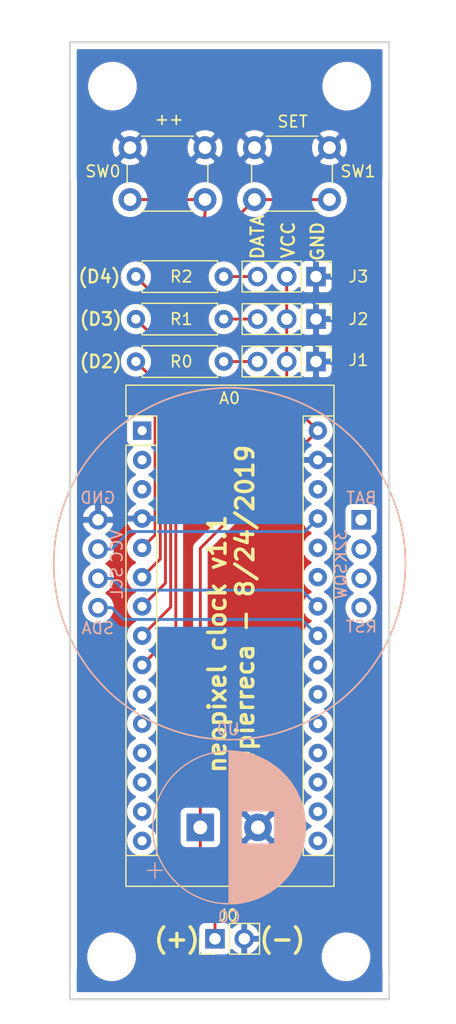
<source format=kicad_pcb>
(kicad_pcb (version 20171130) (host pcbnew "(5.1.4-0-10_14)")

  (general
    (thickness 1.6)
    (drawings 22)
    (tracks 51)
    (zones 0)
    (modules 16)
    (nets 37)
  )

  (page A4)
  (layers
    (0 F.Cu signal)
    (31 B.Cu signal)
    (32 B.Adhes user)
    (33 F.Adhes user)
    (34 B.Paste user)
    (35 F.Paste user)
    (36 B.SilkS user)
    (37 F.SilkS user)
    (38 B.Mask user)
    (39 F.Mask user)
    (40 Dwgs.User user)
    (41 Cmts.User user)
    (42 Eco1.User user)
    (43 Eco2.User user)
    (44 Edge.Cuts user)
    (45 Margin user)
    (46 B.CrtYd user)
    (47 F.CrtYd user)
    (48 B.Fab user)
    (49 F.Fab user)
  )

  (setup
    (last_trace_width 0.1524)
    (trace_clearance 0.1524)
    (zone_clearance 0.508)
    (zone_45_only no)
    (trace_min 0.1524)
    (via_size 0.6858)
    (via_drill 0.3302)
    (via_min_size 0.508)
    (via_min_drill 0.254)
    (uvia_size 0.6858)
    (uvia_drill 0.3302)
    (uvias_allowed no)
    (uvia_min_size 0.508)
    (uvia_min_drill 0.254)
    (edge_width 0.15)
    (segment_width 0.2)
    (pcb_text_width 0.3)
    (pcb_text_size 1.5 1.5)
    (mod_edge_width 0.15)
    (mod_text_size 1 1)
    (mod_text_width 0.15)
    (pad_size 1.524 1.524)
    (pad_drill 0.762)
    (pad_to_mask_clearance 0.051)
    (solder_mask_min_width 0.25)
    (aux_axis_origin 0 0)
    (visible_elements 7FFFFFFF)
    (pcbplotparams
      (layerselection 0x010fc_ffffffff)
      (usegerberextensions false)
      (usegerberattributes false)
      (usegerberadvancedattributes false)
      (creategerberjobfile false)
      (excludeedgelayer true)
      (linewidth 0.100000)
      (plotframeref false)
      (viasonmask false)
      (mode 1)
      (useauxorigin false)
      (hpglpennumber 1)
      (hpglpenspeed 20)
      (hpglpendiameter 15.000000)
      (psnegative false)
      (psa4output false)
      (plotreference true)
      (plotvalue true)
      (plotinvisibletext false)
      (padsonsilk false)
      (subtractmaskfromsilk false)
      (outputformat 1)
      (mirror false)
      (drillshape 1)
      (scaleselection 1)
      (outputdirectory ""))
  )

  (net 0 "")
  (net 1 "Net-(J1-Pad3)")
  (net 2 "Net-(A0-Pad14)")
  (net 3 "Net-(A0-Pad15)")
  (net 4 "Net-(J2-Pad3)")
  (net 5 "Net-(J3-Pad3)")
  (net 6 "Net-(A0-Pad16)")
  (net 7 "Net-(A0-Pad1)")
  (net 8 "Net-(A0-Pad17)")
  (net 9 "Net-(A0-Pad2)")
  (net 10 "Net-(A0-Pad18)")
  (net 11 "Net-(A0-Pad3)")
  (net 12 "Net-(A0-Pad19)")
  (net 13 "Net-(A0-Pad20)")
  (net 14 "Net-(A0-Pad5)")
  (net 15 "Net-(A0-Pad21)")
  (net 16 "Net-(A0-Pad6)")
  (net 17 "Net-(A0-Pad22)")
  (net 18 "Net-(A0-Pad7)")
  (net 19 "Net-(A0-Pad23)")
  (net 20 "Net-(A0-Pad8)")
  (net 21 "Net-(A0-Pad24)")
  (net 22 "Net-(A0-Pad9)")
  (net 23 "Net-(A0-Pad25)")
  (net 24 "Net-(A0-Pad10)")
  (net 25 "Net-(A0-Pad26)")
  (net 26 "Net-(A0-Pad11)")
  (net 27 "Net-(A0-Pad27)")
  (net 28 "Net-(A0-Pad12)")
  (net 29 "Net-(A0-Pad28)")
  (net 30 "Net-(A0-Pad13)")
  (net 31 "Net-(A0-Pad30)")
  (net 32 "Net-(U0-Pad3)")
  (net 33 "Net-(U0-Pad1)")
  (net 34 "Net-(U0-Pad7)")
  (net 35 "Net-(U0-Pad5)")
  (net 36 GND)

  (net_class Default "This is the default net class."
    (clearance 0.1524)
    (trace_width 0.1524)
    (via_dia 0.6858)
    (via_drill 0.3302)
    (uvia_dia 0.6858)
    (uvia_drill 0.3302)
    (add_net GND)
    (add_net "Net-(A0-Pad1)")
    (add_net "Net-(A0-Pad10)")
    (add_net "Net-(A0-Pad11)")
    (add_net "Net-(A0-Pad12)")
    (add_net "Net-(A0-Pad13)")
    (add_net "Net-(A0-Pad14)")
    (add_net "Net-(A0-Pad15)")
    (add_net "Net-(A0-Pad16)")
    (add_net "Net-(A0-Pad17)")
    (add_net "Net-(A0-Pad18)")
    (add_net "Net-(A0-Pad19)")
    (add_net "Net-(A0-Pad2)")
    (add_net "Net-(A0-Pad20)")
    (add_net "Net-(A0-Pad21)")
    (add_net "Net-(A0-Pad22)")
    (add_net "Net-(A0-Pad23)")
    (add_net "Net-(A0-Pad24)")
    (add_net "Net-(A0-Pad25)")
    (add_net "Net-(A0-Pad26)")
    (add_net "Net-(A0-Pad27)")
    (add_net "Net-(A0-Pad28)")
    (add_net "Net-(A0-Pad3)")
    (add_net "Net-(A0-Pad30)")
    (add_net "Net-(A0-Pad5)")
    (add_net "Net-(A0-Pad6)")
    (add_net "Net-(A0-Pad7)")
    (add_net "Net-(A0-Pad8)")
    (add_net "Net-(A0-Pad9)")
    (add_net "Net-(J1-Pad3)")
    (add_net "Net-(J2-Pad3)")
    (add_net "Net-(J3-Pad3)")
    (add_net "Net-(U0-Pad1)")
    (add_net "Net-(U0-Pad3)")
    (add_net "Net-(U0-Pad5)")
    (add_net "Net-(U0-Pad7)")
  )

  (module Button_Switch_THT:SW_PUSH_6mm (layer F.Cu) (tedit 5A02FE31) (tstamp 5D75C7DE)
    (at 145.923 78.486)
    (descr https://www.omron.com/ecb/products/pdf/en-b3f.pdf)
    (tags "tact sw push 6mm")
    (path /5D764D3A)
    (fp_text reference SW1 (at 8.9789 2.0574) (layer F.SilkS)
      (effects (font (size 1 1) (thickness 0.15)))
    )
    (fp_text value SW_Push (at 3.75 6.7) (layer F.Fab)
      (effects (font (size 1 1) (thickness 0.15)))
    )
    (fp_circle (center 3.25 2.25) (end 1.25 2.5) (layer F.Fab) (width 0.1))
    (fp_line (start 6.75 3) (end 6.75 1.5) (layer F.SilkS) (width 0.12))
    (fp_line (start 5.5 -1) (end 1 -1) (layer F.SilkS) (width 0.12))
    (fp_line (start -0.25 1.5) (end -0.25 3) (layer F.SilkS) (width 0.12))
    (fp_line (start 1 5.5) (end 5.5 5.5) (layer F.SilkS) (width 0.12))
    (fp_line (start 8 -1.25) (end 8 5.75) (layer F.CrtYd) (width 0.05))
    (fp_line (start 7.75 6) (end -1.25 6) (layer F.CrtYd) (width 0.05))
    (fp_line (start -1.5 5.75) (end -1.5 -1.25) (layer F.CrtYd) (width 0.05))
    (fp_line (start -1.25 -1.5) (end 7.75 -1.5) (layer F.CrtYd) (width 0.05))
    (fp_line (start -1.5 6) (end -1.25 6) (layer F.CrtYd) (width 0.05))
    (fp_line (start -1.5 5.75) (end -1.5 6) (layer F.CrtYd) (width 0.05))
    (fp_line (start -1.5 -1.5) (end -1.25 -1.5) (layer F.CrtYd) (width 0.05))
    (fp_line (start -1.5 -1.25) (end -1.5 -1.5) (layer F.CrtYd) (width 0.05))
    (fp_line (start 8 -1.5) (end 8 -1.25) (layer F.CrtYd) (width 0.05))
    (fp_line (start 7.75 -1.5) (end 8 -1.5) (layer F.CrtYd) (width 0.05))
    (fp_line (start 8 6) (end 8 5.75) (layer F.CrtYd) (width 0.05))
    (fp_line (start 7.75 6) (end 8 6) (layer F.CrtYd) (width 0.05))
    (fp_line (start 0.25 -0.75) (end 3.25 -0.75) (layer F.Fab) (width 0.1))
    (fp_line (start 0.25 5.25) (end 0.25 -0.75) (layer F.Fab) (width 0.1))
    (fp_line (start 6.25 5.25) (end 0.25 5.25) (layer F.Fab) (width 0.1))
    (fp_line (start 6.25 -0.75) (end 6.25 5.25) (layer F.Fab) (width 0.1))
    (fp_line (start 3.25 -0.75) (end 6.25 -0.75) (layer F.Fab) (width 0.1))
    (fp_text user %R (at 3.25 2.25) (layer F.Fab)
      (effects (font (size 1 1) (thickness 0.15)))
    )
    (pad 1 thru_hole circle (at 6.5 0 90) (size 2 2) (drill 1.1) (layers *.Cu *.Mask)
      (net 36 GND))
    (pad 2 thru_hole circle (at 6.5 4.5 90) (size 2 2) (drill 1.1) (layers *.Cu *.Mask)
      (net 22 "Net-(A0-Pad9)"))
    (pad 1 thru_hole circle (at 0 0 90) (size 2 2) (drill 1.1) (layers *.Cu *.Mask)
      (net 36 GND))
    (pad 2 thru_hole circle (at 0 4.5 90) (size 2 2) (drill 1.1) (layers *.Cu *.Mask)
      (net 22 "Net-(A0-Pad9)"))
    (model ${KISYS3DMOD}/Button_Switch_THT.3dshapes/SW_PUSH_6mm.wrl
      (at (xyz 0 0 0))
      (scale (xyz 1 1 1))
      (rotate (xyz 0 0 0))
    )
  )

  (module Button_Switch_THT:SW_PUSH_6mm (layer F.Cu) (tedit 5A02FE31) (tstamp 5D75C37A)
    (at 135.128 78.486)
    (descr https://www.omron.com/ecb/products/pdf/en-b3f.pdf)
    (tags "tact sw push 6mm")
    (path /5D75E2DB)
    (fp_text reference SW0 (at -2.3495 2.0574) (layer F.SilkS)
      (effects (font (size 1 1) (thickness 0.15)))
    )
    (fp_text value SW_Push (at 3.75 6.7) (layer F.Fab)
      (effects (font (size 1 1) (thickness 0.15)))
    )
    (fp_circle (center 3.25 2.25) (end 1.25 2.5) (layer F.Fab) (width 0.1))
    (fp_line (start 6.75 3) (end 6.75 1.5) (layer F.SilkS) (width 0.12))
    (fp_line (start 5.5 -1) (end 1 -1) (layer F.SilkS) (width 0.12))
    (fp_line (start -0.25 1.5) (end -0.25 3) (layer F.SilkS) (width 0.12))
    (fp_line (start 1 5.5) (end 5.5 5.5) (layer F.SilkS) (width 0.12))
    (fp_line (start 8 -1.25) (end 8 5.75) (layer F.CrtYd) (width 0.05))
    (fp_line (start 7.75 6) (end -1.25 6) (layer F.CrtYd) (width 0.05))
    (fp_line (start -1.5 5.75) (end -1.5 -1.25) (layer F.CrtYd) (width 0.05))
    (fp_line (start -1.25 -1.5) (end 7.75 -1.5) (layer F.CrtYd) (width 0.05))
    (fp_line (start -1.5 6) (end -1.25 6) (layer F.CrtYd) (width 0.05))
    (fp_line (start -1.5 5.75) (end -1.5 6) (layer F.CrtYd) (width 0.05))
    (fp_line (start -1.5 -1.5) (end -1.25 -1.5) (layer F.CrtYd) (width 0.05))
    (fp_line (start -1.5 -1.25) (end -1.5 -1.5) (layer F.CrtYd) (width 0.05))
    (fp_line (start 8 -1.5) (end 8 -1.25) (layer F.CrtYd) (width 0.05))
    (fp_line (start 7.75 -1.5) (end 8 -1.5) (layer F.CrtYd) (width 0.05))
    (fp_line (start 8 6) (end 8 5.75) (layer F.CrtYd) (width 0.05))
    (fp_line (start 7.75 6) (end 8 6) (layer F.CrtYd) (width 0.05))
    (fp_line (start 0.25 -0.75) (end 3.25 -0.75) (layer F.Fab) (width 0.1))
    (fp_line (start 0.25 5.25) (end 0.25 -0.75) (layer F.Fab) (width 0.1))
    (fp_line (start 6.25 5.25) (end 0.25 5.25) (layer F.Fab) (width 0.1))
    (fp_line (start 6.25 -0.75) (end 6.25 5.25) (layer F.Fab) (width 0.1))
    (fp_line (start 3.25 -0.75) (end 6.25 -0.75) (layer F.Fab) (width 0.1))
    (fp_text user %R (at 3.25 2.25) (layer F.Fab)
      (effects (font (size 1 1) (thickness 0.15)))
    )
    (pad 1 thru_hole circle (at 6.5 0 90) (size 2 2) (drill 1.1) (layers *.Cu *.Mask)
      (net 36 GND))
    (pad 2 thru_hole circle (at 6.5 4.5 90) (size 2 2) (drill 1.1) (layers *.Cu *.Mask)
      (net 20 "Net-(A0-Pad8)"))
    (pad 1 thru_hole circle (at 0 0 90) (size 2 2) (drill 1.1) (layers *.Cu *.Mask)
      (net 36 GND))
    (pad 2 thru_hole circle (at 0 4.5 90) (size 2 2) (drill 1.1) (layers *.Cu *.Mask)
      (net 20 "Net-(A0-Pad8)"))
    (model ${KISYS3DMOD}/Button_Switch_THT.3dshapes/SW_PUSH_6mm.wrl
      (at (xyz 0 0 0))
      (scale (xyz 1 1 1))
      (rotate (xyz 0 0 0))
    )
  )

  (module Capacitor_THT:CP_Radial_D13.0mm_P5.00mm (layer B.Cu) (tedit 5AE50EF1) (tstamp 5C65A68B)
    (at 141.224 137.414)
    (descr "CP, Radial series, Radial, pin pitch=5.00mm, , diameter=13mm, Electrolytic Capacitor")
    (tags "CP Radial series Radial pin pitch 5.00mm  diameter 13mm Electrolytic Capacitor")
    (path /5C566386)
    (fp_text reference C0 (at 2.5 7.75) (layer B.SilkS)
      (effects (font (size 1 1) (thickness 0.15)) (justify mirror))
    )
    (fp_text value "100uF 35V" (at 2.5 -7.75) (layer B.Fab)
      (effects (font (size 1 1) (thickness 0.15)) (justify mirror))
    )
    (fp_circle (center 2.5 0) (end 9 0) (layer B.Fab) (width 0.1))
    (fp_circle (center 2.5 0) (end 9.12 0) (layer B.SilkS) (width 0.12))
    (fp_circle (center 2.5 0) (end 9.25 0) (layer B.CrtYd) (width 0.05))
    (fp_line (start -3.082015 2.8475) (end -1.782015 2.8475) (layer B.Fab) (width 0.1))
    (fp_line (start -2.432015 3.4975) (end -2.432015 2.1975) (layer B.Fab) (width 0.1))
    (fp_line (start 2.5 6.58) (end 2.5 -6.58) (layer B.SilkS) (width 0.12))
    (fp_line (start 2.54 6.58) (end 2.54 -6.58) (layer B.SilkS) (width 0.12))
    (fp_line (start 2.58 6.58) (end 2.58 -6.58) (layer B.SilkS) (width 0.12))
    (fp_line (start 2.62 6.579) (end 2.62 -6.579) (layer B.SilkS) (width 0.12))
    (fp_line (start 2.66 6.579) (end 2.66 -6.579) (layer B.SilkS) (width 0.12))
    (fp_line (start 2.7 6.577) (end 2.7 -6.577) (layer B.SilkS) (width 0.12))
    (fp_line (start 2.74 6.576) (end 2.74 -6.576) (layer B.SilkS) (width 0.12))
    (fp_line (start 2.78 6.575) (end 2.78 -6.575) (layer B.SilkS) (width 0.12))
    (fp_line (start 2.82 6.573) (end 2.82 -6.573) (layer B.SilkS) (width 0.12))
    (fp_line (start 2.86 6.571) (end 2.86 -6.571) (layer B.SilkS) (width 0.12))
    (fp_line (start 2.9 6.568) (end 2.9 -6.568) (layer B.SilkS) (width 0.12))
    (fp_line (start 2.94 6.566) (end 2.94 -6.566) (layer B.SilkS) (width 0.12))
    (fp_line (start 2.98 6.563) (end 2.98 -6.563) (layer B.SilkS) (width 0.12))
    (fp_line (start 3.02 6.56) (end 3.02 -6.56) (layer B.SilkS) (width 0.12))
    (fp_line (start 3.06 6.557) (end 3.06 -6.557) (layer B.SilkS) (width 0.12))
    (fp_line (start 3.1 6.553) (end 3.1 -6.553) (layer B.SilkS) (width 0.12))
    (fp_line (start 3.14 6.549) (end 3.14 -6.549) (layer B.SilkS) (width 0.12))
    (fp_line (start 3.18 6.545) (end 3.18 -6.545) (layer B.SilkS) (width 0.12))
    (fp_line (start 3.221 6.541) (end 3.221 -6.541) (layer B.SilkS) (width 0.12))
    (fp_line (start 3.261 6.537) (end 3.261 -6.537) (layer B.SilkS) (width 0.12))
    (fp_line (start 3.301 6.532) (end 3.301 -6.532) (layer B.SilkS) (width 0.12))
    (fp_line (start 3.341 6.527) (end 3.341 -6.527) (layer B.SilkS) (width 0.12))
    (fp_line (start 3.381 6.522) (end 3.381 -6.522) (layer B.SilkS) (width 0.12))
    (fp_line (start 3.421 6.516) (end 3.421 -6.516) (layer B.SilkS) (width 0.12))
    (fp_line (start 3.461 6.511) (end 3.461 -6.511) (layer B.SilkS) (width 0.12))
    (fp_line (start 3.501 6.505) (end 3.501 -6.505) (layer B.SilkS) (width 0.12))
    (fp_line (start 3.541 6.498) (end 3.541 -6.498) (layer B.SilkS) (width 0.12))
    (fp_line (start 3.581 6.492) (end 3.581 1.44) (layer B.SilkS) (width 0.12))
    (fp_line (start 3.581 -1.44) (end 3.581 -6.492) (layer B.SilkS) (width 0.12))
    (fp_line (start 3.621 6.485) (end 3.621 1.44) (layer B.SilkS) (width 0.12))
    (fp_line (start 3.621 -1.44) (end 3.621 -6.485) (layer B.SilkS) (width 0.12))
    (fp_line (start 3.661 6.478) (end 3.661 1.44) (layer B.SilkS) (width 0.12))
    (fp_line (start 3.661 -1.44) (end 3.661 -6.478) (layer B.SilkS) (width 0.12))
    (fp_line (start 3.701 6.471) (end 3.701 1.44) (layer B.SilkS) (width 0.12))
    (fp_line (start 3.701 -1.44) (end 3.701 -6.471) (layer B.SilkS) (width 0.12))
    (fp_line (start 3.741 6.463) (end 3.741 1.44) (layer B.SilkS) (width 0.12))
    (fp_line (start 3.741 -1.44) (end 3.741 -6.463) (layer B.SilkS) (width 0.12))
    (fp_line (start 3.781 6.456) (end 3.781 1.44) (layer B.SilkS) (width 0.12))
    (fp_line (start 3.781 -1.44) (end 3.781 -6.456) (layer B.SilkS) (width 0.12))
    (fp_line (start 3.821 6.448) (end 3.821 1.44) (layer B.SilkS) (width 0.12))
    (fp_line (start 3.821 -1.44) (end 3.821 -6.448) (layer B.SilkS) (width 0.12))
    (fp_line (start 3.861 6.439) (end 3.861 1.44) (layer B.SilkS) (width 0.12))
    (fp_line (start 3.861 -1.44) (end 3.861 -6.439) (layer B.SilkS) (width 0.12))
    (fp_line (start 3.901 6.431) (end 3.901 1.44) (layer B.SilkS) (width 0.12))
    (fp_line (start 3.901 -1.44) (end 3.901 -6.431) (layer B.SilkS) (width 0.12))
    (fp_line (start 3.941 6.422) (end 3.941 1.44) (layer B.SilkS) (width 0.12))
    (fp_line (start 3.941 -1.44) (end 3.941 -6.422) (layer B.SilkS) (width 0.12))
    (fp_line (start 3.981 6.413) (end 3.981 1.44) (layer B.SilkS) (width 0.12))
    (fp_line (start 3.981 -1.44) (end 3.981 -6.413) (layer B.SilkS) (width 0.12))
    (fp_line (start 4.021 6.404) (end 4.021 1.44) (layer B.SilkS) (width 0.12))
    (fp_line (start 4.021 -1.44) (end 4.021 -6.404) (layer B.SilkS) (width 0.12))
    (fp_line (start 4.061 6.394) (end 4.061 1.44) (layer B.SilkS) (width 0.12))
    (fp_line (start 4.061 -1.44) (end 4.061 -6.394) (layer B.SilkS) (width 0.12))
    (fp_line (start 4.101 6.384) (end 4.101 1.44) (layer B.SilkS) (width 0.12))
    (fp_line (start 4.101 -1.44) (end 4.101 -6.384) (layer B.SilkS) (width 0.12))
    (fp_line (start 4.141 6.374) (end 4.141 1.44) (layer B.SilkS) (width 0.12))
    (fp_line (start 4.141 -1.44) (end 4.141 -6.374) (layer B.SilkS) (width 0.12))
    (fp_line (start 4.181 6.364) (end 4.181 1.44) (layer B.SilkS) (width 0.12))
    (fp_line (start 4.181 -1.44) (end 4.181 -6.364) (layer B.SilkS) (width 0.12))
    (fp_line (start 4.221 6.353) (end 4.221 1.44) (layer B.SilkS) (width 0.12))
    (fp_line (start 4.221 -1.44) (end 4.221 -6.353) (layer B.SilkS) (width 0.12))
    (fp_line (start 4.261 6.342) (end 4.261 1.44) (layer B.SilkS) (width 0.12))
    (fp_line (start 4.261 -1.44) (end 4.261 -6.342) (layer B.SilkS) (width 0.12))
    (fp_line (start 4.301 6.331) (end 4.301 1.44) (layer B.SilkS) (width 0.12))
    (fp_line (start 4.301 -1.44) (end 4.301 -6.331) (layer B.SilkS) (width 0.12))
    (fp_line (start 4.341 6.32) (end 4.341 1.44) (layer B.SilkS) (width 0.12))
    (fp_line (start 4.341 -1.44) (end 4.341 -6.32) (layer B.SilkS) (width 0.12))
    (fp_line (start 4.381 6.308) (end 4.381 1.44) (layer B.SilkS) (width 0.12))
    (fp_line (start 4.381 -1.44) (end 4.381 -6.308) (layer B.SilkS) (width 0.12))
    (fp_line (start 4.421 6.296) (end 4.421 1.44) (layer B.SilkS) (width 0.12))
    (fp_line (start 4.421 -1.44) (end 4.421 -6.296) (layer B.SilkS) (width 0.12))
    (fp_line (start 4.461 6.284) (end 4.461 1.44) (layer B.SilkS) (width 0.12))
    (fp_line (start 4.461 -1.44) (end 4.461 -6.284) (layer B.SilkS) (width 0.12))
    (fp_line (start 4.501 6.271) (end 4.501 1.44) (layer B.SilkS) (width 0.12))
    (fp_line (start 4.501 -1.44) (end 4.501 -6.271) (layer B.SilkS) (width 0.12))
    (fp_line (start 4.541 6.258) (end 4.541 1.44) (layer B.SilkS) (width 0.12))
    (fp_line (start 4.541 -1.44) (end 4.541 -6.258) (layer B.SilkS) (width 0.12))
    (fp_line (start 4.581 6.245) (end 4.581 1.44) (layer B.SilkS) (width 0.12))
    (fp_line (start 4.581 -1.44) (end 4.581 -6.245) (layer B.SilkS) (width 0.12))
    (fp_line (start 4.621 6.232) (end 4.621 1.44) (layer B.SilkS) (width 0.12))
    (fp_line (start 4.621 -1.44) (end 4.621 -6.232) (layer B.SilkS) (width 0.12))
    (fp_line (start 4.661 6.218) (end 4.661 1.44) (layer B.SilkS) (width 0.12))
    (fp_line (start 4.661 -1.44) (end 4.661 -6.218) (layer B.SilkS) (width 0.12))
    (fp_line (start 4.701 6.204) (end 4.701 1.44) (layer B.SilkS) (width 0.12))
    (fp_line (start 4.701 -1.44) (end 4.701 -6.204) (layer B.SilkS) (width 0.12))
    (fp_line (start 4.741 6.19) (end 4.741 1.44) (layer B.SilkS) (width 0.12))
    (fp_line (start 4.741 -1.44) (end 4.741 -6.19) (layer B.SilkS) (width 0.12))
    (fp_line (start 4.781 6.175) (end 4.781 1.44) (layer B.SilkS) (width 0.12))
    (fp_line (start 4.781 -1.44) (end 4.781 -6.175) (layer B.SilkS) (width 0.12))
    (fp_line (start 4.821 6.161) (end 4.821 1.44) (layer B.SilkS) (width 0.12))
    (fp_line (start 4.821 -1.44) (end 4.821 -6.161) (layer B.SilkS) (width 0.12))
    (fp_line (start 4.861 6.146) (end 4.861 1.44) (layer B.SilkS) (width 0.12))
    (fp_line (start 4.861 -1.44) (end 4.861 -6.146) (layer B.SilkS) (width 0.12))
    (fp_line (start 4.901 6.13) (end 4.901 1.44) (layer B.SilkS) (width 0.12))
    (fp_line (start 4.901 -1.44) (end 4.901 -6.13) (layer B.SilkS) (width 0.12))
    (fp_line (start 4.941 6.114) (end 4.941 1.44) (layer B.SilkS) (width 0.12))
    (fp_line (start 4.941 -1.44) (end 4.941 -6.114) (layer B.SilkS) (width 0.12))
    (fp_line (start 4.981 6.098) (end 4.981 1.44) (layer B.SilkS) (width 0.12))
    (fp_line (start 4.981 -1.44) (end 4.981 -6.098) (layer B.SilkS) (width 0.12))
    (fp_line (start 5.021 6.082) (end 5.021 1.44) (layer B.SilkS) (width 0.12))
    (fp_line (start 5.021 -1.44) (end 5.021 -6.082) (layer B.SilkS) (width 0.12))
    (fp_line (start 5.061 6.065) (end 5.061 1.44) (layer B.SilkS) (width 0.12))
    (fp_line (start 5.061 -1.44) (end 5.061 -6.065) (layer B.SilkS) (width 0.12))
    (fp_line (start 5.101 6.049) (end 5.101 1.44) (layer B.SilkS) (width 0.12))
    (fp_line (start 5.101 -1.44) (end 5.101 -6.049) (layer B.SilkS) (width 0.12))
    (fp_line (start 5.141 6.031) (end 5.141 1.44) (layer B.SilkS) (width 0.12))
    (fp_line (start 5.141 -1.44) (end 5.141 -6.031) (layer B.SilkS) (width 0.12))
    (fp_line (start 5.181 6.014) (end 5.181 1.44) (layer B.SilkS) (width 0.12))
    (fp_line (start 5.181 -1.44) (end 5.181 -6.014) (layer B.SilkS) (width 0.12))
    (fp_line (start 5.221 5.996) (end 5.221 1.44) (layer B.SilkS) (width 0.12))
    (fp_line (start 5.221 -1.44) (end 5.221 -5.996) (layer B.SilkS) (width 0.12))
    (fp_line (start 5.261 5.978) (end 5.261 1.44) (layer B.SilkS) (width 0.12))
    (fp_line (start 5.261 -1.44) (end 5.261 -5.978) (layer B.SilkS) (width 0.12))
    (fp_line (start 5.301 5.959) (end 5.301 1.44) (layer B.SilkS) (width 0.12))
    (fp_line (start 5.301 -1.44) (end 5.301 -5.959) (layer B.SilkS) (width 0.12))
    (fp_line (start 5.341 5.94) (end 5.341 1.44) (layer B.SilkS) (width 0.12))
    (fp_line (start 5.341 -1.44) (end 5.341 -5.94) (layer B.SilkS) (width 0.12))
    (fp_line (start 5.381 5.921) (end 5.381 1.44) (layer B.SilkS) (width 0.12))
    (fp_line (start 5.381 -1.44) (end 5.381 -5.921) (layer B.SilkS) (width 0.12))
    (fp_line (start 5.421 5.902) (end 5.421 1.44) (layer B.SilkS) (width 0.12))
    (fp_line (start 5.421 -1.44) (end 5.421 -5.902) (layer B.SilkS) (width 0.12))
    (fp_line (start 5.461 5.882) (end 5.461 1.44) (layer B.SilkS) (width 0.12))
    (fp_line (start 5.461 -1.44) (end 5.461 -5.882) (layer B.SilkS) (width 0.12))
    (fp_line (start 5.501 5.862) (end 5.501 1.44) (layer B.SilkS) (width 0.12))
    (fp_line (start 5.501 -1.44) (end 5.501 -5.862) (layer B.SilkS) (width 0.12))
    (fp_line (start 5.541 5.841) (end 5.541 1.44) (layer B.SilkS) (width 0.12))
    (fp_line (start 5.541 -1.44) (end 5.541 -5.841) (layer B.SilkS) (width 0.12))
    (fp_line (start 5.581 5.82) (end 5.581 1.44) (layer B.SilkS) (width 0.12))
    (fp_line (start 5.581 -1.44) (end 5.581 -5.82) (layer B.SilkS) (width 0.12))
    (fp_line (start 5.621 5.799) (end 5.621 1.44) (layer B.SilkS) (width 0.12))
    (fp_line (start 5.621 -1.44) (end 5.621 -5.799) (layer B.SilkS) (width 0.12))
    (fp_line (start 5.661 5.778) (end 5.661 1.44) (layer B.SilkS) (width 0.12))
    (fp_line (start 5.661 -1.44) (end 5.661 -5.778) (layer B.SilkS) (width 0.12))
    (fp_line (start 5.701 5.756) (end 5.701 1.44) (layer B.SilkS) (width 0.12))
    (fp_line (start 5.701 -1.44) (end 5.701 -5.756) (layer B.SilkS) (width 0.12))
    (fp_line (start 5.741 5.733) (end 5.741 1.44) (layer B.SilkS) (width 0.12))
    (fp_line (start 5.741 -1.44) (end 5.741 -5.733) (layer B.SilkS) (width 0.12))
    (fp_line (start 5.781 5.711) (end 5.781 1.44) (layer B.SilkS) (width 0.12))
    (fp_line (start 5.781 -1.44) (end 5.781 -5.711) (layer B.SilkS) (width 0.12))
    (fp_line (start 5.821 5.688) (end 5.821 1.44) (layer B.SilkS) (width 0.12))
    (fp_line (start 5.821 -1.44) (end 5.821 -5.688) (layer B.SilkS) (width 0.12))
    (fp_line (start 5.861 5.664) (end 5.861 1.44) (layer B.SilkS) (width 0.12))
    (fp_line (start 5.861 -1.44) (end 5.861 -5.664) (layer B.SilkS) (width 0.12))
    (fp_line (start 5.901 5.641) (end 5.901 1.44) (layer B.SilkS) (width 0.12))
    (fp_line (start 5.901 -1.44) (end 5.901 -5.641) (layer B.SilkS) (width 0.12))
    (fp_line (start 5.941 5.617) (end 5.941 1.44) (layer B.SilkS) (width 0.12))
    (fp_line (start 5.941 -1.44) (end 5.941 -5.617) (layer B.SilkS) (width 0.12))
    (fp_line (start 5.981 5.592) (end 5.981 1.44) (layer B.SilkS) (width 0.12))
    (fp_line (start 5.981 -1.44) (end 5.981 -5.592) (layer B.SilkS) (width 0.12))
    (fp_line (start 6.021 5.567) (end 6.021 1.44) (layer B.SilkS) (width 0.12))
    (fp_line (start 6.021 -1.44) (end 6.021 -5.567) (layer B.SilkS) (width 0.12))
    (fp_line (start 6.061 5.542) (end 6.061 1.44) (layer B.SilkS) (width 0.12))
    (fp_line (start 6.061 -1.44) (end 6.061 -5.542) (layer B.SilkS) (width 0.12))
    (fp_line (start 6.101 5.516) (end 6.101 1.44) (layer B.SilkS) (width 0.12))
    (fp_line (start 6.101 -1.44) (end 6.101 -5.516) (layer B.SilkS) (width 0.12))
    (fp_line (start 6.141 5.49) (end 6.141 1.44) (layer B.SilkS) (width 0.12))
    (fp_line (start 6.141 -1.44) (end 6.141 -5.49) (layer B.SilkS) (width 0.12))
    (fp_line (start 6.181 5.463) (end 6.181 1.44) (layer B.SilkS) (width 0.12))
    (fp_line (start 6.181 -1.44) (end 6.181 -5.463) (layer B.SilkS) (width 0.12))
    (fp_line (start 6.221 5.436) (end 6.221 1.44) (layer B.SilkS) (width 0.12))
    (fp_line (start 6.221 -1.44) (end 6.221 -5.436) (layer B.SilkS) (width 0.12))
    (fp_line (start 6.261 5.409) (end 6.261 1.44) (layer B.SilkS) (width 0.12))
    (fp_line (start 6.261 -1.44) (end 6.261 -5.409) (layer B.SilkS) (width 0.12))
    (fp_line (start 6.301 5.381) (end 6.301 1.44) (layer B.SilkS) (width 0.12))
    (fp_line (start 6.301 -1.44) (end 6.301 -5.381) (layer B.SilkS) (width 0.12))
    (fp_line (start 6.341 5.353) (end 6.341 1.44) (layer B.SilkS) (width 0.12))
    (fp_line (start 6.341 -1.44) (end 6.341 -5.353) (layer B.SilkS) (width 0.12))
    (fp_line (start 6.381 5.324) (end 6.381 1.44) (layer B.SilkS) (width 0.12))
    (fp_line (start 6.381 -1.44) (end 6.381 -5.324) (layer B.SilkS) (width 0.12))
    (fp_line (start 6.421 5.295) (end 6.421 1.44) (layer B.SilkS) (width 0.12))
    (fp_line (start 6.421 -1.44) (end 6.421 -5.295) (layer B.SilkS) (width 0.12))
    (fp_line (start 6.461 5.265) (end 6.461 -5.265) (layer B.SilkS) (width 0.12))
    (fp_line (start 6.501 5.235) (end 6.501 -5.235) (layer B.SilkS) (width 0.12))
    (fp_line (start 6.541 5.205) (end 6.541 -5.205) (layer B.SilkS) (width 0.12))
    (fp_line (start 6.581 5.174) (end 6.581 -5.174) (layer B.SilkS) (width 0.12))
    (fp_line (start 6.621 5.142) (end 6.621 -5.142) (layer B.SilkS) (width 0.12))
    (fp_line (start 6.661 5.11) (end 6.661 -5.11) (layer B.SilkS) (width 0.12))
    (fp_line (start 6.701 5.078) (end 6.701 -5.078) (layer B.SilkS) (width 0.12))
    (fp_line (start 6.741 5.044) (end 6.741 -5.044) (layer B.SilkS) (width 0.12))
    (fp_line (start 6.781 5.011) (end 6.781 -5.011) (layer B.SilkS) (width 0.12))
    (fp_line (start 6.821 4.977) (end 6.821 -4.977) (layer B.SilkS) (width 0.12))
    (fp_line (start 6.861 4.942) (end 6.861 -4.942) (layer B.SilkS) (width 0.12))
    (fp_line (start 6.901 4.907) (end 6.901 -4.907) (layer B.SilkS) (width 0.12))
    (fp_line (start 6.941 4.871) (end 6.941 -4.871) (layer B.SilkS) (width 0.12))
    (fp_line (start 6.981 4.834) (end 6.981 -4.834) (layer B.SilkS) (width 0.12))
    (fp_line (start 7.021 4.797) (end 7.021 -4.797) (layer B.SilkS) (width 0.12))
    (fp_line (start 7.061 4.76) (end 7.061 -4.76) (layer B.SilkS) (width 0.12))
    (fp_line (start 7.101 4.721) (end 7.101 -4.721) (layer B.SilkS) (width 0.12))
    (fp_line (start 7.141 4.682) (end 7.141 -4.682) (layer B.SilkS) (width 0.12))
    (fp_line (start 7.181 4.643) (end 7.181 -4.643) (layer B.SilkS) (width 0.12))
    (fp_line (start 7.221 4.602) (end 7.221 -4.602) (layer B.SilkS) (width 0.12))
    (fp_line (start 7.261 4.561) (end 7.261 -4.561) (layer B.SilkS) (width 0.12))
    (fp_line (start 7.301 4.519) (end 7.301 -4.519) (layer B.SilkS) (width 0.12))
    (fp_line (start 7.341 4.477) (end 7.341 -4.477) (layer B.SilkS) (width 0.12))
    (fp_line (start 7.381 4.434) (end 7.381 -4.434) (layer B.SilkS) (width 0.12))
    (fp_line (start 7.421 4.39) (end 7.421 -4.39) (layer B.SilkS) (width 0.12))
    (fp_line (start 7.461 4.345) (end 7.461 -4.345) (layer B.SilkS) (width 0.12))
    (fp_line (start 7.501 4.299) (end 7.501 -4.299) (layer B.SilkS) (width 0.12))
    (fp_line (start 7.541 4.253) (end 7.541 -4.253) (layer B.SilkS) (width 0.12))
    (fp_line (start 7.581 4.205) (end 7.581 -4.205) (layer B.SilkS) (width 0.12))
    (fp_line (start 7.621 4.157) (end 7.621 -4.157) (layer B.SilkS) (width 0.12))
    (fp_line (start 7.661 4.108) (end 7.661 -4.108) (layer B.SilkS) (width 0.12))
    (fp_line (start 7.701 4.057) (end 7.701 -4.057) (layer B.SilkS) (width 0.12))
    (fp_line (start 7.741 4.006) (end 7.741 -4.006) (layer B.SilkS) (width 0.12))
    (fp_line (start 7.781 3.954) (end 7.781 -3.954) (layer B.SilkS) (width 0.12))
    (fp_line (start 7.821 3.9) (end 7.821 -3.9) (layer B.SilkS) (width 0.12))
    (fp_line (start 7.861 3.846) (end 7.861 -3.846) (layer B.SilkS) (width 0.12))
    (fp_line (start 7.901 3.79) (end 7.901 -3.79) (layer B.SilkS) (width 0.12))
    (fp_line (start 7.941 3.733) (end 7.941 -3.733) (layer B.SilkS) (width 0.12))
    (fp_line (start 7.981 3.675) (end 7.981 -3.675) (layer B.SilkS) (width 0.12))
    (fp_line (start 8.021 3.615) (end 8.021 -3.615) (layer B.SilkS) (width 0.12))
    (fp_line (start 8.061 3.554) (end 8.061 -3.554) (layer B.SilkS) (width 0.12))
    (fp_line (start 8.101 3.491) (end 8.101 -3.491) (layer B.SilkS) (width 0.12))
    (fp_line (start 8.141 3.427) (end 8.141 -3.427) (layer B.SilkS) (width 0.12))
    (fp_line (start 8.181 3.361) (end 8.181 -3.361) (layer B.SilkS) (width 0.12))
    (fp_line (start 8.221 3.293) (end 8.221 -3.293) (layer B.SilkS) (width 0.12))
    (fp_line (start 8.261 3.223) (end 8.261 -3.223) (layer B.SilkS) (width 0.12))
    (fp_line (start 8.301 3.152) (end 8.301 -3.152) (layer B.SilkS) (width 0.12))
    (fp_line (start 8.341 3.078) (end 8.341 -3.078) (layer B.SilkS) (width 0.12))
    (fp_line (start 8.381 3.002) (end 8.381 -3.002) (layer B.SilkS) (width 0.12))
    (fp_line (start 8.421 2.923) (end 8.421 -2.923) (layer B.SilkS) (width 0.12))
    (fp_line (start 8.461 2.842) (end 8.461 -2.842) (layer B.SilkS) (width 0.12))
    (fp_line (start 8.501 2.758) (end 8.501 -2.758) (layer B.SilkS) (width 0.12))
    (fp_line (start 8.541 2.67) (end 8.541 -2.67) (layer B.SilkS) (width 0.12))
    (fp_line (start 8.581 2.579) (end 8.581 -2.579) (layer B.SilkS) (width 0.12))
    (fp_line (start 8.621 2.484) (end 8.621 -2.484) (layer B.SilkS) (width 0.12))
    (fp_line (start 8.661 2.385) (end 8.661 -2.385) (layer B.SilkS) (width 0.12))
    (fp_line (start 8.701 2.281) (end 8.701 -2.281) (layer B.SilkS) (width 0.12))
    (fp_line (start 8.741 2.171) (end 8.741 -2.171) (layer B.SilkS) (width 0.12))
    (fp_line (start 8.781 2.055) (end 8.781 -2.055) (layer B.SilkS) (width 0.12))
    (fp_line (start 8.821 1.931) (end 8.821 -1.931) (layer B.SilkS) (width 0.12))
    (fp_line (start 8.861 1.798) (end 8.861 -1.798) (layer B.SilkS) (width 0.12))
    (fp_line (start 8.901 1.653) (end 8.901 -1.653) (layer B.SilkS) (width 0.12))
    (fp_line (start 8.941 1.494) (end 8.941 -1.494) (layer B.SilkS) (width 0.12))
    (fp_line (start 8.981 1.315) (end 8.981 -1.315) (layer B.SilkS) (width 0.12))
    (fp_line (start 9.021 1.107) (end 9.021 -1.107) (layer B.SilkS) (width 0.12))
    (fp_line (start 9.061 0.85) (end 9.061 -0.85) (layer B.SilkS) (width 0.12))
    (fp_line (start 9.101 0.475) (end 9.101 -0.475) (layer B.SilkS) (width 0.12))
    (fp_line (start -4.584569 3.715) (end -3.284569 3.715) (layer B.SilkS) (width 0.12))
    (fp_line (start -3.934569 4.365) (end -3.934569 3.065) (layer B.SilkS) (width 0.12))
    (fp_text user %R (at 2.5 0) (layer B.Fab)
      (effects (font (size 1 1) (thickness 0.15)) (justify mirror))
    )
    (pad 1 thru_hole rect (at 0 0) (size 2.4 2.4) (drill 1.2) (layers *.Cu *.Mask)
      (net 31 "Net-(A0-Pad30)"))
    (pad 2 thru_hole circle (at 5 0) (size 2.4 2.4) (drill 1.2) (layers *.Cu *.Mask)
      (net 36 GND))
    (model ${KISYS3DMOD}/Capacitor_THT.3dshapes/CP_Radial_D13.0mm_P5.00mm.wrl
      (at (xyz 0 0 0))
      (scale (xyz 1 1 1))
      (rotate (xyz 0 0 0))
    )
  )

  (module Connector_PinHeader_2.54mm:PinHeader_1x02_P2.54mm_Vertical (layer F.Cu) (tedit 59FED5CC) (tstamp 5C652BD2)
    (at 142.494 147.066 90)
    (descr "Through hole straight pin header, 1x02, 2.54mm pitch, single row")
    (tags "Through hole pin header THT 1x02 2.54mm single row")
    (path /5C5663F1)
    (fp_text reference J0 (at 2.032 1.143 180) (layer F.SilkS)
      (effects (font (size 1 1) (thickness 0.15)))
    )
    (fp_text value Power (at 0 4.87 90) (layer F.Fab)
      (effects (font (size 1 1) (thickness 0.15)))
    )
    (fp_line (start -0.635 -1.27) (end 1.27 -1.27) (layer F.Fab) (width 0.1))
    (fp_line (start 1.27 -1.27) (end 1.27 3.81) (layer F.Fab) (width 0.1))
    (fp_line (start 1.27 3.81) (end -1.27 3.81) (layer F.Fab) (width 0.1))
    (fp_line (start -1.27 3.81) (end -1.27 -0.635) (layer F.Fab) (width 0.1))
    (fp_line (start -1.27 -0.635) (end -0.635 -1.27) (layer F.Fab) (width 0.1))
    (fp_line (start -1.33 3.87) (end 1.33 3.87) (layer F.SilkS) (width 0.12))
    (fp_line (start -1.33 1.27) (end -1.33 3.87) (layer F.SilkS) (width 0.12))
    (fp_line (start 1.33 1.27) (end 1.33 3.87) (layer F.SilkS) (width 0.12))
    (fp_line (start -1.33 1.27) (end 1.33 1.27) (layer F.SilkS) (width 0.12))
    (fp_line (start -1.33 0) (end -1.33 -1.33) (layer F.SilkS) (width 0.12))
    (fp_line (start -1.33 -1.33) (end 0 -1.33) (layer F.SilkS) (width 0.12))
    (fp_line (start -1.8 -1.8) (end -1.8 4.35) (layer F.CrtYd) (width 0.05))
    (fp_line (start -1.8 4.35) (end 1.8 4.35) (layer F.CrtYd) (width 0.05))
    (fp_line (start 1.8 4.35) (end 1.8 -1.8) (layer F.CrtYd) (width 0.05))
    (fp_line (start 1.8 -1.8) (end -1.8 -1.8) (layer F.CrtYd) (width 0.05))
    (fp_text user %R (at 0 1.27 180) (layer F.Fab)
      (effects (font (size 1 1) (thickness 0.15)))
    )
    (pad 1 thru_hole rect (at 0 0 90) (size 1.7 1.7) (drill 1) (layers *.Cu *.Mask)
      (net 31 "Net-(A0-Pad30)"))
    (pad 2 thru_hole oval (at 0 2.54 90) (size 1.7 1.7) (drill 1) (layers *.Cu *.Mask)
      (net 36 GND))
    (model ${KISYS3DMOD}/Connector_PinHeader_2.54mm.3dshapes/PinHeader_1x02_P2.54mm_Vertical.wrl
      (at (xyz 0 0 0))
      (scale (xyz 1 1 1))
      (rotate (xyz 0 0 0))
    )
  )

  (module Connector_PinHeader_2.54mm:PinHeader_1x03_P2.54mm_Vertical (layer F.Cu) (tedit 5C569781) (tstamp 5C652BBC)
    (at 151.257 89.662 270)
    (descr "Through hole straight pin header, 1x03, 2.54mm pitch, single row")
    (tags "Through hole pin header THT 1x03 2.54mm single row")
    (path /5C56A3F2)
    (fp_text reference J3 (at 0 -3.683) (layer F.SilkS)
      (effects (font (size 1 1) (thickness 0.15)))
    )
    (fp_text value Neopixel_60 (at 0 7.41 270) (layer F.Fab)
      (effects (font (size 1 1) (thickness 0.15)))
    )
    (fp_line (start -0.635 -1.27) (end 1.27 -1.27) (layer F.Fab) (width 0.1))
    (fp_line (start 1.27 -1.27) (end 1.27 6.35) (layer F.Fab) (width 0.1))
    (fp_line (start 1.27 6.35) (end -1.27 6.35) (layer F.Fab) (width 0.1))
    (fp_line (start -1.27 6.35) (end -1.27 -0.635) (layer F.Fab) (width 0.1))
    (fp_line (start -1.27 -0.635) (end -0.635 -1.27) (layer F.Fab) (width 0.1))
    (fp_line (start -1.33 6.41) (end 1.33 6.41) (layer F.SilkS) (width 0.12))
    (fp_line (start -1.33 1.27) (end -1.33 6.41) (layer F.SilkS) (width 0.12))
    (fp_line (start 1.33 1.27) (end 1.33 6.41) (layer F.SilkS) (width 0.12))
    (fp_line (start -1.33 1.27) (end 1.33 1.27) (layer F.SilkS) (width 0.12))
    (fp_line (start -1.33 0) (end -1.33 -1.33) (layer F.SilkS) (width 0.12))
    (fp_line (start -1.33 -1.33) (end 0 -1.33) (layer F.SilkS) (width 0.12))
    (fp_line (start -1.8 -1.8) (end -1.8 6.85) (layer F.CrtYd) (width 0.05))
    (fp_line (start -1.8 6.85) (end 1.8 6.85) (layer F.CrtYd) (width 0.05))
    (fp_line (start 1.8 6.85) (end 1.8 -1.8) (layer F.CrtYd) (width 0.05))
    (fp_line (start 1.8 -1.8) (end -1.8 -1.8) (layer F.CrtYd) (width 0.05))
    (fp_text user %R (at 0 2.54) (layer F.Fab)
      (effects (font (size 1 1) (thickness 0.15)))
    )
    (pad 1 thru_hole rect (at 0 0 270) (size 1.7 1.7) (drill 1) (layers *.Cu *.Mask)
      (net 36 GND))
    (pad 2 thru_hole oval (at 0 2.54 270) (size 1.7 1.7) (drill 1) (layers *.Cu *.Mask)
      (net 31 "Net-(A0-Pad30)"))
    (pad 3 thru_hole oval (at 0 5.08 270) (size 1.7 1.7) (drill 1) (layers *.Cu *.Mask)
      (net 5 "Net-(J3-Pad3)"))
    (model ${KISYS3DMOD}/Connector_PinHeader_2.54mm.3dshapes/PinHeader_1x03_P2.54mm_Vertical.wrl
      (at (xyz 0 0 0))
      (scale (xyz 1 1 1))
      (rotate (xyz 0 0 0))
    )
  )

  (module Connector_PinHeader_2.54mm:PinHeader_1x03_P2.54mm_Vertical (layer F.Cu) (tedit 5C569775) (tstamp 5C652BA5)
    (at 151.257 93.345 270)
    (descr "Through hole straight pin header, 1x03, 2.54mm pitch, single row")
    (tags "Through hole pin header THT 1x03 2.54mm single row")
    (path /5C56A3CE)
    (fp_text reference J2 (at 0 -3.683) (layer F.SilkS)
      (effects (font (size 1 1) (thickness 0.15)))
    )
    (fp_text value Neopixel_24 (at 0 7.41 270) (layer F.Fab)
      (effects (font (size 1 1) (thickness 0.15)))
    )
    (fp_text user %R (at 0 2.54) (layer F.Fab)
      (effects (font (size 1 1) (thickness 0.15)))
    )
    (fp_line (start 1.8 -1.8) (end -1.8 -1.8) (layer F.CrtYd) (width 0.05))
    (fp_line (start 1.8 6.85) (end 1.8 -1.8) (layer F.CrtYd) (width 0.05))
    (fp_line (start -1.8 6.85) (end 1.8 6.85) (layer F.CrtYd) (width 0.05))
    (fp_line (start -1.8 -1.8) (end -1.8 6.85) (layer F.CrtYd) (width 0.05))
    (fp_line (start -1.33 -1.33) (end 0 -1.33) (layer F.SilkS) (width 0.12))
    (fp_line (start -1.33 0) (end -1.33 -1.33) (layer F.SilkS) (width 0.12))
    (fp_line (start -1.33 1.27) (end 1.33 1.27) (layer F.SilkS) (width 0.12))
    (fp_line (start 1.33 1.27) (end 1.33 6.41) (layer F.SilkS) (width 0.12))
    (fp_line (start -1.33 1.27) (end -1.33 6.41) (layer F.SilkS) (width 0.12))
    (fp_line (start -1.33 6.41) (end 1.33 6.41) (layer F.SilkS) (width 0.12))
    (fp_line (start -1.27 -0.635) (end -0.635 -1.27) (layer F.Fab) (width 0.1))
    (fp_line (start -1.27 6.35) (end -1.27 -0.635) (layer F.Fab) (width 0.1))
    (fp_line (start 1.27 6.35) (end -1.27 6.35) (layer F.Fab) (width 0.1))
    (fp_line (start 1.27 -1.27) (end 1.27 6.35) (layer F.Fab) (width 0.1))
    (fp_line (start -0.635 -1.27) (end 1.27 -1.27) (layer F.Fab) (width 0.1))
    (pad 3 thru_hole oval (at 0 5.08 270) (size 1.7 1.7) (drill 1) (layers *.Cu *.Mask)
      (net 4 "Net-(J2-Pad3)"))
    (pad 2 thru_hole oval (at 0 2.54 270) (size 1.7 1.7) (drill 1) (layers *.Cu *.Mask)
      (net 31 "Net-(A0-Pad30)"))
    (pad 1 thru_hole rect (at 0 0 270) (size 1.7 1.7) (drill 1) (layers *.Cu *.Mask)
      (net 36 GND))
    (model ${KISYS3DMOD}/Connector_PinHeader_2.54mm.3dshapes/PinHeader_1x03_P2.54mm_Vertical.wrl
      (at (xyz 0 0 0))
      (scale (xyz 1 1 1))
      (rotate (xyz 0 0 0))
    )
  )

  (module Connector_PinHeader_2.54mm:PinHeader_1x03_P2.54mm_Vertical (layer F.Cu) (tedit 5C569763) (tstamp 5C652B8E)
    (at 151.257 97.028 270)
    (descr "Through hole straight pin header, 1x03, 2.54mm pitch, single row")
    (tags "Through hole pin header THT 1x03 2.54mm single row")
    (path /5C56A054)
    (fp_text reference J1 (at -0.127 -3.683) (layer F.SilkS)
      (effects (font (size 1 1) (thickness 0.15)))
    )
    (fp_text value Neopixel_12 (at 0 7.41 270) (layer F.Fab)
      (effects (font (size 1 1) (thickness 0.15)))
    )
    (fp_line (start -0.635 -1.27) (end 1.27 -1.27) (layer F.Fab) (width 0.1))
    (fp_line (start 1.27 -1.27) (end 1.27 6.35) (layer F.Fab) (width 0.1))
    (fp_line (start 1.27 6.35) (end -1.27 6.35) (layer F.Fab) (width 0.1))
    (fp_line (start -1.27 6.35) (end -1.27 -0.635) (layer F.Fab) (width 0.1))
    (fp_line (start -1.27 -0.635) (end -0.635 -1.27) (layer F.Fab) (width 0.1))
    (fp_line (start -1.33 6.41) (end 1.33 6.41) (layer F.SilkS) (width 0.12))
    (fp_line (start -1.33 1.27) (end -1.33 6.41) (layer F.SilkS) (width 0.12))
    (fp_line (start 1.33 1.27) (end 1.33 6.41) (layer F.SilkS) (width 0.12))
    (fp_line (start -1.33 1.27) (end 1.33 1.27) (layer F.SilkS) (width 0.12))
    (fp_line (start -1.33 0) (end -1.33 -1.33) (layer F.SilkS) (width 0.12))
    (fp_line (start -1.33 -1.33) (end 0 -1.33) (layer F.SilkS) (width 0.12))
    (fp_line (start -1.8 -1.8) (end -1.8 6.85) (layer F.CrtYd) (width 0.05))
    (fp_line (start -1.8 6.85) (end 1.8 6.85) (layer F.CrtYd) (width 0.05))
    (fp_line (start 1.8 6.85) (end 1.8 -1.8) (layer F.CrtYd) (width 0.05))
    (fp_line (start 1.8 -1.8) (end -1.8 -1.8) (layer F.CrtYd) (width 0.05))
    (fp_text user %R (at 0 2.54) (layer F.Fab)
      (effects (font (size 1 1) (thickness 0.15)))
    )
    (pad 1 thru_hole rect (at 0 0 270) (size 1.7 1.7) (drill 1) (layers *.Cu *.Mask)
      (net 36 GND))
    (pad 2 thru_hole oval (at 0 2.54 270) (size 1.7 1.7) (drill 1) (layers *.Cu *.Mask)
      (net 31 "Net-(A0-Pad30)"))
    (pad 3 thru_hole oval (at 0 5.08 270) (size 1.7 1.7) (drill 1) (layers *.Cu *.Mask)
      (net 1 "Net-(J1-Pad3)"))
    (model ${KISYS3DMOD}/Connector_PinHeader_2.54mm.3dshapes/PinHeader_1x03_P2.54mm_Vertical.wrl
      (at (xyz 0 0 0))
      (scale (xyz 1 1 1))
      (rotate (xyz 0 0 0))
    )
  )

  (module Logos:chronodot (layer B.Cu) (tedit 5C565719) (tstamp 5C65B16A)
    (at 143.764 114.554 180)
    (descr "Through hole straight pin header, 2x04, 2.54mm pitch, double rows")
    (tags "Through hole pin header THT 2x04 2.54mm double row")
    (path /5C58C2A9)
    (fp_text reference U0 (at 0.127 -14.351 180) (layer B.SilkS)
      (effects (font (size 1 1) (thickness 0.15)) (justify mirror))
    )
    (fp_text value Chronodot (at 0 -1.25 180) (layer B.Fab)
      (effects (font (size 1 1) (thickness 0.15)) (justify mirror))
    )
    (fp_text user SDA (at 11.43 -5.588 180) (layer B.SilkS)
      (effects (font (size 1 1) (thickness 0.15)) (justify mirror))
    )
    (fp_text user SCL (at 9.779 -1.651 270) (layer B.SilkS)
      (effects (font (size 1 1) (thickness 0.15)) (justify mirror))
    )
    (fp_text user VCC (at 9.779 1.524 270) (layer B.SilkS)
      (effects (font (size 1 1) (thickness 0.15)) (justify mirror))
    )
    (fp_text user GND (at 11.43 5.715 180) (layer B.SilkS)
      (effects (font (size 1 1) (thickness 0.15)) (justify mirror))
    )
    (fp_text user RST (at -11.43 -5.461) (layer B.SilkS)
      (effects (font (size 1 1) (thickness 0.15)) (justify mirror))
    )
    (fp_text user SQW (at -9.652 -1.524 270) (layer B.SilkS)
      (effects (font (size 1 1) (thickness 0.15)) (justify mirror))
    )
    (fp_text user 32K (at -9.652 1.524 270) (layer B.SilkS)
      (effects (font (size 1 1) (thickness 0.15)) (justify mirror))
    )
    (fp_text user BAT (at -11.43 5.715) (layer B.SilkS)
      (effects (font (size 1 1) (thickness 0.15)) (justify mirror))
    )
    (fp_circle (center 0 0) (end -15.25 0) (layer B.SilkS) (width 0.15))
    (pad 8 thru_hole oval (at 11.41 -3.81 180) (size 1.7 1.7) (drill 1) (layers *.Cu *.Mask)
      (net 19 "Net-(A0-Pad23)"))
    (pad 7 thru_hole oval (at -11.41 -3.81 180) (size 1.7 1.7) (drill 1) (layers *.Cu *.Mask)
      (net 34 "Net-(U0-Pad7)"))
    (pad 6 thru_hole oval (at 11.41 -1.27 180) (size 1.7 1.7) (drill 1) (layers *.Cu *.Mask)
      (net 21 "Net-(A0-Pad24)"))
    (pad 5 thru_hole oval (at -11.41 -1.27 180) (size 1.7 1.7) (drill 1) (layers *.Cu *.Mask)
      (net 35 "Net-(U0-Pad5)"))
    (pad 4 thru_hole oval (at 11.41 1.27 180) (size 1.7 1.7) (drill 1) (layers *.Cu *.Mask)
      (net 27 "Net-(A0-Pad27)"))
    (pad 3 thru_hole oval (at -11.41 1.27 180) (size 1.7 1.7) (drill 1) (layers *.Cu *.Mask)
      (net 32 "Net-(U0-Pad3)"))
    (pad 2 thru_hole oval (at 11.41 3.81 180) (size 1.7 1.7) (drill 1) (layers *.Cu *.Mask)
      (net 36 GND))
    (pad 1 thru_hole rect (at -11.41 3.81 180) (size 1.7 1.7) (drill 1) (layers *.Cu *.Mask)
      (net 33 "Net-(U0-Pad1)"))
    (model ${KISYS3DMOD}/Connector_PinHeader_2.54mm.3dshapes/PinHeader_2x04_P2.54mm_Vertical.wrl
      (at (xyz 0 0 0))
      (scale (xyz 1 1 1))
      (rotate (xyz 0 0 0))
    )
  )

  (module Module:Arduino_Nano (layer F.Cu) (tedit 58ACAF70) (tstamp 5C652B62)
    (at 136.175001 103.018001)
    (descr "Arduino Nano, http://www.mouser.com/pdfdocs/Gravitech_Arduino_Nano3_0.pdf")
    (tags "Arduino Nano")
    (path /5C565154)
    (fp_text reference A0 (at 7.588999 -2.815001) (layer F.SilkS)
      (effects (font (size 1 1) (thickness 0.15)))
    )
    (fp_text value Arduino_Nano_v3.x (at 8.89 19.05 90) (layer F.Fab)
      (effects (font (size 1 1) (thickness 0.15)))
    )
    (fp_text user %R (at 6.35 19.05 90) (layer F.Fab)
      (effects (font (size 1 1) (thickness 0.15)))
    )
    (fp_line (start 1.27 1.27) (end 1.27 -1.27) (layer F.SilkS) (width 0.12))
    (fp_line (start 1.27 -1.27) (end -1.4 -1.27) (layer F.SilkS) (width 0.12))
    (fp_line (start -1.4 1.27) (end -1.4 39.5) (layer F.SilkS) (width 0.12))
    (fp_line (start -1.4 -3.94) (end -1.4 -1.27) (layer F.SilkS) (width 0.12))
    (fp_line (start 13.97 -1.27) (end 16.64 -1.27) (layer F.SilkS) (width 0.12))
    (fp_line (start 13.97 -1.27) (end 13.97 36.83) (layer F.SilkS) (width 0.12))
    (fp_line (start 13.97 36.83) (end 16.64 36.83) (layer F.SilkS) (width 0.12))
    (fp_line (start 1.27 1.27) (end -1.4 1.27) (layer F.SilkS) (width 0.12))
    (fp_line (start 1.27 1.27) (end 1.27 36.83) (layer F.SilkS) (width 0.12))
    (fp_line (start 1.27 36.83) (end -1.4 36.83) (layer F.SilkS) (width 0.12))
    (fp_line (start 3.81 31.75) (end 11.43 31.75) (layer F.Fab) (width 0.1))
    (fp_line (start 11.43 31.75) (end 11.43 41.91) (layer F.Fab) (width 0.1))
    (fp_line (start 11.43 41.91) (end 3.81 41.91) (layer F.Fab) (width 0.1))
    (fp_line (start 3.81 41.91) (end 3.81 31.75) (layer F.Fab) (width 0.1))
    (fp_line (start -1.4 39.5) (end 16.64 39.5) (layer F.SilkS) (width 0.12))
    (fp_line (start 16.64 39.5) (end 16.64 -3.94) (layer F.SilkS) (width 0.12))
    (fp_line (start 16.64 -3.94) (end -1.4 -3.94) (layer F.SilkS) (width 0.12))
    (fp_line (start 16.51 39.37) (end -1.27 39.37) (layer F.Fab) (width 0.1))
    (fp_line (start -1.27 39.37) (end -1.27 -2.54) (layer F.Fab) (width 0.1))
    (fp_line (start -1.27 -2.54) (end 0 -3.81) (layer F.Fab) (width 0.1))
    (fp_line (start 0 -3.81) (end 16.51 -3.81) (layer F.Fab) (width 0.1))
    (fp_line (start 16.51 -3.81) (end 16.51 39.37) (layer F.Fab) (width 0.1))
    (fp_line (start -1.53 -4.06) (end 16.75 -4.06) (layer F.CrtYd) (width 0.05))
    (fp_line (start -1.53 -4.06) (end -1.53 42.16) (layer F.CrtYd) (width 0.05))
    (fp_line (start 16.75 42.16) (end 16.75 -4.06) (layer F.CrtYd) (width 0.05))
    (fp_line (start 16.75 42.16) (end -1.53 42.16) (layer F.CrtYd) (width 0.05))
    (pad 1 thru_hole rect (at 0 0) (size 1.6 1.6) (drill 0.8) (layers *.Cu *.Mask)
      (net 7 "Net-(A0-Pad1)"))
    (pad 17 thru_hole oval (at 15.24 33.02) (size 1.6 1.6) (drill 0.8) (layers *.Cu *.Mask)
      (net 8 "Net-(A0-Pad17)"))
    (pad 2 thru_hole oval (at 0 2.54) (size 1.6 1.6) (drill 0.8) (layers *.Cu *.Mask)
      (net 9 "Net-(A0-Pad2)"))
    (pad 18 thru_hole oval (at 15.24 30.48) (size 1.6 1.6) (drill 0.8) (layers *.Cu *.Mask)
      (net 10 "Net-(A0-Pad18)"))
    (pad 3 thru_hole oval (at 0 5.08) (size 1.6 1.6) (drill 0.8) (layers *.Cu *.Mask)
      (net 11 "Net-(A0-Pad3)"))
    (pad 19 thru_hole oval (at 15.24 27.94) (size 1.6 1.6) (drill 0.8) (layers *.Cu *.Mask)
      (net 12 "Net-(A0-Pad19)"))
    (pad 4 thru_hole oval (at 0 7.62) (size 1.6 1.6) (drill 0.8) (layers *.Cu *.Mask)
      (net 36 GND))
    (pad 20 thru_hole oval (at 15.24 25.4) (size 1.6 1.6) (drill 0.8) (layers *.Cu *.Mask)
      (net 13 "Net-(A0-Pad20)"))
    (pad 5 thru_hole oval (at 0 10.16) (size 1.6 1.6) (drill 0.8) (layers *.Cu *.Mask)
      (net 14 "Net-(A0-Pad5)"))
    (pad 21 thru_hole oval (at 15.24 22.86) (size 1.6 1.6) (drill 0.8) (layers *.Cu *.Mask)
      (net 15 "Net-(A0-Pad21)"))
    (pad 6 thru_hole oval (at 0 12.7) (size 1.6 1.6) (drill 0.8) (layers *.Cu *.Mask)
      (net 16 "Net-(A0-Pad6)"))
    (pad 22 thru_hole oval (at 15.24 20.32) (size 1.6 1.6) (drill 0.8) (layers *.Cu *.Mask)
      (net 17 "Net-(A0-Pad22)"))
    (pad 7 thru_hole oval (at 0 15.24) (size 1.6 1.6) (drill 0.8) (layers *.Cu *.Mask)
      (net 18 "Net-(A0-Pad7)"))
    (pad 23 thru_hole oval (at 15.24 17.78) (size 1.6 1.6) (drill 0.8) (layers *.Cu *.Mask)
      (net 19 "Net-(A0-Pad23)"))
    (pad 8 thru_hole oval (at 0 17.78) (size 1.6 1.6) (drill 0.8) (layers *.Cu *.Mask)
      (net 20 "Net-(A0-Pad8)"))
    (pad 24 thru_hole oval (at 15.24 15.24) (size 1.6 1.6) (drill 0.8) (layers *.Cu *.Mask)
      (net 21 "Net-(A0-Pad24)"))
    (pad 9 thru_hole oval (at 0 20.32) (size 1.6 1.6) (drill 0.8) (layers *.Cu *.Mask)
      (net 22 "Net-(A0-Pad9)"))
    (pad 25 thru_hole oval (at 15.24 12.7) (size 1.6 1.6) (drill 0.8) (layers *.Cu *.Mask)
      (net 23 "Net-(A0-Pad25)"))
    (pad 10 thru_hole oval (at 0 22.86) (size 1.6 1.6) (drill 0.8) (layers *.Cu *.Mask)
      (net 24 "Net-(A0-Pad10)"))
    (pad 26 thru_hole oval (at 15.24 10.16) (size 1.6 1.6) (drill 0.8) (layers *.Cu *.Mask)
      (net 25 "Net-(A0-Pad26)"))
    (pad 11 thru_hole oval (at 0 25.4) (size 1.6 1.6) (drill 0.8) (layers *.Cu *.Mask)
      (net 26 "Net-(A0-Pad11)"))
    (pad 27 thru_hole oval (at 15.24 7.62) (size 1.6 1.6) (drill 0.8) (layers *.Cu *.Mask)
      (net 27 "Net-(A0-Pad27)"))
    (pad 12 thru_hole oval (at 0 27.94) (size 1.6 1.6) (drill 0.8) (layers *.Cu *.Mask)
      (net 28 "Net-(A0-Pad12)"))
    (pad 28 thru_hole oval (at 15.24 5.08) (size 1.6 1.6) (drill 0.8) (layers *.Cu *.Mask)
      (net 29 "Net-(A0-Pad28)"))
    (pad 13 thru_hole oval (at 0 30.48) (size 1.6 1.6) (drill 0.8) (layers *.Cu *.Mask)
      (net 30 "Net-(A0-Pad13)"))
    (pad 29 thru_hole oval (at 15.24 2.54) (size 1.6 1.6) (drill 0.8) (layers *.Cu *.Mask)
      (net 36 GND))
    (pad 14 thru_hole oval (at 0 33.02) (size 1.6 1.6) (drill 0.8) (layers *.Cu *.Mask)
      (net 2 "Net-(A0-Pad14)"))
    (pad 30 thru_hole oval (at 15.24 0) (size 1.6 1.6) (drill 0.8) (layers *.Cu *.Mask)
      (net 31 "Net-(A0-Pad30)"))
    (pad 15 thru_hole oval (at 0 35.56) (size 1.6 1.6) (drill 0.8) (layers *.Cu *.Mask)
      (net 3 "Net-(A0-Pad15)"))
    (pad 16 thru_hole oval (at 15.24 35.56) (size 1.6 1.6) (drill 0.8) (layers *.Cu *.Mask)
      (net 6 "Net-(A0-Pad16)"))
    (model ${KISYS3DMOD}/Module.3dshapes/Arduino_Nano_WithMountingHoles.wrl
      (at (xyz 0 0 0))
      (scale (xyz 1 1 1))
      (rotate (xyz 0 0 0))
    )
  )

  (module Resistor_THT:R_Axial_DIN0207_L6.3mm_D2.5mm_P7.62mm_Horizontal (layer F.Cu) (tedit 5C5697F8) (tstamp 5C652B25)
    (at 143.256 89.662 180)
    (descr "Resistor, Axial_DIN0207 series, Axial, Horizontal, pin pitch=7.62mm, 0.25W = 1/4W, length*diameter=6.3*2.5mm^2, http://cdn-reichelt.de/documents/datenblatt/B400/1_4W%23YAG.pdf")
    (tags "Resistor Axial_DIN0207 series Axial Horizontal pin pitch 7.62mm 0.25W = 1/4W length 6.3mm diameter 2.5mm")
    (path /5C573FE0)
    (fp_text reference R2 (at 3.683 0 180) (layer F.SilkS)
      (effects (font (size 1 1) (thickness 0.15)))
    )
    (fp_text value 300 (at 3.81 2.37 180) (layer F.Fab)
      (effects (font (size 1 1) (thickness 0.15)))
    )
    (fp_line (start 0.66 -1.25) (end 0.66 1.25) (layer F.Fab) (width 0.1))
    (fp_line (start 0.66 1.25) (end 6.96 1.25) (layer F.Fab) (width 0.1))
    (fp_line (start 6.96 1.25) (end 6.96 -1.25) (layer F.Fab) (width 0.1))
    (fp_line (start 6.96 -1.25) (end 0.66 -1.25) (layer F.Fab) (width 0.1))
    (fp_line (start 0 0) (end 0.66 0) (layer F.Fab) (width 0.1))
    (fp_line (start 7.62 0) (end 6.96 0) (layer F.Fab) (width 0.1))
    (fp_line (start 0.54 -1.04) (end 0.54 -1.37) (layer F.SilkS) (width 0.12))
    (fp_line (start 0.54 -1.37) (end 7.08 -1.37) (layer F.SilkS) (width 0.12))
    (fp_line (start 7.08 -1.37) (end 7.08 -1.04) (layer F.SilkS) (width 0.12))
    (fp_line (start 0.54 1.04) (end 0.54 1.37) (layer F.SilkS) (width 0.12))
    (fp_line (start 0.54 1.37) (end 7.08 1.37) (layer F.SilkS) (width 0.12))
    (fp_line (start 7.08 1.37) (end 7.08 1.04) (layer F.SilkS) (width 0.12))
    (fp_line (start -1.05 -1.5) (end -1.05 1.5) (layer F.CrtYd) (width 0.05))
    (fp_line (start -1.05 1.5) (end 8.67 1.5) (layer F.CrtYd) (width 0.05))
    (fp_line (start 8.67 1.5) (end 8.67 -1.5) (layer F.CrtYd) (width 0.05))
    (fp_line (start 8.67 -1.5) (end -1.05 -1.5) (layer F.CrtYd) (width 0.05))
    (fp_text user %R (at 3.81 0 180) (layer F.Fab)
      (effects (font (size 1 1) (thickness 0.15)))
    )
    (pad 1 thru_hole circle (at 0 0 180) (size 1.6 1.6) (drill 0.8) (layers *.Cu *.Mask)
      (net 5 "Net-(J3-Pad3)"))
    (pad 2 thru_hole oval (at 7.62 0 180) (size 1.6 1.6) (drill 0.8) (layers *.Cu *.Mask)
      (net 18 "Net-(A0-Pad7)"))
    (model ${KISYS3DMOD}/Resistor_THT.3dshapes/R_Axial_DIN0207_L6.3mm_D2.5mm_P7.62mm_Horizontal.wrl
      (at (xyz 0 0 0))
      (scale (xyz 1 1 1))
      (rotate (xyz 0 0 0))
    )
  )

  (module Resistor_THT:R_Axial_DIN0207_L6.3mm_D2.5mm_P7.62mm_Horizontal (layer F.Cu) (tedit 5AE5139B) (tstamp 5C652B0E)
    (at 143.256 93.345 180)
    (descr "Resistor, Axial_DIN0207 series, Axial, Horizontal, pin pitch=7.62mm, 0.25W = 1/4W, length*diameter=6.3*2.5mm^2, http://cdn-reichelt.de/documents/datenblatt/B400/1_4W%23YAG.pdf")
    (tags "Resistor Axial_DIN0207 series Axial Horizontal pin pitch 7.62mm 0.25W = 1/4W length 6.3mm diameter 2.5mm")
    (path /5C573ED2)
    (fp_text reference R1 (at 3.683 0 180) (layer F.SilkS)
      (effects (font (size 1 1) (thickness 0.15)))
    )
    (fp_text value 300 (at 3.81 2.37 180) (layer F.Fab)
      (effects (font (size 1 1) (thickness 0.15)))
    )
    (fp_text user %R (at 3.81 0 180) (layer F.Fab)
      (effects (font (size 1 1) (thickness 0.15)))
    )
    (fp_line (start 8.67 -1.5) (end -1.05 -1.5) (layer F.CrtYd) (width 0.05))
    (fp_line (start 8.67 1.5) (end 8.67 -1.5) (layer F.CrtYd) (width 0.05))
    (fp_line (start -1.05 1.5) (end 8.67 1.5) (layer F.CrtYd) (width 0.05))
    (fp_line (start -1.05 -1.5) (end -1.05 1.5) (layer F.CrtYd) (width 0.05))
    (fp_line (start 7.08 1.37) (end 7.08 1.04) (layer F.SilkS) (width 0.12))
    (fp_line (start 0.54 1.37) (end 7.08 1.37) (layer F.SilkS) (width 0.12))
    (fp_line (start 0.54 1.04) (end 0.54 1.37) (layer F.SilkS) (width 0.12))
    (fp_line (start 7.08 -1.37) (end 7.08 -1.04) (layer F.SilkS) (width 0.12))
    (fp_line (start 0.54 -1.37) (end 7.08 -1.37) (layer F.SilkS) (width 0.12))
    (fp_line (start 0.54 -1.04) (end 0.54 -1.37) (layer F.SilkS) (width 0.12))
    (fp_line (start 7.62 0) (end 6.96 0) (layer F.Fab) (width 0.1))
    (fp_line (start 0 0) (end 0.66 0) (layer F.Fab) (width 0.1))
    (fp_line (start 6.96 -1.25) (end 0.66 -1.25) (layer F.Fab) (width 0.1))
    (fp_line (start 6.96 1.25) (end 6.96 -1.25) (layer F.Fab) (width 0.1))
    (fp_line (start 0.66 1.25) (end 6.96 1.25) (layer F.Fab) (width 0.1))
    (fp_line (start 0.66 -1.25) (end 0.66 1.25) (layer F.Fab) (width 0.1))
    (pad 2 thru_hole oval (at 7.62 0 180) (size 1.6 1.6) (drill 0.8) (layers *.Cu *.Mask)
      (net 16 "Net-(A0-Pad6)"))
    (pad 1 thru_hole circle (at 0 0 180) (size 1.6 1.6) (drill 0.8) (layers *.Cu *.Mask)
      (net 4 "Net-(J2-Pad3)"))
    (model ${KISYS3DMOD}/Resistor_THT.3dshapes/R_Axial_DIN0207_L6.3mm_D2.5mm_P7.62mm_Horizontal.wrl
      (at (xyz 0 0 0))
      (scale (xyz 1 1 1))
      (rotate (xyz 0 0 0))
    )
  )

  (module Resistor_THT:R_Axial_DIN0207_L6.3mm_D2.5mm_P7.62mm_Horizontal (layer F.Cu) (tedit 5AE5139B) (tstamp 5C652AF7)
    (at 143.256 97.028 180)
    (descr "Resistor, Axial_DIN0207 series, Axial, Horizontal, pin pitch=7.62mm, 0.25W = 1/4W, length*diameter=6.3*2.5mm^2, http://cdn-reichelt.de/documents/datenblatt/B400/1_4W%23YAG.pdf")
    (tags "Resistor Axial_DIN0207 series Axial Horizontal pin pitch 7.62mm 0.25W = 1/4W length 6.3mm diameter 2.5mm")
    (path /5C573D74)
    (fp_text reference R0 (at 3.683 0 180) (layer F.SilkS)
      (effects (font (size 1 1) (thickness 0.15)))
    )
    (fp_text value 300 (at 3.81 2.37 180) (layer F.Fab)
      (effects (font (size 1 1) (thickness 0.15)))
    )
    (fp_line (start 0.66 -1.25) (end 0.66 1.25) (layer F.Fab) (width 0.1))
    (fp_line (start 0.66 1.25) (end 6.96 1.25) (layer F.Fab) (width 0.1))
    (fp_line (start 6.96 1.25) (end 6.96 -1.25) (layer F.Fab) (width 0.1))
    (fp_line (start 6.96 -1.25) (end 0.66 -1.25) (layer F.Fab) (width 0.1))
    (fp_line (start 0 0) (end 0.66 0) (layer F.Fab) (width 0.1))
    (fp_line (start 7.62 0) (end 6.96 0) (layer F.Fab) (width 0.1))
    (fp_line (start 0.54 -1.04) (end 0.54 -1.37) (layer F.SilkS) (width 0.12))
    (fp_line (start 0.54 -1.37) (end 7.08 -1.37) (layer F.SilkS) (width 0.12))
    (fp_line (start 7.08 -1.37) (end 7.08 -1.04) (layer F.SilkS) (width 0.12))
    (fp_line (start 0.54 1.04) (end 0.54 1.37) (layer F.SilkS) (width 0.12))
    (fp_line (start 0.54 1.37) (end 7.08 1.37) (layer F.SilkS) (width 0.12))
    (fp_line (start 7.08 1.37) (end 7.08 1.04) (layer F.SilkS) (width 0.12))
    (fp_line (start -1.05 -1.5) (end -1.05 1.5) (layer F.CrtYd) (width 0.05))
    (fp_line (start -1.05 1.5) (end 8.67 1.5) (layer F.CrtYd) (width 0.05))
    (fp_line (start 8.67 1.5) (end 8.67 -1.5) (layer F.CrtYd) (width 0.05))
    (fp_line (start 8.67 -1.5) (end -1.05 -1.5) (layer F.CrtYd) (width 0.05))
    (fp_text user %R (at 3.81 0 180) (layer F.Fab)
      (effects (font (size 1 1) (thickness 0.15)))
    )
    (pad 1 thru_hole circle (at 0 0 180) (size 1.6 1.6) (drill 0.8) (layers *.Cu *.Mask)
      (net 1 "Net-(J1-Pad3)"))
    (pad 2 thru_hole oval (at 7.62 0 180) (size 1.6 1.6) (drill 0.8) (layers *.Cu *.Mask)
      (net 14 "Net-(A0-Pad5)"))
    (model ${KISYS3DMOD}/Resistor_THT.3dshapes/R_Axial_DIN0207_L6.3mm_D2.5mm_P7.62mm_Horizontal.wrl
      (at (xyz 0 0 0))
      (scale (xyz 1 1 1))
      (rotate (xyz 0 0 0))
    )
  )

  (module MountingHole:MountingHole_3.2mm_M3 (layer F.Cu) (tedit 5C568E9B) (tstamp 5D8A8B40)
    (at 133.5278 148.6281)
    (descr "Mounting Hole 3.2mm, no annular, M3")
    (tags "mounting hole 3.2mm no annular m3")
    (attr virtual)
    (fp_text reference "" (at 0 -4.2) (layer F.SilkS)
      (effects (font (size 1 1) (thickness 0.15)))
    )
    (fp_text value MountingHole_3.2mm_M3 (at 0 4.2) (layer F.Fab)
      (effects (font (size 1 1) (thickness 0.15)))
    )
    (fp_circle (center 0 0) (end 3.45 0) (layer F.CrtYd) (width 0.05))
    (fp_circle (center 0 0) (end 3.2 0) (layer Cmts.User) (width 0.15))
    (fp_text user %R (at 0.3 0) (layer F.Fab)
      (effects (font (size 1 1) (thickness 0.15)))
    )
    (pad 1 np_thru_hole circle (at 0 0) (size 3.2 3.2) (drill 3.2) (layers *.Cu *.Mask))
  )

  (module MountingHole:MountingHole_3.2mm_M3 (layer F.Cu) (tedit 5C568B7E) (tstamp 5C659A55)
    (at 133.604 73.152)
    (descr "Mounting Hole 3.2mm, no annular, M3")
    (tags "mounting hole 3.2mm no annular m3")
    (attr virtual)
    (fp_text reference "" (at 0 -4.2) (layer F.SilkS)
      (effects (font (size 1 1) (thickness 0.15)))
    )
    (fp_text value MountingHole_3.2mm_M3 (at 0 4.2) (layer F.Fab)
      (effects (font (size 1 1) (thickness 0.15)))
    )
    (fp_circle (center 0 0) (end 3.45 0) (layer F.CrtYd) (width 0.05))
    (fp_circle (center 0 0) (end 3.2 0) (layer Cmts.User) (width 0.15))
    (fp_text user %R (at 0.3 0) (layer F.Fab)
      (effects (font (size 1 1) (thickness 0.15)))
    )
    (pad 1 np_thru_hole circle (at 0 0) (size 3.2 3.2) (drill 3.2) (layers *.Cu *.Mask))
  )

  (module MountingHole:MountingHole_3.2mm_M3 (layer F.Cu) (tedit 5C568B74) (tstamp 5C659B64)
    (at 153.924 73.152)
    (descr "Mounting Hole 3.2mm, no annular, M3")
    (tags "mounting hole 3.2mm no annular m3")
    (attr virtual)
    (fp_text reference "" (at 0 -4.2) (layer F.SilkS)
      (effects (font (size 1 1) (thickness 0.15)))
    )
    (fp_text value MountingHole_3.2mm_M3 (at 0 4.2) (layer F.Fab)
      (effects (font (size 1 1) (thickness 0.15)))
    )
    (fp_circle (center 0 0) (end 3.45 0) (layer F.CrtYd) (width 0.05))
    (fp_circle (center 0 0) (end 3.2 0) (layer Cmts.User) (width 0.15))
    (fp_text user %R (at 0.3 0) (layer F.Fab)
      (effects (font (size 1 1) (thickness 0.15)))
    )
    (pad 1 np_thru_hole circle (at 0 0) (size 3.2 3.2) (drill 3.2) (layers *.Cu *.Mask))
  )

  (module MountingHole:MountingHole_3.2mm_M3 (layer F.Cu) (tedit 5C568E9F) (tstamp 5D75C441)
    (at 153.8605 148.6281)
    (descr "Mounting Hole 3.2mm, no annular, M3")
    (tags "mounting hole 3.2mm no annular m3")
    (attr virtual)
    (fp_text reference "" (at 0 -4.2) (layer F.SilkS)
      (effects (font (size 1 1) (thickness 0.15)))
    )
    (fp_text value MountingHole_3.2mm_M3 (at 0 4.2) (layer F.Fab)
      (effects (font (size 1 1) (thickness 0.15)))
    )
    (fp_circle (center 0 0) (end 3.45 0) (layer F.CrtYd) (width 0.05))
    (fp_circle (center 0 0) (end 3.2 0) (layer Cmts.User) (width 0.15))
    (fp_text user %R (at 7.0485 0.2921) (layer F.Fab)
      (effects (font (size 1 1) (thickness 0.15)))
    )
    (pad 1 np_thru_hole circle (at 0 0) (size 3.2 3.2) (drill 3.2) (layers *.Cu *.Mask))
  )

  (gr_text ++ (at 138.5189 76.0095) (layer F.SilkS)
    (effects (font (size 1 1) (thickness 0.15)))
  )
  (gr_text SET (at 149.225 76.2254) (layer F.SilkS)
    (effects (font (size 1 1) (thickness 0.15)))
  )
  (gr_line (start 157.5943 152.2984) (end 157.607 151.384) (layer Edge.Cuts) (width 0.15) (tstamp 5D8A8B52))
  (gr_line (start 129.921 151.384) (end 129.9083 152.2984) (layer Edge.Cuts) (width 0.15) (tstamp 5D8A8B51))
  (gr_line (start 129.921 149.606) (end 129.921 151.384) (layer Edge.Cuts) (width 0.15) (tstamp 5D8A8B30))
  (gr_line (start 157.607 149.606) (end 157.607 151.384) (layer Edge.Cuts) (width 0.15))
  (gr_line (start 129.921 81.28) (end 129.921 69.342) (layer Edge.Cuts) (width 0.15) (tstamp 5D75C96D))
  (gr_line (start 157.607 81.28) (end 157.607 69.342) (layer Edge.Cuts) (width 0.15) (tstamp 5D75C96C))
  (gr_text "(-)" (at 148.336 147.066) (layer F.SilkS)
    (effects (font (size 1.5 1.5) (thickness 0.3)))
  )
  (gr_text "(+)" (at 139.192 147.066) (layer F.SilkS)
    (effects (font (size 1.5 1.5) (thickness 0.3)))
  )
  (gr_text "(D2)" (at 132.588 97.028) (layer F.SilkS)
    (effects (font (size 1.1 1.1) (thickness 0.2)))
  )
  (gr_text "(D3)" (at 132.588 93.345) (layer F.SilkS)
    (effects (font (size 1.1 1.1) (thickness 0.2)))
  )
  (gr_text "(D4)" (at 132.461 89.662) (layer F.SilkS) (tstamp 5C65B41F)
    (effects (font (size 1.1 1.1) (thickness 0.2)))
  )
  (gr_text DATA (at 146.177 86.233 90) (layer F.SilkS)
    (effects (font (size 1.1 1.1) (thickness 0.2)))
  )
  (gr_text VCC (at 148.844 86.487 90) (layer F.SilkS)
    (effects (font (size 1.1 1.1) (thickness 0.2)))
  )
  (gr_text "GND\n" (at 151.384 86.614 90) (layer F.SilkS)
    (effects (font (size 1.1 1.1) (thickness 0.2)))
  )
  (gr_text "neopixel clock v1.1\n@pierreca - 8/24/2019" (at 143.891 132.842 90) (layer F.SilkS)
    (effects (font (size 1.5 1.5) (thickness 0.3)) (justify left))
  )
  (gr_line (start 129.921 149.606) (end 129.921 112.522) (layer Edge.Cuts) (width 0.2) (tstamp 5C659C60))
  (gr_line (start 157.5943 152.2984) (end 129.9083 152.2984) (layer Edge.Cuts) (width 0.2))
  (gr_line (start 157.607 81.28) (end 157.607 149.606) (layer Edge.Cuts) (width 0.2))
  (gr_line (start 129.921 69.342) (end 157.607 69.342) (layer Edge.Cuts) (width 0.2) (tstamp 5D75C781))
  (gr_line (start 129.921 112.522) (end 129.921 81.28) (layer Edge.Cuts) (width 0.2))

  (segment (start 146.177 97.028) (end 143.256 97.028) (width 0.25) (layer F.Cu) (net 1))
  (segment (start 146.177 93.345) (end 143.256 93.345) (width 0.25) (layer F.Cu) (net 4))
  (segment (start 146.177 89.662) (end 143.256 89.662) (width 0.25) (layer F.Cu) (net 5))
  (segment (start 136.975 112.378002) (end 136.175001 113.178001) (width 0.25) (layer F.Cu) (net 14))
  (segment (start 137.300002 112.053) (end 136.975 112.378002) (width 0.25) (layer F.Cu) (net 14))
  (segment (start 137.300002 98.692002) (end 137.300002 112.053) (width 0.25) (layer F.Cu) (net 14))
  (segment (start 135.636 97.028) (end 137.300002 98.692002) (width 0.25) (layer F.Cu) (net 14))
  (segment (start 137.750012 95.459012) (end 135.636 93.345) (width 0.25) (layer F.Cu) (net 16))
  (segment (start 136.175001 115.718001) (end 137.750012 114.14299) (width 0.25) (layer F.Cu) (net 16))
  (segment (start 137.750012 114.14299) (end 137.750012 95.459012) (width 0.25) (layer F.Cu) (net 16))
  (segment (start 136.975 117.458002) (end 136.175001 118.258001) (width 0.25) (layer F.Cu) (net 18))
  (segment (start 138.200022 116.23298) (end 136.975 117.458002) (width 0.25) (layer F.Cu) (net 18))
  (segment (start 138.200022 92.226022) (end 138.200022 116.23298) (width 0.25) (layer F.Cu) (net 18))
  (segment (start 135.636 89.662) (end 138.200022 92.226022) (width 0.25) (layer F.Cu) (net 18))
  (segment (start 150.615002 119.998002) (end 151.415001 120.798001) (width 0.25) (layer B.Cu) (net 19))
  (segment (start 150.000002 119.383002) (end 150.615002 119.998002) (width 0.25) (layer B.Cu) (net 19))
  (segment (start 134.575083 119.383002) (end 150.000002 119.383002) (width 0.25) (layer B.Cu) (net 19))
  (segment (start 133.556081 118.364) (end 134.575083 119.383002) (width 0.25) (layer B.Cu) (net 19))
  (segment (start 132.354 118.364) (end 133.556081 118.364) (width 0.25) (layer B.Cu) (net 19))
  (segment (start 136.975 119.998002) (end 136.175001 120.798001) (width 0.25) (layer F.Cu) (net 20))
  (segment (start 138.650032 118.32297) (end 136.975 119.998002) (width 0.25) (layer F.Cu) (net 20))
  (segment (start 138.650032 87.378181) (end 138.650032 118.32297) (width 0.25) (layer F.Cu) (net 20))
  (segment (start 141.628 84.400213) (end 138.650032 87.378181) (width 0.25) (layer F.Cu) (net 20))
  (segment (start 141.628 82.986) (end 141.628 84.400213) (width 0.25) (layer F.Cu) (net 20))
  (segment (start 135.128 82.986) (end 136.542213 82.986) (width 0.25) (layer F.Cu) (net 20))
  (segment (start 136.542213 82.986) (end 141.628 82.986) (width 0.25) (layer F.Cu) (net 20))
  (segment (start 150.615002 117.458002) (end 151.415001 118.258001) (width 0.25) (layer B.Cu) (net 21))
  (segment (start 150.000002 116.843002) (end 150.615002 117.458002) (width 0.25) (layer B.Cu) (net 21))
  (segment (start 134.575083 116.843002) (end 150.000002 116.843002) (width 0.25) (layer B.Cu) (net 21))
  (segment (start 133.556081 115.824) (end 134.575083 116.843002) (width 0.25) (layer B.Cu) (net 21))
  (segment (start 132.354 115.824) (end 133.556081 115.824) (width 0.25) (layer B.Cu) (net 21))
  (segment (start 136.975 122.538002) (end 136.175001 123.338001) (width 0.25) (layer F.Cu) (net 22))
  (segment (start 145.923 82.986) (end 139.100042 89.808958) (width 0.25) (layer F.Cu) (net 22))
  (segment (start 139.100042 89.808958) (end 139.100042 120.41296) (width 0.25) (layer F.Cu) (net 22))
  (segment (start 139.100042 120.41296) (end 136.975 122.538002) (width 0.25) (layer F.Cu) (net 22))
  (segment (start 145.923 82.986) (end 152.423 82.986) (width 0.25) (layer F.Cu) (net 22))
  (segment (start 150.615002 111.438) (end 151.415001 110.638001) (width 0.25) (layer B.Cu) (net 27))
  (segment (start 150.29 111.763002) (end 150.615002 111.438) (width 0.25) (layer B.Cu) (net 27))
  (segment (start 135.077079 111.763002) (end 150.29 111.763002) (width 0.25) (layer B.Cu) (net 27))
  (segment (start 133.556081 113.284) (end 135.077079 111.763002) (width 0.25) (layer B.Cu) (net 27))
  (segment (start 132.354 113.284) (end 133.556081 113.284) (width 0.25) (layer B.Cu) (net 27))
  (segment (start 148.717 90.864081) (end 148.717 93.345) (width 0.25) (layer F.Cu) (net 31))
  (segment (start 148.717 89.662) (end 148.717 90.864081) (width 0.25) (layer F.Cu) (net 31))
  (segment (start 148.717 97.028) (end 148.717 93.345) (width 0.25) (layer F.Cu) (net 31))
  (segment (start 148.717 100.32) (end 151.415001 103.018001) (width 0.25) (layer F.Cu) (net 31))
  (segment (start 148.717 97.028) (end 148.717 100.32) (width 0.25) (layer F.Cu) (net 31))
  (segment (start 141.224 113.209002) (end 151.415001 103.018001) (width 0.25) (layer F.Cu) (net 31))
  (segment (start 141.224 137.414) (end 141.224 113.209002) (width 0.25) (layer F.Cu) (net 31))
  (segment (start 142.494 143.383) (end 142.494 147.066) (width 0.25) (layer F.Cu) (net 31))
  (segment (start 141.224 137.414) (end 141.224 142.113) (width 0.25) (layer F.Cu) (net 31))
  (segment (start 141.224 142.113) (end 142.494 143.383) (width 0.25) (layer F.Cu) (net 31))

  (zone (net 36) (net_name GND) (layer F.Cu) (tstamp 5D8A8BD7) (hatch edge 0.508)
    (connect_pads (clearance 0.508))
    (min_thickness 0.254)
    (fill yes (arc_segments 32) (thermal_gap 0.508) (thermal_bridge_width 0.508))
    (polygon
      (pts
        (xy 127.7112 66.802) (xy 159.9438 67.1068) (xy 159.385 152.8572) (xy 125.7046 152.8572)
      )
    )
    (filled_polygon
      (pts
        (xy 156.897 81.088561) (xy 156.882635 81.135916) (xy 156.872 81.243896) (xy 156.872001 149.642105) (xy 156.882636 149.750085)
        (xy 156.897 149.797437) (xy 156.897001 151.379015) (xy 156.89444 151.5634) (xy 130.628576 151.5634) (xy 130.630515 151.423803)
        (xy 130.631 151.418877) (xy 130.631 151.388869) (xy 130.631415 151.358987) (xy 130.631 151.354075) (xy 130.631 149.79744)
        (xy 130.645365 149.750085) (xy 130.656 149.642105) (xy 130.656 148.407972) (xy 131.2928 148.407972) (xy 131.2928 148.848228)
        (xy 131.37869 149.280025) (xy 131.547169 149.686769) (xy 131.791762 150.052829) (xy 132.103071 150.364138) (xy 132.469131 150.608731)
        (xy 132.875875 150.77721) (xy 133.307672 150.8631) (xy 133.747928 150.8631) (xy 134.179725 150.77721) (xy 134.586469 150.608731)
        (xy 134.952529 150.364138) (xy 135.263838 150.052829) (xy 135.508431 149.686769) (xy 135.67691 149.280025) (xy 135.7628 148.848228)
        (xy 135.7628 148.407972) (xy 135.67691 147.976175) (xy 135.508431 147.569431) (xy 135.263838 147.203371) (xy 134.952529 146.892062)
        (xy 134.586469 146.647469) (xy 134.179725 146.47899) (xy 133.747928 146.3931) (xy 133.307672 146.3931) (xy 132.875875 146.47899)
        (xy 132.469131 146.647469) (xy 132.103071 146.892062) (xy 131.791762 147.203371) (xy 131.547169 147.569431) (xy 131.37869 147.976175)
        (xy 131.2928 148.407972) (xy 130.656 148.407972) (xy 130.656 113.284) (xy 130.861815 113.284) (xy 130.890487 113.575111)
        (xy 130.975401 113.855034) (xy 131.113294 114.113014) (xy 131.298866 114.339134) (xy 131.524986 114.524706) (xy 131.579791 114.554)
        (xy 131.524986 114.583294) (xy 131.298866 114.768866) (xy 131.113294 114.994986) (xy 130.975401 115.252966) (xy 130.890487 115.532889)
        (xy 130.861815 115.824) (xy 130.890487 116.115111) (xy 130.975401 116.395034) (xy 131.113294 116.653014) (xy 131.298866 116.879134)
        (xy 131.524986 117.064706) (xy 131.579791 117.094) (xy 131.524986 117.123294) (xy 131.298866 117.308866) (xy 131.113294 117.534986)
        (xy 130.975401 117.792966) (xy 130.890487 118.072889) (xy 130.861815 118.364) (xy 130.890487 118.655111) (xy 130.975401 118.935034)
        (xy 131.113294 119.193014) (xy 131.298866 119.419134) (xy 131.524986 119.604706) (xy 131.782966 119.742599) (xy 132.062889 119.827513)
        (xy 132.28105 119.849) (xy 132.42695 119.849) (xy 132.645111 119.827513) (xy 132.925034 119.742599) (xy 133.183014 119.604706)
        (xy 133.409134 119.419134) (xy 133.594706 119.193014) (xy 133.732599 118.935034) (xy 133.817513 118.655111) (xy 133.846185 118.364)
        (xy 133.817513 118.072889) (xy 133.732599 117.792966) (xy 133.594706 117.534986) (xy 133.409134 117.308866) (xy 133.183014 117.123294)
        (xy 133.128209 117.094) (xy 133.183014 117.064706) (xy 133.409134 116.879134) (xy 133.594706 116.653014) (xy 133.732599 116.395034)
        (xy 133.817513 116.115111) (xy 133.846185 115.824) (xy 133.817513 115.532889) (xy 133.732599 115.252966) (xy 133.594706 114.994986)
        (xy 133.409134 114.768866) (xy 133.183014 114.583294) (xy 133.128209 114.554) (xy 133.183014 114.524706) (xy 133.409134 114.339134)
        (xy 133.594706 114.113014) (xy 133.732599 113.855034) (xy 133.817513 113.575111) (xy 133.846185 113.284) (xy 133.817513 112.992889)
        (xy 133.732599 112.712966) (xy 133.594706 112.454986) (xy 133.409134 112.228866) (xy 133.183014 112.043294) (xy 133.118477 112.008799)
        (xy 133.235355 111.939178) (xy 133.451588 111.744269) (xy 133.625641 111.51092) (xy 133.750825 111.248099) (xy 133.795476 111.10089)
        (xy 133.674155 110.871) (xy 132.481 110.871) (xy 132.481 110.891) (xy 132.227 110.891) (xy 132.227 110.871)
        (xy 131.033845 110.871) (xy 130.912524 111.10089) (xy 130.957175 111.248099) (xy 131.082359 111.51092) (xy 131.256412 111.744269)
        (xy 131.472645 111.939178) (xy 131.589523 112.008799) (xy 131.524986 112.043294) (xy 131.298866 112.228866) (xy 131.113294 112.454986)
        (xy 130.975401 112.712966) (xy 130.890487 112.992889) (xy 130.861815 113.284) (xy 130.656 113.284) (xy 130.656 110.38711)
        (xy 130.912524 110.38711) (xy 131.033845 110.617) (xy 132.227 110.617) (xy 132.227 109.423186) (xy 132.481 109.423186)
        (xy 132.481 110.617) (xy 133.674155 110.617) (xy 133.795476 110.38711) (xy 133.750825 110.239901) (xy 133.625641 109.97708)
        (xy 133.451588 109.743731) (xy 133.235355 109.548822) (xy 132.985252 109.399843) (xy 132.710891 109.302519) (xy 132.481 109.423186)
        (xy 132.227 109.423186) (xy 131.997109 109.302519) (xy 131.722748 109.399843) (xy 131.472645 109.548822) (xy 131.256412 109.743731)
        (xy 131.082359 109.97708) (xy 130.957175 110.239901) (xy 130.912524 110.38711) (xy 130.656 110.38711) (xy 130.656 82.824967)
        (xy 133.493 82.824967) (xy 133.493 83.147033) (xy 133.555832 83.462912) (xy 133.679082 83.760463) (xy 133.858013 84.028252)
        (xy 134.085748 84.255987) (xy 134.353537 84.434918) (xy 134.651088 84.558168) (xy 134.966967 84.621) (xy 135.289033 84.621)
        (xy 135.604912 84.558168) (xy 135.902463 84.434918) (xy 136.170252 84.255987) (xy 136.397987 84.028252) (xy 136.576918 83.760463)
        (xy 136.582909 83.746) (xy 140.173091 83.746) (xy 140.179082 83.760463) (xy 140.358013 84.028252) (xy 140.585748 84.255987)
        (xy 140.652693 84.300718) (xy 138.139035 86.814377) (xy 138.110031 86.83818) (xy 138.054903 86.905355) (xy 138.015058 86.953905)
        (xy 137.944487 87.085934) (xy 137.944486 87.085935) (xy 137.901029 87.229196) (xy 137.890032 87.340849) (xy 137.890032 87.340859)
        (xy 137.886356 87.378181) (xy 137.890032 87.415503) (xy 137.890032 90.84123) (xy 137.036708 89.987906) (xy 137.050236 89.943309)
        (xy 137.077943 89.662) (xy 137.050236 89.380691) (xy 136.968182 89.110192) (xy 136.834932 88.860899) (xy 136.655608 88.642392)
        (xy 136.437101 88.463068) (xy 136.187808 88.329818) (xy 135.917309 88.247764) (xy 135.706492 88.227) (xy 135.565508 88.227)
        (xy 135.354691 88.247764) (xy 135.084192 88.329818) (xy 134.834899 88.463068) (xy 134.616392 88.642392) (xy 134.437068 88.860899)
        (xy 134.303818 89.110192) (xy 134.221764 89.380691) (xy 134.194057 89.662) (xy 134.221764 89.943309) (xy 134.303818 90.213808)
        (xy 134.437068 90.463101) (xy 134.616392 90.681608) (xy 134.834899 90.860932) (xy 135.084192 90.994182) (xy 135.354691 91.076236)
        (xy 135.565508 91.097) (xy 135.706492 91.097) (xy 135.917309 91.076236) (xy 135.961906 91.062708) (xy 137.440022 92.540824)
        (xy 137.440022 94.07422) (xy 137.036708 93.670906) (xy 137.050236 93.626309) (xy 137.077943 93.345) (xy 137.050236 93.063691)
        (xy 136.968182 92.793192) (xy 136.834932 92.543899) (xy 136.655608 92.325392) (xy 136.437101 92.146068) (xy 136.187808 92.012818)
        (xy 135.917309 91.930764) (xy 135.706492 91.91) (xy 135.565508 91.91) (xy 135.354691 91.930764) (xy 135.084192 92.012818)
        (xy 134.834899 92.146068) (xy 134.616392 92.325392) (xy 134.437068 92.543899) (xy 134.303818 92.793192) (xy 134.221764 93.063691)
        (xy 134.194057 93.345) (xy 134.221764 93.626309) (xy 134.303818 93.896808) (xy 134.437068 94.146101) (xy 134.616392 94.364608)
        (xy 134.834899 94.543932) (xy 135.084192 94.677182) (xy 135.354691 94.759236) (xy 135.565508 94.78) (xy 135.706492 94.78)
        (xy 135.917309 94.759236) (xy 135.961906 94.745708) (xy 136.990013 95.773816) (xy 136.990013 96.54816) (xy 136.968182 96.476192)
        (xy 136.834932 96.226899) (xy 136.655608 96.008392) (xy 136.437101 95.829068) (xy 136.187808 95.695818) (xy 135.917309 95.613764)
        (xy 135.706492 95.593) (xy 135.565508 95.593) (xy 135.354691 95.613764) (xy 135.084192 95.695818) (xy 134.834899 95.829068)
        (xy 134.616392 96.008392) (xy 134.437068 96.226899) (xy 134.303818 96.476192) (xy 134.221764 96.746691) (xy 134.194057 97.028)
        (xy 134.221764 97.309309) (xy 134.303818 97.579808) (xy 134.437068 97.829101) (xy 134.616392 98.047608) (xy 134.834899 98.226932)
        (xy 135.084192 98.360182) (xy 135.354691 98.442236) (xy 135.565508 98.463) (xy 135.706492 98.463) (xy 135.917309 98.442236)
        (xy 135.961906 98.428708) (xy 136.540002 99.006804) (xy 136.540002 101.579929) (xy 135.375001 101.579929) (xy 135.250519 101.592189)
        (xy 135.130821 101.628499) (xy 135.020507 101.687464) (xy 134.923816 101.766816) (xy 134.844464 101.863507) (xy 134.785499 101.973821)
        (xy 134.749189 102.093519) (xy 134.736929 102.218001) (xy 134.736929 103.818001) (xy 134.749189 103.942483) (xy 134.785499 104.062181)
        (xy 134.844464 104.172495) (xy 134.923816 104.269186) (xy 135.020507 104.348538) (xy 135.130821 104.407503) (xy 135.250519 104.443813)
        (xy 135.268483 104.445582) (xy 135.155393 104.538393) (xy 134.976069 104.7569) (xy 134.842819 105.006193) (xy 134.760765 105.276692)
        (xy 134.733058 105.558001) (xy 134.760765 105.83931) (xy 134.842819 106.109809) (xy 134.976069 106.359102) (xy 135.155393 106.577609)
        (xy 135.3739 106.756933) (xy 135.506859 106.828001) (xy 135.3739 106.899069) (xy 135.155393 107.078393) (xy 134.976069 107.2969)
        (xy 134.842819 107.546193) (xy 134.760765 107.816692) (xy 134.733058 108.098001) (xy 134.760765 108.37931) (xy 134.842819 108.649809)
        (xy 134.976069 108.899102) (xy 135.155393 109.117609) (xy 135.3739 109.296933) (xy 135.511683 109.37058) (xy 135.31987 109.485616)
        (xy 135.111482 109.674587) (xy 134.943964 109.900581) (xy 134.823755 110.154914) (xy 134.783097 110.288962) (xy 134.905086 110.511001)
        (xy 136.048001 110.511001) (xy 136.048001 110.491001) (xy 136.302001 110.491001) (xy 136.302001 110.511001) (xy 136.322001 110.511001)
        (xy 136.322001 110.765001) (xy 136.302001 110.765001) (xy 136.302001 110.785001) (xy 136.048001 110.785001) (xy 136.048001 110.765001)
        (xy 134.905086 110.765001) (xy 134.783097 110.98704) (xy 134.823755 111.121088) (xy 134.943964 111.375421) (xy 135.111482 111.601415)
        (xy 135.31987 111.790386) (xy 135.511683 111.905422) (xy 135.3739 111.979069) (xy 135.155393 112.158393) (xy 134.976069 112.3769)
        (xy 134.842819 112.626193) (xy 134.760765 112.896692) (xy 134.733058 113.178001) (xy 134.760765 113.45931) (xy 134.842819 113.729809)
        (xy 134.976069 113.979102) (xy 135.155393 114.197609) (xy 135.3739 114.376933) (xy 135.506859 114.448001) (xy 135.3739 114.519069)
        (xy 135.155393 114.698393) (xy 134.976069 114.9169) (xy 134.842819 115.166193) (xy 134.760765 115.436692) (xy 134.733058 115.718001)
        (xy 134.760765 115.99931) (xy 134.842819 116.269809) (xy 134.976069 116.519102) (xy 135.155393 116.737609) (xy 135.3739 116.916933)
        (xy 135.506859 116.988001) (xy 135.3739 117.059069) (xy 135.155393 117.238393) (xy 134.976069 117.4569) (xy 134.842819 117.706193)
        (xy 134.760765 117.976692) (xy 134.733058 118.258001) (xy 134.760765 118.53931) (xy 134.842819 118.809809) (xy 134.976069 119.059102)
        (xy 135.155393 119.277609) (xy 135.3739 119.456933) (xy 135.506859 119.528001) (xy 135.3739 119.599069) (xy 135.155393 119.778393)
        (xy 134.976069 119.9969) (xy 134.842819 120.246193) (xy 134.760765 120.516692) (xy 134.733058 120.798001) (xy 134.760765 121.07931)
        (xy 134.842819 121.349809) (xy 134.976069 121.599102) (xy 135.155393 121.817609) (xy 135.3739 121.996933) (xy 135.506859 122.068001)
        (xy 135.3739 122.139069) (xy 135.155393 122.318393) (xy 134.976069 122.5369) (xy 134.842819 122.786193) (xy 134.760765 123.056692)
        (xy 134.733058 123.338001) (xy 134.760765 123.61931) (xy 134.842819 123.889809) (xy 134.976069 124.139102) (xy 135.155393 124.357609)
        (xy 135.3739 124.536933) (xy 135.506859 124.608001) (xy 135.3739 124.679069) (xy 135.155393 124.858393) (xy 134.976069 125.0769)
        (xy 134.842819 125.326193) (xy 134.760765 125.596692) (xy 134.733058 125.878001) (xy 134.760765 126.15931) (xy 134.842819 126.429809)
        (xy 134.976069 126.679102) (xy 135.155393 126.897609) (xy 135.3739 127.076933) (xy 135.506859 127.148001) (xy 135.3739 127.219069)
        (xy 135.155393 127.398393) (xy 134.976069 127.6169) (xy 134.842819 127.866193) (xy 134.760765 128.136692) (xy 134.733058 128.418001)
        (xy 134.760765 128.69931) (xy 134.842819 128.969809) (xy 134.976069 129.219102) (xy 135.155393 129.437609) (xy 135.3739 129.616933)
        (xy 135.506859 129.688001) (xy 135.3739 129.759069) (xy 135.155393 129.938393) (xy 134.976069 130.1569) (xy 134.842819 130.406193)
        (xy 134.760765 130.676692) (xy 134.733058 130.958001) (xy 134.760765 131.23931) (xy 134.842819 131.509809) (xy 134.976069 131.759102)
        (xy 135.155393 131.977609) (xy 135.3739 132.156933) (xy 135.506859 132.228001) (xy 135.3739 132.299069) (xy 135.155393 132.478393)
        (xy 134.976069 132.6969) (xy 134.842819 132.946193) (xy 134.760765 133.216692) (xy 134.733058 133.498001) (xy 134.760765 133.77931)
        (xy 134.842819 134.049809) (xy 134.976069 134.299102) (xy 135.155393 134.517609) (xy 135.3739 134.696933) (xy 135.506859 134.768001)
        (xy 135.3739 134.839069) (xy 135.155393 135.018393) (xy 134.976069 135.2369) (xy 134.842819 135.486193) (xy 134.760765 135.756692)
        (xy 134.733058 136.038001) (xy 134.760765 136.31931) (xy 134.842819 136.589809) (xy 134.976069 136.839102) (xy 135.155393 137.057609)
        (xy 135.3739 137.236933) (xy 135.506859 137.308001) (xy 135.3739 137.379069) (xy 135.155393 137.558393) (xy 134.976069 137.7769)
        (xy 134.842819 138.026193) (xy 134.760765 138.296692) (xy 134.733058 138.578001) (xy 134.760765 138.85931) (xy 134.842819 139.129809)
        (xy 134.976069 139.379102) (xy 135.155393 139.597609) (xy 135.3739 139.776933) (xy 135.623193 139.910183) (xy 135.893692 139.992237)
        (xy 136.104509 140.013001) (xy 136.245493 140.013001) (xy 136.45631 139.992237) (xy 136.726809 139.910183) (xy 136.976102 139.776933)
        (xy 137.194609 139.597609) (xy 137.373933 139.379102) (xy 137.507183 139.129809) (xy 137.589237 138.85931) (xy 137.616944 138.578001)
        (xy 137.589237 138.296692) (xy 137.507183 138.026193) (xy 137.373933 137.7769) (xy 137.194609 137.558393) (xy 136.976102 137.379069)
        (xy 136.843143 137.308001) (xy 136.976102 137.236933) (xy 137.194609 137.057609) (xy 137.373933 136.839102) (xy 137.507183 136.589809)
        (xy 137.589237 136.31931) (xy 137.599609 136.214) (xy 139.385928 136.214) (xy 139.385928 138.614) (xy 139.398188 138.738482)
        (xy 139.434498 138.85818) (xy 139.493463 138.968494) (xy 139.572815 139.065185) (xy 139.669506 139.144537) (xy 139.77982 139.203502)
        (xy 139.899518 139.239812) (xy 140.024 139.252072) (xy 140.464 139.252072) (xy 140.464001 142.075668) (xy 140.460324 142.113)
        (xy 140.474998 142.261985) (xy 140.518454 142.405246) (xy 140.589026 142.537276) (xy 140.656361 142.619323) (xy 140.684 142.653001)
        (xy 140.712998 142.676799) (xy 141.734 143.697802) (xy 141.734001 145.577928) (xy 141.644 145.577928) (xy 141.519518 145.590188)
        (xy 141.39982 145.626498) (xy 141.289506 145.685463) (xy 141.192815 145.764815) (xy 141.113463 145.861506) (xy 141.054498 145.97182)
        (xy 141.018188 146.091518) (xy 141.005928 146.216) (xy 141.005928 147.916) (xy 141.018188 148.040482) (xy 141.054498 148.16018)
        (xy 141.113463 148.270494) (xy 141.192815 148.367185) (xy 141.289506 148.446537) (xy 141.39982 148.505502) (xy 141.519518 148.541812)
        (xy 141.644 148.554072) (xy 143.344 148.554072) (xy 143.468482 148.541812) (xy 143.58818 148.505502) (xy 143.698494 148.446537)
        (xy 143.795185 148.367185) (xy 143.874537 148.270494) (xy 143.933502 148.16018) (xy 143.957966 148.079534) (xy 144.033731 148.163588)
        (xy 144.26708 148.337641) (xy 144.529901 148.462825) (xy 144.67711 148.507476) (xy 144.907 148.386155) (xy 144.907 147.193)
        (xy 145.161 147.193) (xy 145.161 148.386155) (xy 145.39089 148.507476) (xy 145.538099 148.462825) (xy 145.653261 148.407972)
        (xy 151.6255 148.407972) (xy 151.6255 148.848228) (xy 151.71139 149.280025) (xy 151.879869 149.686769) (xy 152.124462 150.052829)
        (xy 152.435771 150.364138) (xy 152.801831 150.608731) (xy 153.208575 150.77721) (xy 153.640372 150.8631) (xy 154.080628 150.8631)
        (xy 154.512425 150.77721) (xy 154.919169 150.608731) (xy 155.285229 150.364138) (xy 155.596538 150.052829) (xy 155.841131 149.686769)
        (xy 156.00961 149.280025) (xy 156.0955 148.848228) (xy 156.0955 148.407972) (xy 156.00961 147.976175) (xy 155.841131 147.569431)
        (xy 155.596538 147.203371) (xy 155.285229 146.892062) (xy 154.919169 146.647469) (xy 154.512425 146.47899) (xy 154.080628 146.3931)
        (xy 153.640372 146.3931) (xy 153.208575 146.47899) (xy 152.801831 146.647469) (xy 152.435771 146.892062) (xy 152.124462 147.203371)
        (xy 151.879869 147.569431) (xy 151.71139 147.976175) (xy 151.6255 148.407972) (xy 145.653261 148.407972) (xy 145.80092 148.337641)
        (xy 146.034269 148.163588) (xy 146.229178 147.947355) (xy 146.378157 147.697252) (xy 146.475481 147.422891) (xy 146.354814 147.193)
        (xy 145.161 147.193) (xy 144.907 147.193) (xy 144.887 147.193) (xy 144.887 146.939) (xy 144.907 146.939)
        (xy 144.907 145.745845) (xy 145.161 145.745845) (xy 145.161 146.939) (xy 146.354814 146.939) (xy 146.475481 146.709109)
        (xy 146.378157 146.434748) (xy 146.229178 146.184645) (xy 146.034269 145.968412) (xy 145.80092 145.794359) (xy 145.538099 145.669175)
        (xy 145.39089 145.624524) (xy 145.161 145.745845) (xy 144.907 145.745845) (xy 144.67711 145.624524) (xy 144.529901 145.669175)
        (xy 144.26708 145.794359) (xy 144.033731 145.968412) (xy 143.957966 146.052466) (xy 143.933502 145.97182) (xy 143.874537 145.861506)
        (xy 143.795185 145.764815) (xy 143.698494 145.685463) (xy 143.58818 145.626498) (xy 143.468482 145.590188) (xy 143.344 145.577928)
        (xy 143.254 145.577928) (xy 143.254 143.420322) (xy 143.257676 143.382999) (xy 143.254 143.345676) (xy 143.254 143.345667)
        (xy 143.243003 143.234014) (xy 143.199546 143.090753) (xy 143.128974 142.958724) (xy 143.034001 142.842999) (xy 143.005004 142.819202)
        (xy 141.984 141.798199) (xy 141.984 139.252072) (xy 142.424 139.252072) (xy 142.548482 139.239812) (xy 142.66818 139.203502)
        (xy 142.778494 139.144537) (xy 142.875185 139.065185) (xy 142.954537 138.968494) (xy 143.013502 138.85818) (xy 143.049812 138.738482)
        (xy 143.054391 138.69198) (xy 145.125626 138.69198) (xy 145.245514 138.976836) (xy 145.56921 139.137699) (xy 145.918069 139.232322)
        (xy 146.278684 139.257067) (xy 146.637198 139.210985) (xy 146.979833 139.095846) (xy 147.202486 138.976836) (xy 147.322374 138.69198)
        (xy 146.224 137.593605) (xy 145.125626 138.69198) (xy 143.054391 138.69198) (xy 143.062072 138.614) (xy 143.062072 137.468684)
        (xy 144.380933 137.468684) (xy 144.427015 137.827198) (xy 144.542154 138.169833) (xy 144.661164 138.392486) (xy 144.94602 138.512374)
        (xy 146.044395 137.414) (xy 146.403605 137.414) (xy 147.50198 138.512374) (xy 147.786836 138.392486) (xy 147.947699 138.06879)
        (xy 148.042322 137.719931) (xy 148.067067 137.359316) (xy 148.020985 137.000802) (xy 147.905846 136.658167) (xy 147.786836 136.435514)
        (xy 147.50198 136.315626) (xy 146.403605 137.414) (xy 146.044395 137.414) (xy 144.94602 136.315626) (xy 144.661164 136.435514)
        (xy 144.500301 136.75921) (xy 144.405678 137.108069) (xy 144.380933 137.468684) (xy 143.062072 137.468684) (xy 143.062072 136.214)
        (xy 143.054392 136.13602) (xy 145.125626 136.13602) (xy 146.224 137.234395) (xy 147.322374 136.13602) (xy 147.202486 135.851164)
        (xy 146.87879 135.690301) (xy 146.529931 135.595678) (xy 146.169316 135.570933) (xy 145.810802 135.617015) (xy 145.468167 135.732154)
        (xy 145.245514 135.851164) (xy 145.125626 136.13602) (xy 143.054392 136.13602) (xy 143.049812 136.089518) (xy 143.013502 135.96982)
        (xy 142.954537 135.859506) (xy 142.875185 135.762815) (xy 142.778494 135.683463) (xy 142.66818 135.624498) (xy 142.548482 135.588188)
        (xy 142.424 135.575928) (xy 141.984 135.575928) (xy 141.984 113.523803) (xy 147.409802 108.098001) (xy 149.973058 108.098001)
        (xy 150.000765 108.37931) (xy 150.082819 108.649809) (xy 150.216069 108.899102) (xy 150.395393 109.117609) (xy 150.6139 109.296933)
        (xy 150.746859 109.368001) (xy 150.6139 109.439069) (xy 150.395393 109.618393) (xy 150.216069 109.8369) (xy 150.082819 110.086193)
        (xy 150.000765 110.356692) (xy 149.973058 110.638001) (xy 150.000765 110.91931) (xy 150.082819 111.189809) (xy 150.216069 111.439102)
        (xy 150.395393 111.657609) (xy 150.6139 111.836933) (xy 150.746859 111.908001) (xy 150.6139 111.979069) (xy 150.395393 112.158393)
        (xy 150.216069 112.3769) (xy 150.082819 112.626193) (xy 150.000765 112.896692) (xy 149.973058 113.178001) (xy 150.000765 113.45931)
        (xy 150.082819 113.729809) (xy 150.216069 113.979102) (xy 150.395393 114.197609) (xy 150.6139 114.376933) (xy 150.746859 114.448001)
        (xy 150.6139 114.519069) (xy 150.395393 114.698393) (xy 150.216069 114.9169) (xy 150.082819 115.166193) (xy 150.000765 115.436692)
        (xy 149.973058 115.718001) (xy 150.000765 115.99931) (xy 150.082819 116.269809) (xy 150.216069 116.519102) (xy 150.395393 116.737609)
        (xy 150.6139 116.916933) (xy 150.746859 116.988001) (xy 150.6139 117.059069) (xy 150.395393 117.238393) (xy 150.216069 117.4569)
        (xy 150.082819 117.706193) (xy 150.000765 117.976692) (xy 149.973058 118.258001) (xy 150.000765 118.53931) (xy 150.082819 118.809809)
        (xy 150.216069 119.059102) (xy 150.395393 119.277609) (xy 150.6139 119.456933) (xy 150.746859 119.528001) (xy 150.6139 119.599069)
        (xy 150.395393 119.778393) (xy 150.216069 119.9969) (xy 150.082819 120.246193) (xy 150.000765 120.516692) (xy 149.973058 120.798001)
        (xy 150.000765 121.07931) (xy 150.082819 121.349809) (xy 150.216069 121.599102) (xy 150.395393 121.817609) (xy 150.6139 121.996933)
        (xy 150.746859 122.068001) (xy 150.6139 122.139069) (xy 150.395393 122.318393) (xy 150.216069 122.5369) (xy 150.082819 122.786193)
        (xy 150.000765 123.056692) (xy 149.973058 123.338001) (xy 150.000765 123.61931) (xy 150.082819 123.889809) (xy 150.216069 124.139102)
        (xy 150.395393 124.357609) (xy 150.6139 124.536933) (xy 150.746859 124.608001) (xy 150.6139 124.679069) (xy 150.395393 124.858393)
        (xy 150.216069 125.0769) (xy 150.082819 125.326193) (xy 150.000765 125.596692) (xy 149.973058 125.878001) (xy 150.000765 126.15931)
        (xy 150.082819 126.429809) (xy 150.216069 126.679102) (xy 150.395393 126.897609) (xy 150.6139 127.076933) (xy 150.746859 127.148001)
        (xy 150.6139 127.219069) (xy 150.395393 127.398393) (xy 150.216069 127.6169) (xy 150.082819 127.866193) (xy 150.000765 128.136692)
        (xy 149.973058 128.418001) (xy 150.000765 128.69931) (xy 150.082819 128.969809) (xy 150.216069 129.219102) (xy 150.395393 129.437609)
        (xy 150.6139 129.616933) (xy 150.746859 129.688001) (xy 150.6139 129.759069) (xy 150.395393 129.938393) (xy 150.216069 130.1569)
        (xy 150.082819 130.406193) (xy 150.000765 130.676692) (xy 149.973058 130.958001) (xy 150.000765 131.23931) (xy 150.082819 131.509809)
        (xy 150.216069 131.759102) (xy 150.395393 131.977609) (xy 150.6139 132.156933) (xy 150.746859 132.228001) (xy 150.6139 132.299069)
        (xy 150.395393 132.478393) (xy 150.216069 132.6969) (xy 150.082819 132.946193) (xy 150.000765 133.216692) (xy 149.973058 133.498001)
        (xy 150.000765 133.77931) (xy 150.082819 134.049809) (xy 150.216069 134.299102) (xy 150.395393 134.517609) (xy 150.6139 134.696933)
        (xy 150.746859 134.768001) (xy 150.6139 134.839069) (xy 150.395393 135.018393) (xy 150.216069 135.2369) (xy 150.082819 135.486193)
        (xy 150.000765 135.756692) (xy 149.973058 136.038001) (xy 150.000765 136.31931) (xy 150.082819 136.589809) (xy 150.216069 136.839102)
        (xy 150.395393 137.057609) (xy 150.6139 137.236933) (xy 150.746859 137.308001) (xy 150.6139 137.379069) (xy 150.395393 137.558393)
        (xy 150.216069 137.7769) (xy 150.082819 138.026193) (xy 150.000765 138.296692) (xy 149.973058 138.578001) (xy 150.000765 138.85931)
        (xy 150.082819 139.129809) (xy 150.216069 139.379102) (xy 150.395393 139.597609) (xy 150.6139 139.776933) (xy 150.863193 139.910183)
        (xy 151.133692 139.992237) (xy 151.344509 140.013001) (xy 151.485493 140.013001) (xy 151.69631 139.992237) (xy 151.966809 139.910183)
        (xy 152.216102 139.776933) (xy 152.434609 139.597609) (xy 152.613933 139.379102) (xy 152.747183 139.129809) (xy 152.829237 138.85931)
        (xy 152.856944 138.578001) (xy 152.829237 138.296692) (xy 152.747183 138.026193) (xy 152.613933 137.7769) (xy 152.434609 137.558393)
        (xy 152.216102 137.379069) (xy 152.083143 137.308001) (xy 152.216102 137.236933) (xy 152.434609 137.057609) (xy 152.613933 136.839102)
        (xy 152.747183 136.589809) (xy 152.829237 136.31931) (xy 152.856944 136.038001) (xy 152.829237 135.756692) (xy 152.747183 135.486193)
        (xy 152.613933 135.2369) (xy 152.434609 135.018393) (xy 152.216102 134.839069) (xy 152.083143 134.768001) (xy 152.216102 134.696933)
        (xy 152.434609 134.517609) (xy 152.613933 134.299102) (xy 152.747183 134.049809) (xy 152.829237 133.77931) (xy 152.856944 133.498001)
        (xy 152.829237 133.216692) (xy 152.747183 132.946193) (xy 152.613933 132.6969) (xy 152.434609 132.478393) (xy 152.216102 132.299069)
        (xy 152.083143 132.228001) (xy 152.216102 132.156933) (xy 152.434609 131.977609) (xy 152.613933 131.759102) (xy 152.747183 131.509809)
        (xy 152.829237 131.23931) (xy 152.856944 130.958001) (xy 152.829237 130.676692) (xy 152.747183 130.406193) (xy 152.613933 130.1569)
        (xy 152.434609 129.938393) (xy 152.216102 129.759069) (xy 152.083143 129.688001) (xy 152.216102 129.616933) (xy 152.434609 129.437609)
        (xy 152.613933 129.219102) (xy 152.747183 128.969809) (xy 152.829237 128.69931) (xy 152.856944 128.418001) (xy 152.829237 128.136692)
        (xy 152.747183 127.866193) (xy 152.613933 127.6169) (xy 152.434609 127.398393) (xy 152.216102 127.219069) (xy 152.083143 127.148001)
        (xy 152.216102 127.076933) (xy 152.434609 126.897609) (xy 152.613933 126.679102) (xy 152.747183 126.429809) (xy 152.829237 126.15931)
        (xy 152.856944 125.878001) (xy 152.829237 125.596692) (xy 152.747183 125.326193) (xy 152.613933 125.0769) (xy 152.434609 124.858393)
        (xy 152.216102 124.679069) (xy 152.083143 124.608001) (xy 152.216102 124.536933) (xy 152.434609 124.357609) (xy 152.613933 124.139102)
        (xy 152.747183 123.889809) (xy 152.829237 123.61931) (xy 152.856944 123.338001) (xy 152.829237 123.056692) (xy 152.747183 122.786193)
        (xy 152.613933 122.5369) (xy 152.434609 122.318393) (xy 152.216102 122.139069) (xy 152.083143 122.068001) (xy 152.216102 121.996933)
        (xy 152.434609 121.817609) (xy 152.613933 121.599102) (xy 152.747183 121.349809) (xy 152.829237 121.07931) (xy 152.856944 120.798001)
        (xy 152.829237 120.516692) (xy 152.747183 120.246193) (xy 152.613933 119.9969) (xy 152.434609 119.778393) (xy 152.216102 119.599069)
        (xy 152.083143 119.528001) (xy 152.216102 119.456933) (xy 152.434609 119.277609) (xy 152.613933 119.059102) (xy 152.747183 118.809809)
        (xy 152.829237 118.53931) (xy 152.856944 118.258001) (xy 152.829237 117.976692) (xy 152.747183 117.706193) (xy 152.613933 117.4569)
        (xy 152.434609 117.238393) (xy 152.216102 117.059069) (xy 152.083143 116.988001) (xy 152.216102 116.916933) (xy 152.434609 116.737609)
        (xy 152.613933 116.519102) (xy 152.747183 116.269809) (xy 152.829237 115.99931) (xy 152.856944 115.718001) (xy 152.829237 115.436692)
        (xy 152.747183 115.166193) (xy 152.613933 114.9169) (xy 152.434609 114.698393) (xy 152.216102 114.519069) (xy 152.083143 114.448001)
        (xy 152.216102 114.376933) (xy 152.434609 114.197609) (xy 152.613933 113.979102) (xy 152.747183 113.729809) (xy 152.829237 113.45931)
        (xy 152.846503 113.284) (xy 153.681815 113.284) (xy 153.710487 113.575111) (xy 153.795401 113.855034) (xy 153.933294 114.113014)
        (xy 154.118866 114.339134) (xy 154.344986 114.524706) (xy 154.399791 114.554) (xy 154.344986 114.583294) (xy 154.118866 114.768866)
        (xy 153.933294 114.994986) (xy 153.795401 115.252966) (xy 153.710487 115.532889) (xy 153.681815 115.824) (xy 153.710487 116.115111)
        (xy 153.795401 116.395034) (xy 153.933294 116.653014) (xy 154.118866 116.879134) (xy 154.344986 117.064706) (xy 154.399791 117.094)
        (xy 154.344986 117.123294) (xy 154.118866 117.308866) (xy 153.933294 117.534986) (xy 153.795401 117.792966) (xy 153.710487 118.072889)
        (xy 153.681815 118.364) (xy 153.710487 118.655111) (xy 153.795401 118.935034) (xy 153.933294 119.193014) (xy 154.118866 119.419134)
        (xy 154.344986 119.604706) (xy 154.602966 119.742599) (xy 154.882889 119.827513) (xy 155.10105 119.849) (xy 155.24695 119.849)
        (xy 155.465111 119.827513) (xy 155.745034 119.742599) (xy 156.003014 119.604706) (xy 156.229134 119.419134) (xy 156.414706 119.193014)
        (xy 156.552599 118.935034) (xy 156.637513 118.655111) (xy 156.666185 118.364) (xy 156.637513 118.072889) (xy 156.552599 117.792966)
        (xy 156.414706 117.534986) (xy 156.229134 117.308866) (xy 156.003014 117.123294) (xy 155.948209 117.094) (xy 156.003014 117.064706)
        (xy 156.229134 116.879134) (xy 156.414706 116.653014) (xy 156.552599 116.395034) (xy 156.637513 116.115111) (xy 156.666185 115.824)
        (xy 156.637513 115.532889) (xy 156.552599 115.252966) (xy 156.414706 114.994986) (xy 156.229134 114.768866) (xy 156.003014 114.583294)
        (xy 155.948209 114.554) (xy 156.003014 114.524706) (xy 156.229134 114.339134) (xy 156.414706 114.113014) (xy 156.552599 113.855034)
        (xy 156.637513 113.575111) (xy 156.666185 113.284) (xy 156.637513 112.992889) (xy 156.552599 112.712966) (xy 156.414706 112.454986)
        (xy 156.229134 112.228866) (xy 156.199313 112.204393) (xy 156.26818 112.183502) (xy 156.378494 112.124537) (xy 156.475185 112.045185)
        (xy 156.554537 111.948494) (xy 156.613502 111.83818) (xy 156.649812 111.718482) (xy 156.662072 111.594) (xy 156.662072 109.894)
        (xy 156.649812 109.769518) (xy 156.613502 109.64982) (xy 156.554537 109.539506) (xy 156.475185 109.442815) (xy 156.378494 109.363463)
        (xy 156.26818 109.304498) (xy 156.148482 109.268188) (xy 156.024 109.255928) (xy 154.324 109.255928) (xy 154.199518 109.268188)
        (xy 154.07982 109.304498) (xy 153.969506 109.363463) (xy 153.872815 109.442815) (xy 153.793463 109.539506) (xy 153.734498 109.64982)
        (xy 153.698188 109.769518) (xy 153.685928 109.894) (xy 153.685928 111.594) (xy 153.698188 111.718482) (xy 153.734498 111.83818)
        (xy 153.793463 111.948494) (xy 153.872815 112.045185) (xy 153.969506 112.124537) (xy 154.07982 112.183502) (xy 154.148687 112.204393)
        (xy 154.118866 112.228866) (xy 153.933294 112.454986) (xy 153.795401 112.712966) (xy 153.710487 112.992889) (xy 153.681815 113.284)
        (xy 152.846503 113.284) (xy 152.856944 113.178001) (xy 152.829237 112.896692) (xy 152.747183 112.626193) (xy 152.613933 112.3769)
        (xy 152.434609 112.158393) (xy 152.216102 111.979069) (xy 152.083143 111.908001) (xy 152.216102 111.836933) (xy 152.434609 111.657609)
        (xy 152.613933 111.439102) (xy 152.747183 111.189809) (xy 152.829237 110.91931) (xy 152.856944 110.638001) (xy 152.829237 110.356692)
        (xy 152.747183 110.086193) (xy 152.613933 109.8369) (xy 152.434609 109.618393) (xy 152.216102 109.439069) (xy 152.083143 109.368001)
        (xy 152.216102 109.296933) (xy 152.434609 109.117609) (xy 152.613933 108.899102) (xy 152.747183 108.649809) (xy 152.829237 108.37931)
        (xy 152.856944 108.098001) (xy 152.829237 107.816692) (xy 152.747183 107.546193) (xy 152.613933 107.2969) (xy 152.434609 107.078393)
        (xy 152.216102 106.899069) (xy 152.078319 106.825422) (xy 152.270132 106.710386) (xy 152.47852 106.521415) (xy 152.646038 106.295421)
        (xy 152.766247 106.041088) (xy 152.806905 105.90704) (xy 152.684916 105.685001) (xy 151.542001 105.685001) (xy 151.542001 105.705001)
        (xy 151.288001 105.705001) (xy 151.288001 105.685001) (xy 150.145086 105.685001) (xy 150.023097 105.90704) (xy 150.063755 106.041088)
        (xy 150.183964 106.295421) (xy 150.351482 106.521415) (xy 150.55987 106.710386) (xy 150.751683 106.825422) (xy 150.6139 106.899069)
        (xy 150.395393 107.078393) (xy 150.216069 107.2969) (xy 150.082819 107.546193) (xy 150.000765 107.816692) (xy 149.973058 108.098001)
        (xy 147.409802 108.098001) (xy 150.120873 105.38693) (xy 150.145086 105.431001) (xy 151.288001 105.431001) (xy 151.288001 105.411001)
        (xy 151.542001 105.411001) (xy 151.542001 105.431001) (xy 152.684916 105.431001) (xy 152.806905 105.208962) (xy 152.766247 105.074914)
        (xy 152.646038 104.820581) (xy 152.47852 104.594587) (xy 152.270132 104.405616) (xy 152.078319 104.29058) (xy 152.216102 104.216933)
        (xy 152.434609 104.037609) (xy 152.613933 103.819102) (xy 152.747183 103.569809) (xy 152.829237 103.29931) (xy 152.856944 103.018001)
        (xy 152.829237 102.736692) (xy 152.747183 102.466193) (xy 152.613933 102.2169) (xy 152.434609 101.998393) (xy 152.216102 101.819069)
        (xy 151.966809 101.685819) (xy 151.69631 101.603765) (xy 151.485493 101.583001) (xy 151.344509 101.583001) (xy 151.133692 101.603765)
        (xy 151.089095 101.617293) (xy 149.477 100.005199) (xy 149.477 98.305595) (xy 149.546014 98.268706) (xy 149.772134 98.083134)
        (xy 149.796607 98.053313) (xy 149.817498 98.12218) (xy 149.876463 98.232494) (xy 149.955815 98.329185) (xy 150.052506 98.408537)
        (xy 150.16282 98.467502) (xy 150.282518 98.503812) (xy 150.407 98.516072) (xy 150.97125 98.513) (xy 151.13 98.35425)
        (xy 151.13 97.155) (xy 151.384 97.155) (xy 151.384 98.35425) (xy 151.54275 98.513) (xy 152.107 98.516072)
        (xy 152.231482 98.503812) (xy 152.35118 98.467502) (xy 152.461494 98.408537) (xy 152.558185 98.329185) (xy 152.637537 98.232494)
        (xy 152.696502 98.12218) (xy 152.732812 98.002482) (xy 152.745072 97.878) (xy 152.742 97.31375) (xy 152.58325 97.155)
        (xy 151.384 97.155) (xy 151.13 97.155) (xy 151.11 97.155) (xy 151.11 96.901) (xy 151.13 96.901)
        (xy 151.13 95.70175) (xy 151.384 95.70175) (xy 151.384 96.901) (xy 152.58325 96.901) (xy 152.742 96.74225)
        (xy 152.745072 96.178) (xy 152.732812 96.053518) (xy 152.696502 95.93382) (xy 152.637537 95.823506) (xy 152.558185 95.726815)
        (xy 152.461494 95.647463) (xy 152.35118 95.588498) (xy 152.231482 95.552188) (xy 152.107 95.539928) (xy 151.54275 95.543)
        (xy 151.384 95.70175) (xy 151.13 95.70175) (xy 150.97125 95.543) (xy 150.407 95.539928) (xy 150.282518 95.552188)
        (xy 150.16282 95.588498) (xy 150.052506 95.647463) (xy 149.955815 95.726815) (xy 149.876463 95.823506) (xy 149.817498 95.93382)
        (xy 149.796607 96.002687) (xy 149.772134 95.972866) (xy 149.546014 95.787294) (xy 149.477 95.750405) (xy 149.477 94.622595)
        (xy 149.546014 94.585706) (xy 149.772134 94.400134) (xy 149.796607 94.370313) (xy 149.817498 94.43918) (xy 149.876463 94.549494)
        (xy 149.955815 94.646185) (xy 150.052506 94.725537) (xy 150.16282 94.784502) (xy 150.282518 94.820812) (xy 150.407 94.833072)
        (xy 150.97125 94.83) (xy 151.13 94.67125) (xy 151.13 93.472) (xy 151.384 93.472) (xy 151.384 94.67125)
        (xy 151.54275 94.83) (xy 152.107 94.833072) (xy 152.231482 94.820812) (xy 152.35118 94.784502) (xy 152.461494 94.725537)
        (xy 152.558185 94.646185) (xy 152.637537 94.549494) (xy 152.696502 94.43918) (xy 152.732812 94.319482) (xy 152.745072 94.195)
        (xy 152.742 93.63075) (xy 152.58325 93.472) (xy 151.384 93.472) (xy 151.13 93.472) (xy 151.11 93.472)
        (xy 151.11 93.218) (xy 151.13 93.218) (xy 151.13 92.01875) (xy 151.384 92.01875) (xy 151.384 93.218)
        (xy 152.58325 93.218) (xy 152.742 93.05925) (xy 152.745072 92.495) (xy 152.732812 92.370518) (xy 152.696502 92.25082)
        (xy 152.637537 92.140506) (xy 152.558185 92.043815) (xy 152.461494 91.964463) (xy 152.35118 91.905498) (xy 152.231482 91.869188)
        (xy 152.107 91.856928) (xy 151.54275 91.86) (xy 151.384 92.01875) (xy 151.13 92.01875) (xy 150.97125 91.86)
        (xy 150.407 91.856928) (xy 150.282518 91.869188) (xy 150.16282 91.905498) (xy 150.052506 91.964463) (xy 149.955815 92.043815)
        (xy 149.876463 92.140506) (xy 149.817498 92.25082) (xy 149.796607 92.319687) (xy 149.772134 92.289866) (xy 149.546014 92.104294)
        (xy 149.477 92.067405) (xy 149.477 90.939595) (xy 149.546014 90.902706) (xy 149.772134 90.717134) (xy 149.796607 90.687313)
        (xy 149.817498 90.75618) (xy 149.876463 90.866494) (xy 149.955815 90.963185) (xy 150.052506 91.042537) (xy 150.16282 91.101502)
        (xy 150.282518 91.137812) (xy 150.407 91.150072) (xy 150.97125 91.147) (xy 151.13 90.98825) (xy 151.13 89.789)
        (xy 151.384 89.789) (xy 151.384 90.98825) (xy 151.54275 91.147) (xy 152.107 91.150072) (xy 152.231482 91.137812)
        (xy 152.35118 91.101502) (xy 152.461494 91.042537) (xy 152.558185 90.963185) (xy 152.637537 90.866494) (xy 152.696502 90.75618)
        (xy 152.732812 90.636482) (xy 152.745072 90.512) (xy 152.742 89.94775) (xy 152.58325 89.789) (xy 151.384 89.789)
        (xy 151.13 89.789) (xy 151.11 89.789) (xy 151.11 89.535) (xy 151.13 89.535) (xy 151.13 88.33575)
        (xy 151.384 88.33575) (xy 151.384 89.535) (xy 152.58325 89.535) (xy 152.742 89.37625) (xy 152.745072 88.812)
        (xy 152.732812 88.687518) (xy 152.696502 88.56782) (xy 152.637537 88.457506) (xy 152.558185 88.360815) (xy 152.461494 88.281463)
        (xy 152.35118 88.222498) (xy 152.231482 88.186188) (xy 152.107 88.173928) (xy 151.54275 88.177) (xy 151.384 88.33575)
        (xy 151.13 88.33575) (xy 150.97125 88.177) (xy 150.407 88.173928) (xy 150.282518 88.186188) (xy 150.16282 88.222498)
        (xy 150.052506 88.281463) (xy 149.955815 88.360815) (xy 149.876463 88.457506) (xy 149.817498 88.56782) (xy 149.796607 88.636687)
        (xy 149.772134 88.606866) (xy 149.546014 88.421294) (xy 149.288034 88.283401) (xy 149.008111 88.198487) (xy 148.78995 88.177)
        (xy 148.64405 88.177) (xy 148.425889 88.198487) (xy 148.145966 88.283401) (xy 147.887986 88.421294) (xy 147.661866 88.606866)
        (xy 147.476294 88.832986) (xy 147.447 88.887791) (xy 147.417706 88.832986) (xy 147.232134 88.606866) (xy 147.006014 88.421294)
        (xy 146.748034 88.283401) (xy 146.468111 88.198487) (xy 146.24995 88.177) (xy 146.10405 88.177) (xy 145.885889 88.198487)
        (xy 145.605966 88.283401) (xy 145.347986 88.421294) (xy 145.121866 88.606866) (xy 144.936294 88.832986) (xy 144.899405 88.902)
        (xy 144.474043 88.902) (xy 144.370637 88.747241) (xy 144.170759 88.547363) (xy 143.935727 88.39032) (xy 143.674574 88.282147)
        (xy 143.397335 88.227) (xy 143.114665 88.227) (xy 142.837426 88.282147) (xy 142.576273 88.39032) (xy 142.341241 88.547363)
        (xy 142.141363 88.747241) (xy 141.98432 88.982273) (xy 141.876147 89.243426) (xy 141.821 89.520665) (xy 141.821 89.803335)
        (xy 141.876147 90.080574) (xy 141.98432 90.341727) (xy 142.141363 90.576759) (xy 142.341241 90.776637) (xy 142.576273 90.93368)
        (xy 142.837426 91.041853) (xy 143.114665 91.097) (xy 143.397335 91.097) (xy 143.674574 91.041853) (xy 143.935727 90.93368)
        (xy 144.170759 90.776637) (xy 144.370637 90.576759) (xy 144.474043 90.422) (xy 144.899405 90.422) (xy 144.936294 90.491014)
        (xy 145.121866 90.717134) (xy 145.347986 90.902706) (xy 145.605966 91.040599) (xy 145.885889 91.125513) (xy 146.10405 91.147)
        (xy 146.24995 91.147) (xy 146.468111 91.125513) (xy 146.748034 91.040599) (xy 147.006014 90.902706) (xy 147.232134 90.717134)
        (xy 147.417706 90.491014) (xy 147.447 90.436209) (xy 147.476294 90.491014) (xy 147.661866 90.717134) (xy 147.887986 90.902706)
        (xy 147.957 90.939595) (xy 147.957 92.067405) (xy 147.887986 92.104294) (xy 147.661866 92.289866) (xy 147.476294 92.515986)
        (xy 147.447 92.570791) (xy 147.417706 92.515986) (xy 147.232134 92.289866) (xy 147.006014 92.104294) (xy 146.748034 91.966401)
        (xy 146.468111 91.881487) (xy 146.24995 91.86) (xy 146.10405 91.86) (xy 145.885889 91.881487) (xy 145.605966 91.966401)
        (xy 145.347986 92.104294) (xy 145.121866 92.289866) (xy 144.936294 92.515986) (xy 144.899405 92.585) (xy 144.474043 92.585)
        (xy 144.370637 92.430241) (xy 144.170759 92.230363) (xy 143.935727 92.07332) (xy 143.674574 91.965147) (xy 143.397335 91.91)
        (xy 143.114665 91.91) (xy 142.837426 91.965147) (xy 142.576273 92.07332) (xy 142.341241 92.230363) (xy 142.141363 92.430241)
        (xy 141.98432 92.665273) (xy 141.876147 92.926426) (xy 141.821 93.203665) (xy 141.821 93.486335) (xy 141.876147 93.763574)
        (xy 141.98432 94.024727) (xy 142.141363 94.259759) (xy 142.341241 94.459637) (xy 142.576273 94.61668) (xy 142.837426 94.724853)
        (xy 143.114665 94.78) (xy 143.397335 94.78) (xy 143.674574 94.724853) (xy 143.935727 94.61668) (xy 144.170759 94.459637)
        (xy 144.370637 94.259759) (xy 144.474043 94.105) (xy 144.899405 94.105) (xy 144.936294 94.174014) (xy 145.121866 94.400134)
        (xy 145.347986 94.585706) (xy 145.605966 94.723599) (xy 145.885889 94.808513) (xy 146.10405 94.83) (xy 146.24995 94.83)
        (xy 146.468111 94.808513) (xy 146.748034 94.723599) (xy 147.006014 94.585706) (xy 147.232134 94.400134) (xy 147.417706 94.174014)
        (xy 147.447 94.119209) (xy 147.476294 94.174014) (xy 147.661866 94.400134) (xy 147.887986 94.585706) (xy 147.957001 94.622595)
        (xy 147.957 95.750405) (xy 147.887986 95.787294) (xy 147.661866 95.972866) (xy 147.476294 96.198986) (xy 147.447 96.253791)
        (xy 147.417706 96.198986) (xy 147.232134 95.972866) (xy 147.006014 95.787294) (xy 146.748034 95.649401) (xy 146.468111 95.564487)
        (xy 146.24995 95.543) (xy 146.10405 95.543) (xy 145.885889 95.564487) (xy 145.605966 95.649401) (xy 145.347986 95.787294)
        (xy 145.121866 95.972866) (xy 144.936294 96.198986) (xy 144.899405 96.268) (xy 144.474043 96.268) (xy 144.370637 96.113241)
        (xy 144.170759 95.913363) (xy 143.935727 95.75632) (xy 143.674574 95.648147) (xy 143.397335 95.593) (xy 143.114665 95.593)
        (xy 142.837426 95.648147) (xy 142.576273 95.75632) (xy 142.341241 95.913363) (xy 142.141363 96.113241) (xy 141.98432 96.348273)
        (xy 141.876147 96.609426) (xy 141.821 96.886665) (xy 141.821 97.169335) (xy 141.876147 97.446574) (xy 141.98432 97.707727)
        (xy 142.141363 97.942759) (xy 142.341241 98.142637) (xy 142.576273 98.29968) (xy 142.837426 98.407853) (xy 143.114665 98.463)
        (xy 143.397335 98.463) (xy 143.674574 98.407853) (xy 143.935727 98.29968) (xy 144.170759 98.142637) (xy 144.370637 97.942759)
        (xy 144.474043 97.788) (xy 144.899405 97.788) (xy 144.936294 97.857014) (xy 145.121866 98.083134) (xy 145.347986 98.268706)
        (xy 145.605966 98.406599) (xy 145.885889 98.491513) (xy 146.10405 98.513) (xy 146.24995 98.513) (xy 146.468111 98.491513)
        (xy 146.748034 98.406599) (xy 147.006014 98.268706) (xy 147.232134 98.083134) (xy 147.417706 97.857014) (xy 147.447 97.802209)
        (xy 147.476294 97.857014) (xy 147.661866 98.083134) (xy 147.887986 98.268706) (xy 147.957 98.305595) (xy 147.957001 100.282668)
        (xy 147.953324 100.32) (xy 147.967998 100.468985) (xy 148.011454 100.612246) (xy 148.082026 100.744276) (xy 148.153201 100.831002)
        (xy 148.177 100.860001) (xy 148.205998 100.883799) (xy 150.014293 102.692095) (xy 150.000765 102.736692) (xy 149.973058 103.018001)
        (xy 150.000765 103.29931) (xy 150.014293 103.343907) (xy 140.712998 112.645203) (xy 140.684 112.669001) (xy 140.660202 112.697999)
        (xy 140.660201 112.698) (xy 140.589026 112.784726) (xy 140.518454 112.916756) (xy 140.49536 112.992889) (xy 140.479785 113.044237)
        (xy 140.474998 113.060017) (xy 140.460324 113.209002) (xy 140.464001 113.246335) (xy 140.464 135.575928) (xy 140.024 135.575928)
        (xy 139.899518 135.588188) (xy 139.77982 135.624498) (xy 139.669506 135.683463) (xy 139.572815 135.762815) (xy 139.493463 135.859506)
        (xy 139.434498 135.96982) (xy 139.398188 136.089518) (xy 139.385928 136.214) (xy 137.599609 136.214) (xy 137.616944 136.038001)
        (xy 137.589237 135.756692) (xy 137.507183 135.486193) (xy 137.373933 135.2369) (xy 137.194609 135.018393) (xy 136.976102 134.839069)
        (xy 136.843143 134.768001) (xy 136.976102 134.696933) (xy 137.194609 134.517609) (xy 137.373933 134.299102) (xy 137.507183 134.049809)
        (xy 137.589237 133.77931) (xy 137.616944 133.498001) (xy 137.589237 133.216692) (xy 137.507183 132.946193) (xy 137.373933 132.6969)
        (xy 137.194609 132.478393) (xy 136.976102 132.299069) (xy 136.843143 132.228001) (xy 136.976102 132.156933) (xy 137.194609 131.977609)
        (xy 137.373933 131.759102) (xy 137.507183 131.509809) (xy 137.589237 131.23931) (xy 137.616944 130.958001) (xy 137.589237 130.676692)
        (xy 137.507183 130.406193) (xy 137.373933 130.1569) (xy 137.194609 129.938393) (xy 136.976102 129.759069) (xy 136.843143 129.688001)
        (xy 136.976102 129.616933) (xy 137.194609 129.437609) (xy 137.373933 129.219102) (xy 137.507183 128.969809) (xy 137.589237 128.69931)
        (xy 137.616944 128.418001) (xy 137.589237 128.136692) (xy 137.507183 127.866193) (xy 137.373933 127.6169) (xy 137.194609 127.398393)
        (xy 136.976102 127.219069) (xy 136.843143 127.148001) (xy 136.976102 127.076933) (xy 137.194609 126.897609) (xy 137.373933 126.679102)
        (xy 137.507183 126.429809) (xy 137.589237 126.15931) (xy 137.616944 125.878001) (xy 137.589237 125.596692) (xy 137.507183 125.326193)
        (xy 137.373933 125.0769) (xy 137.194609 124.858393) (xy 136.976102 124.679069) (xy 136.843143 124.608001) (xy 136.976102 124.536933)
        (xy 137.194609 124.357609) (xy 137.373933 124.139102) (xy 137.507183 123.889809) (xy 137.589237 123.61931) (xy 137.616944 123.338001)
        (xy 137.589237 123.056692) (xy 137.575709 123.012094) (xy 139.611045 120.976759) (xy 139.640043 120.952961) (xy 139.735016 120.837236)
        (xy 139.805588 120.705207) (xy 139.849045 120.561946) (xy 139.860042 120.450293) (xy 139.860042 120.450284) (xy 139.863718 120.412961)
        (xy 139.860042 120.375638) (xy 139.860042 90.123759) (xy 145.431625 84.552177) (xy 145.446088 84.558168) (xy 145.761967 84.621)
        (xy 146.084033 84.621) (xy 146.399912 84.558168) (xy 146.697463 84.434918) (xy 146.965252 84.255987) (xy 147.192987 84.028252)
        (xy 147.371918 83.760463) (xy 147.377909 83.746) (xy 150.968091 83.746) (xy 150.974082 83.760463) (xy 151.153013 84.028252)
        (xy 151.380748 84.255987) (xy 151.648537 84.434918) (xy 151.946088 84.558168) (xy 152.261967 84.621) (xy 152.584033 84.621)
        (xy 152.899912 84.558168) (xy 153.197463 84.434918) (xy 153.465252 84.255987) (xy 153.692987 84.028252) (xy 153.871918 83.760463)
        (xy 153.995168 83.462912) (xy 154.058 83.147033) (xy 154.058 82.824967) (xy 153.995168 82.509088) (xy 153.871918 82.211537)
        (xy 153.692987 81.943748) (xy 153.465252 81.716013) (xy 153.197463 81.537082) (xy 152.899912 81.413832) (xy 152.584033 81.351)
        (xy 152.261967 81.351) (xy 151.946088 81.413832) (xy 151.648537 81.537082) (xy 151.380748 81.716013) (xy 151.153013 81.943748)
        (xy 150.974082 82.211537) (xy 150.968091 82.226) (xy 147.377909 82.226) (xy 147.371918 82.211537) (xy 147.192987 81.943748)
        (xy 146.965252 81.716013) (xy 146.697463 81.537082) (xy 146.399912 81.413832) (xy 146.084033 81.351) (xy 145.761967 81.351)
        (xy 145.446088 81.413832) (xy 145.148537 81.537082) (xy 144.880748 81.716013) (xy 144.653013 81.943748) (xy 144.474082 82.211537)
        (xy 144.350832 82.509088) (xy 144.288 82.824967) (xy 144.288 83.147033) (xy 144.350832 83.462912) (xy 144.356823 83.477375)
        (xy 139.410032 88.424167) (xy 139.410032 87.692982) (xy 142.139003 84.964012) (xy 142.168001 84.940214) (xy 142.262974 84.824489)
        (xy 142.333546 84.69246) (xy 142.377003 84.549199) (xy 142.387655 84.441052) (xy 142.402463 84.434918) (xy 142.670252 84.255987)
        (xy 142.897987 84.028252) (xy 143.076918 83.760463) (xy 143.200168 83.462912) (xy 143.263 83.147033) (xy 143.263 82.824967)
        (xy 143.200168 82.509088) (xy 143.076918 82.211537) (xy 142.897987 81.943748) (xy 142.670252 81.716013) (xy 142.402463 81.537082)
        (xy 142.104912 81.413832) (xy 141.789033 81.351) (xy 141.466967 81.351) (xy 141.151088 81.413832) (xy 140.853537 81.537082)
        (xy 140.585748 81.716013) (xy 140.358013 81.943748) (xy 140.179082 82.211537) (xy 140.173091 82.226) (xy 136.582909 82.226)
        (xy 136.576918 82.211537) (xy 136.397987 81.943748) (xy 136.170252 81.716013) (xy 135.902463 81.537082) (xy 135.604912 81.413832)
        (xy 135.289033 81.351) (xy 134.966967 81.351) (xy 134.651088 81.413832) (xy 134.353537 81.537082) (xy 134.085748 81.716013)
        (xy 133.858013 81.943748) (xy 133.679082 82.211537) (xy 133.555832 82.509088) (xy 133.493 82.824967) (xy 130.656 82.824967)
        (xy 130.656 81.243895) (xy 130.645365 81.135915) (xy 130.631 81.08856) (xy 130.631 79.621413) (xy 134.172192 79.621413)
        (xy 134.267956 79.885814) (xy 134.557571 80.026704) (xy 134.869108 80.108384) (xy 135.190595 80.127718) (xy 135.509675 80.083961)
        (xy 135.814088 79.978795) (xy 135.988044 79.885814) (xy 136.083808 79.621413) (xy 140.672192 79.621413) (xy 140.767956 79.885814)
        (xy 141.057571 80.026704) (xy 141.369108 80.108384) (xy 141.690595 80.127718) (xy 142.009675 80.083961) (xy 142.314088 79.978795)
        (xy 142.488044 79.885814) (xy 142.583808 79.621413) (xy 144.967192 79.621413) (xy 145.062956 79.885814) (xy 145.352571 80.026704)
        (xy 145.664108 80.108384) (xy 145.985595 80.127718) (xy 146.304675 80.083961) (xy 146.609088 79.978795) (xy 146.783044 79.885814)
        (xy 146.878808 79.621413) (xy 151.467192 79.621413) (xy 151.562956 79.885814) (xy 151.852571 80.026704) (xy 152.164108 80.108384)
        (xy 152.485595 80.127718) (xy 152.804675 80.083961) (xy 153.109088 79.978795) (xy 153.283044 79.885814) (xy 153.378808 79.621413)
        (xy 152.423 78.665605) (xy 151.467192 79.621413) (xy 146.878808 79.621413) (xy 145.923 78.665605) (xy 144.967192 79.621413)
        (xy 142.583808 79.621413) (xy 141.628 78.665605) (xy 140.672192 79.621413) (xy 136.083808 79.621413) (xy 135.128 78.665605)
        (xy 134.172192 79.621413) (xy 130.631 79.621413) (xy 130.631 78.548595) (xy 133.486282 78.548595) (xy 133.530039 78.867675)
        (xy 133.635205 79.172088) (xy 133.728186 79.346044) (xy 133.992587 79.441808) (xy 134.948395 78.486) (xy 135.307605 78.486)
        (xy 136.263413 79.441808) (xy 136.527814 79.346044) (xy 136.668704 79.056429) (xy 136.750384 78.744892) (xy 136.762189 78.548595)
        (xy 139.986282 78.548595) (xy 140.030039 78.867675) (xy 140.135205 79.172088) (xy 140.228186 79.346044) (xy 140.492587 79.441808)
        (xy 141.448395 78.486) (xy 141.807605 78.486) (xy 142.763413 79.441808) (xy 143.027814 79.346044) (xy 143.168704 79.056429)
        (xy 143.250384 78.744892) (xy 143.262189 78.548595) (xy 144.281282 78.548595) (xy 144.325039 78.867675) (xy 144.430205 79.172088)
        (xy 144.523186 79.346044) (xy 144.787587 79.441808) (xy 145.743395 78.486) (xy 146.102605 78.486) (xy 147.058413 79.441808)
        (xy 147.322814 79.346044) (xy 147.463704 79.056429) (xy 147.545384 78.744892) (xy 147.557189 78.548595) (xy 150.781282 78.548595)
        (xy 150.825039 78.867675) (xy 150.930205 79.172088) (xy 151.023186 79.346044) (xy 151.287587 79.441808) (xy 152.243395 78.486)
        (xy 152.602605 78.486) (xy 153.558413 79.441808) (xy 153.822814 79.346044) (xy 153.963704 79.056429) (xy 154.045384 78.744892)
        (xy 154.064718 78.423405) (xy 154.020961 78.104325) (xy 153.915795 77.799912) (xy 153.822814 77.625956) (xy 153.558413 77.530192)
        (xy 152.602605 78.486) (xy 152.243395 78.486) (xy 151.287587 77.530192) (xy 151.023186 77.625956) (xy 150.882296 77.915571)
        (xy 150.800616 78.227108) (xy 150.781282 78.548595) (xy 147.557189 78.548595) (xy 147.564718 78.423405) (xy 147.520961 78.104325)
        (xy 147.415795 77.799912) (xy 147.322814 77.625956) (xy 147.058413 77.530192) (xy 146.102605 78.486) (xy 145.743395 78.486)
        (xy 144.787587 77.530192) (xy 144.523186 77.625956) (xy 144.382296 77.915571) (xy 144.300616 78.227108) (xy 144.281282 78.548595)
        (xy 143.262189 78.548595) (xy 143.269718 78.423405) (xy 143.225961 78.104325) (xy 143.120795 77.799912) (xy 143.027814 77.625956)
        (xy 142.763413 77.530192) (xy 141.807605 78.486) (xy 141.448395 78.486) (xy 140.492587 77.530192) (xy 140.228186 77.625956)
        (xy 140.087296 77.915571) (xy 140.005616 78.227108) (xy 139.986282 78.548595) (xy 136.762189 78.548595) (xy 136.769718 78.423405)
        (xy 136.725961 78.104325) (xy 136.620795 77.799912) (xy 136.527814 77.625956) (xy 136.263413 77.530192) (xy 135.307605 78.486)
        (xy 134.948395 78.486) (xy 133.992587 77.530192) (xy 133.728186 77.625956) (xy 133.587296 77.915571) (xy 133.505616 78.227108)
        (xy 133.486282 78.548595) (xy 130.631 78.548595) (xy 130.631 77.350587) (xy 134.172192 77.350587) (xy 135.128 78.306395)
        (xy 136.083808 77.350587) (xy 140.672192 77.350587) (xy 141.628 78.306395) (xy 142.583808 77.350587) (xy 144.967192 77.350587)
        (xy 145.923 78.306395) (xy 146.878808 77.350587) (xy 151.467192 77.350587) (xy 152.423 78.306395) (xy 153.378808 77.350587)
        (xy 153.283044 77.086186) (xy 152.993429 76.945296) (xy 152.681892 76.863616) (xy 152.360405 76.844282) (xy 152.041325 76.888039)
        (xy 151.736912 76.993205) (xy 151.562956 77.086186) (xy 151.467192 77.350587) (xy 146.878808 77.350587) (xy 146.783044 77.086186)
        (xy 146.493429 76.945296) (xy 146.181892 76.863616) (xy 145.860405 76.844282) (xy 145.541325 76.888039) (xy 145.236912 76.993205)
        (xy 145.062956 77.086186) (xy 144.967192 77.350587) (xy 142.583808 77.350587) (xy 142.488044 77.086186) (xy 142.198429 76.945296)
        (xy 141.886892 76.863616) (xy 141.565405 76.844282) (xy 141.246325 76.888039) (xy 140.941912 76.993205) (xy 140.767956 77.086186)
        (xy 140.672192 77.350587) (xy 136.083808 77.350587) (xy 135.988044 77.086186) (xy 135.698429 76.945296) (xy 135.386892 76.863616)
        (xy 135.065405 76.844282) (xy 134.746325 76.888039) (xy 134.441912 76.993205) (xy 134.267956 77.086186) (xy 134.172192 77.350587)
        (xy 130.631 77.350587) (xy 130.631 72.931872) (xy 131.369 72.931872) (xy 131.369 73.372128) (xy 131.45489 73.803925)
        (xy 131.623369 74.210669) (xy 131.867962 74.576729) (xy 132.179271 74.888038) (xy 132.545331 75.132631) (xy 132.952075 75.30111)
        (xy 133.383872 75.387) (xy 133.824128 75.387) (xy 134.255925 75.30111) (xy 134.662669 75.132631) (xy 135.028729 74.888038)
        (xy 135.340038 74.576729) (xy 135.584631 74.210669) (xy 135.75311 73.803925) (xy 135.839 73.372128) (xy 135.839 72.931872)
        (xy 151.689 72.931872) (xy 151.689 73.372128) (xy 151.77489 73.803925) (xy 151.943369 74.210669) (xy 152.187962 74.576729)
        (xy 152.499271 74.888038) (xy 152.865331 75.132631) (xy 153.272075 75.30111) (xy 153.703872 75.387) (xy 154.144128 75.387)
        (xy 154.575925 75.30111) (xy 154.982669 75.132631) (xy 155.348729 74.888038) (xy 155.660038 74.576729) (xy 155.904631 74.210669)
        (xy 156.07311 73.803925) (xy 156.159 73.372128) (xy 156.159 72.931872) (xy 156.07311 72.500075) (xy 155.904631 72.093331)
        (xy 155.660038 71.727271) (xy 155.348729 71.415962) (xy 154.982669 71.171369) (xy 154.575925 71.00289) (xy 154.144128 70.917)
        (xy 153.703872 70.917) (xy 153.272075 71.00289) (xy 152.865331 71.171369) (xy 152.499271 71.415962) (xy 152.187962 71.727271)
        (xy 151.943369 72.093331) (xy 151.77489 72.500075) (xy 151.689 72.931872) (xy 135.839 72.931872) (xy 135.75311 72.500075)
        (xy 135.584631 72.093331) (xy 135.340038 71.727271) (xy 135.028729 71.415962) (xy 134.662669 71.171369) (xy 134.255925 71.00289)
        (xy 133.824128 70.917) (xy 133.383872 70.917) (xy 132.952075 71.00289) (xy 132.545331 71.171369) (xy 132.179271 71.415962)
        (xy 131.867962 71.727271) (xy 131.623369 72.093331) (xy 131.45489 72.500075) (xy 131.369 72.931872) (xy 130.631 72.931872)
        (xy 130.631 70.077) (xy 156.897001 70.077)
      )
    )
  )
  (zone (net 36) (net_name GND) (layer B.Cu) (tstamp 5D8A8BD4) (hatch edge 0.508)
    (connect_pads (clearance 0.508))
    (min_thickness 0.254)
    (fill yes (arc_segments 32) (thermal_gap 0.508) (thermal_bridge_width 0.508))
    (polygon
      (pts
        (xy 126.9746 65.6844) (xy 161.0106 65.9892) (xy 160.3756 154.4574) (xy 123.8504 154.4574)
      )
    )
    (filled_polygon
      (pts
        (xy 156.897 81.088561) (xy 156.882635 81.135916) (xy 156.872 81.243896) (xy 156.872001 149.642105) (xy 156.882636 149.750085)
        (xy 156.897 149.797437) (xy 156.897001 151.379015) (xy 156.89444 151.5634) (xy 130.628576 151.5634) (xy 130.630515 151.423803)
        (xy 130.631 151.418877) (xy 130.631 151.388869) (xy 130.631415 151.358987) (xy 130.631 151.354075) (xy 130.631 149.79744)
        (xy 130.645365 149.750085) (xy 130.656 149.642105) (xy 130.656 148.407972) (xy 131.2928 148.407972) (xy 131.2928 148.848228)
        (xy 131.37869 149.280025) (xy 131.547169 149.686769) (xy 131.791762 150.052829) (xy 132.103071 150.364138) (xy 132.469131 150.608731)
        (xy 132.875875 150.77721) (xy 133.307672 150.8631) (xy 133.747928 150.8631) (xy 134.179725 150.77721) (xy 134.586469 150.608731)
        (xy 134.952529 150.364138) (xy 135.263838 150.052829) (xy 135.508431 149.686769) (xy 135.67691 149.280025) (xy 135.7628 148.848228)
        (xy 135.7628 148.407972) (xy 135.67691 147.976175) (xy 135.508431 147.569431) (xy 135.263838 147.203371) (xy 134.952529 146.892062)
        (xy 134.586469 146.647469) (xy 134.179725 146.47899) (xy 133.747928 146.3931) (xy 133.307672 146.3931) (xy 132.875875 146.47899)
        (xy 132.469131 146.647469) (xy 132.103071 146.892062) (xy 131.791762 147.203371) (xy 131.547169 147.569431) (xy 131.37869 147.976175)
        (xy 131.2928 148.407972) (xy 130.656 148.407972) (xy 130.656 146.216) (xy 141.005928 146.216) (xy 141.005928 147.916)
        (xy 141.018188 148.040482) (xy 141.054498 148.16018) (xy 141.113463 148.270494) (xy 141.192815 148.367185) (xy 141.289506 148.446537)
        (xy 141.39982 148.505502) (xy 141.519518 148.541812) (xy 141.644 148.554072) (xy 143.344 148.554072) (xy 143.468482 148.541812)
        (xy 143.58818 148.505502) (xy 143.698494 148.446537) (xy 143.795185 148.367185) (xy 143.874537 148.270494) (xy 143.933502 148.16018)
        (xy 143.957966 148.079534) (xy 144.033731 148.163588) (xy 144.26708 148.337641) (xy 144.529901 148.462825) (xy 144.67711 148.507476)
        (xy 144.907 148.386155) (xy 144.907 147.193) (xy 145.161 147.193) (xy 145.161 148.386155) (xy 145.39089 148.507476)
        (xy 145.538099 148.462825) (xy 145.653261 148.407972) (xy 151.6255 148.407972) (xy 151.6255 148.848228) (xy 151.71139 149.280025)
        (xy 151.879869 149.686769) (xy 152.124462 150.052829) (xy 152.435771 150.364138) (xy 152.801831 150.608731) (xy 153.208575 150.77721)
        (xy 153.640372 150.8631) (xy 154.080628 150.8631) (xy 154.512425 150.77721) (xy 154.919169 150.608731) (xy 155.285229 150.364138)
        (xy 155.596538 150.052829) (xy 155.841131 149.686769) (xy 156.00961 149.280025) (xy 156.0955 148.848228) (xy 156.0955 148.407972)
        (xy 156.00961 147.976175) (xy 155.841131 147.569431) (xy 155.596538 147.203371) (xy 155.285229 146.892062) (xy 154.919169 146.647469)
        (xy 154.512425 146.47899) (xy 154.080628 146.3931) (xy 153.640372 146.3931) (xy 153.208575 146.47899) (xy 152.801831 146.647469)
        (xy 152.435771 146.892062) (xy 152.124462 147.203371) (xy 151.879869 147.569431) (xy 151.71139 147.976175) (xy 151.6255 148.407972)
        (xy 145.653261 148.407972) (xy 145.80092 148.337641) (xy 146.034269 148.163588) (xy 146.229178 147.947355) (xy 146.378157 147.697252)
        (xy 146.475481 147.422891) (xy 146.354814 147.193) (xy 145.161 147.193) (xy 144.907 147.193) (xy 144.887 147.193)
        (xy 144.887 146.939) (xy 144.907 146.939) (xy 144.907 145.745845) (xy 145.161 145.745845) (xy 145.161 146.939)
        (xy 146.354814 146.939) (xy 146.475481 146.709109) (xy 146.378157 146.434748) (xy 146.229178 146.184645) (xy 146.034269 145.968412)
        (xy 145.80092 145.794359) (xy 145.538099 145.669175) (xy 145.39089 145.624524) (xy 145.161 145.745845) (xy 144.907 145.745845)
        (xy 144.67711 145.624524) (xy 144.529901 145.669175) (xy 144.26708 145.794359) (xy 144.033731 145.968412) (xy 143.957966 146.052466)
        (xy 143.933502 145.97182) (xy 143.874537 145.861506) (xy 143.795185 145.764815) (xy 143.698494 145.685463) (xy 143.58818 145.626498)
        (xy 143.468482 145.590188) (xy 143.344 145.577928) (xy 141.644 145.577928) (xy 141.519518 145.590188) (xy 141.39982 145.626498)
        (xy 141.289506 145.685463) (xy 141.192815 145.764815) (xy 141.113463 145.861506) (xy 141.054498 145.97182) (xy 141.018188 146.091518)
        (xy 141.005928 146.216) (xy 130.656 146.216) (xy 130.656 113.284) (xy 130.861815 113.284) (xy 130.890487 113.575111)
        (xy 130.975401 113.855034) (xy 131.113294 114.113014) (xy 131.298866 114.339134) (xy 131.524986 114.524706) (xy 131.579791 114.554)
        (xy 131.524986 114.583294) (xy 131.298866 114.768866) (xy 131.113294 114.994986) (xy 130.975401 115.252966) (xy 130.890487 115.532889)
        (xy 130.861815 115.824) (xy 130.890487 116.115111) (xy 130.975401 116.395034) (xy 131.113294 116.653014) (xy 131.298866 116.879134)
        (xy 131.524986 117.064706) (xy 131.579791 117.094) (xy 131.524986 117.123294) (xy 131.298866 117.308866) (xy 131.113294 117.534986)
        (xy 130.975401 117.792966) (xy 130.890487 118.072889) (xy 130.861815 118.364) (xy 130.890487 118.655111) (xy 130.975401 118.935034)
        (xy 131.113294 119.193014) (xy 131.298866 119.419134) (xy 131.524986 119.604706) (xy 131.782966 119.742599) (xy 132.062889 119.827513)
        (xy 132.28105 119.849) (xy 132.42695 119.849) (xy 132.645111 119.827513) (xy 132.925034 119.742599) (xy 133.183014 119.604706)
        (xy 133.409134 119.419134) (xy 133.466506 119.349227) (xy 134.011288 119.89401) (xy 134.035082 119.923003) (xy 134.064075 119.946797)
        (xy 134.064079 119.946801) (xy 134.134768 120.004813) (xy 134.150807 120.017976) (xy 134.282836 120.088548) (xy 134.426097 120.132005)
        (xy 134.53775 120.143002) (xy 134.537759 120.143002) (xy 134.575082 120.146678) (xy 134.612405 120.143002) (xy 134.897976 120.143002)
        (xy 134.842819 120.246193) (xy 134.760765 120.516692) (xy 134.733058 120.798001) (xy 134.760765 121.07931) (xy 134.842819 121.349809)
        (xy 134.976069 121.599102) (xy 135.155393 121.817609) (xy 135.3739 121.996933) (xy 135.506859 122.068001) (xy 135.3739 122.139069)
        (xy 135.155393 122.318393) (xy 134.976069 122.5369) (xy 134.842819 122.786193) (xy 134.760765 123.056692) (xy 134.733058 123.338001)
        (xy 134.760765 123.61931) (xy 134.842819 123.889809) (xy 134.976069 124.139102) (xy 135.155393 124.357609) (xy 135.3739 124.536933)
        (xy 135.506859 124.608001) (xy 135.3739 124.679069) (xy 135.155393 124.858393) (xy 134.976069 125.0769) (xy 134.842819 125.326193)
        (xy 134.760765 125.596692) (xy 134.733058 125.878001) (xy 134.760765 126.15931) (xy 134.842819 126.429809) (xy 134.976069 126.679102)
        (xy 135.155393 126.897609) (xy 135.3739 127.076933) (xy 135.506859 127.148001) (xy 135.3739 127.219069) (xy 135.155393 127.398393)
        (xy 134.976069 127.6169) (xy 134.842819 127.866193) (xy 134.760765 128.136692) (xy 134.733058 128.418001) (xy 134.760765 128.69931)
        (xy 134.842819 128.969809) (xy 134.976069 129.219102) (xy 135.155393 129.437609) (xy 135.3739 129.616933) (xy 135.506859 129.688001)
        (xy 135.3739 129.759069) (xy 135.155393 129.938393) (xy 134.976069 130.1569) (xy 134.842819 130.406193) (xy 134.760765 130.676692)
        (xy 134.733058 130.958001) (xy 134.760765 131.23931) (xy 134.842819 131.509809) (xy 134.976069 131.759102) (xy 135.155393 131.977609)
        (xy 135.3739 132.156933) (xy 135.506859 132.228001) (xy 135.3739 132.299069) (xy 135.155393 132.478393) (xy 134.976069 132.6969)
        (xy 134.842819 132.946193) (xy 134.760765 133.216692) (xy 134.733058 133.498001) (xy 134.760765 133.77931) (xy 134.842819 134.049809)
        (xy 134.976069 134.299102) (xy 135.155393 134.517609) (xy 135.3739 134.696933) (xy 135.506859 134.768001) (xy 135.3739 134.839069)
        (xy 135.155393 135.018393) (xy 134.976069 135.2369) (xy 134.842819 135.486193) (xy 134.760765 135.756692) (xy 134.733058 136.038001)
        (xy 134.760765 136.31931) (xy 134.842819 136.589809) (xy 134.976069 136.839102) (xy 135.155393 137.057609) (xy 135.3739 137.236933)
        (xy 135.506859 137.308001) (xy 135.3739 137.379069) (xy 135.155393 137.558393) (xy 134.976069 137.7769) (xy 134.842819 138.026193)
        (xy 134.760765 138.296692) (xy 134.733058 138.578001) (xy 134.760765 138.85931) (xy 134.842819 139.129809) (xy 134.976069 139.379102)
        (xy 135.155393 139.597609) (xy 135.3739 139.776933) (xy 135.623193 139.910183) (xy 135.893692 139.992237) (xy 136.104509 140.013001)
        (xy 136.245493 140.013001) (xy 136.45631 139.992237) (xy 136.726809 139.910183) (xy 136.976102 139.776933) (xy 137.194609 139.597609)
        (xy 137.373933 139.379102) (xy 137.507183 139.129809) (xy 137.589237 138.85931) (xy 137.616944 138.578001) (xy 137.589237 138.296692)
        (xy 137.507183 138.026193) (xy 137.373933 137.7769) (xy 137.194609 137.558393) (xy 136.976102 137.379069) (xy 136.843143 137.308001)
        (xy 136.976102 137.236933) (xy 137.194609 137.057609) (xy 137.373933 136.839102) (xy 137.507183 136.589809) (xy 137.589237 136.31931)
        (xy 137.599609 136.214) (xy 139.385928 136.214) (xy 139.385928 138.614) (xy 139.398188 138.738482) (xy 139.434498 138.85818)
        (xy 139.493463 138.968494) (xy 139.572815 139.065185) (xy 139.669506 139.144537) (xy 139.77982 139.203502) (xy 139.899518 139.239812)
        (xy 140.024 139.252072) (xy 142.424 139.252072) (xy 142.548482 139.239812) (xy 142.66818 139.203502) (xy 142.778494 139.144537)
        (xy 142.875185 139.065185) (xy 142.954537 138.968494) (xy 143.013502 138.85818) (xy 143.049812 138.738482) (xy 143.054391 138.69198)
        (xy 145.125626 138.69198) (xy 145.245514 138.976836) (xy 145.56921 139.137699) (xy 145.918069 139.232322) (xy 146.278684 139.257067)
        (xy 146.637198 139.210985) (xy 146.979833 139.095846) (xy 147.202486 138.976836) (xy 147.322374 138.69198) (xy 146.224 137.593605)
        (xy 145.125626 138.69198) (xy 143.054391 138.69198) (xy 143.062072 138.614) (xy 143.062072 137.468684) (xy 144.380933 137.468684)
        (xy 144.427015 137.827198) (xy 144.542154 138.169833) (xy 144.661164 138.392486) (xy 144.94602 138.512374) (xy 146.044395 137.414)
        (xy 146.403605 137.414) (xy 147.50198 138.512374) (xy 147.786836 138.392486) (xy 147.947699 138.06879) (xy 148.042322 137.719931)
        (xy 148.067067 137.359316) (xy 148.020985 137.000802) (xy 147.905846 136.658167) (xy 147.786836 136.435514) (xy 147.50198 136.315626)
        (xy 146.403605 137.414) (xy 146.044395 137.414) (xy 144.94602 136.315626) (xy 144.661164 136.435514) (xy 144.500301 136.75921)
        (xy 144.405678 137.108069) (xy 144.380933 137.468684) (xy 143.062072 137.468684) (xy 143.062072 136.214) (xy 143.054392 136.13602)
        (xy 145.125626 136.13602) (xy 146.224 137.234395) (xy 147.322374 136.13602) (xy 147.202486 135.851164) (xy 146.87879 135.690301)
        (xy 146.529931 135.595678) (xy 146.169316 135.570933) (xy 145.810802 135.617015) (xy 145.468167 135.732154) (xy 145.245514 135.851164)
        (xy 145.125626 136.13602) (xy 143.054392 136.13602) (xy 143.049812 136.089518) (xy 143.013502 135.96982) (xy 142.954537 135.859506)
        (xy 142.875185 135.762815) (xy 142.778494 135.683463) (xy 142.66818 135.624498) (xy 142.548482 135.588188) (xy 142.424 135.575928)
        (xy 140.024 135.575928) (xy 139.899518 135.588188) (xy 139.77982 135.624498) (xy 139.669506 135.683463) (xy 139.572815 135.762815)
        (xy 139.493463 135.859506) (xy 139.434498 135.96982) (xy 139.398188 136.089518) (xy 139.385928 136.214) (xy 137.599609 136.214)
        (xy 137.616944 136.038001) (xy 137.589237 135.756692) (xy 137.507183 135.486193) (xy 137.373933 135.2369) (xy 137.194609 135.018393)
        (xy 136.976102 134.839069) (xy 136.843143 134.768001) (xy 136.976102 134.696933) (xy 137.194609 134.517609) (xy 137.373933 134.299102)
        (xy 137.507183 134.049809) (xy 137.589237 133.77931) (xy 137.616944 133.498001) (xy 137.589237 133.216692) (xy 137.507183 132.946193)
        (xy 137.373933 132.6969) (xy 137.194609 132.478393) (xy 136.976102 132.299069) (xy 136.843143 132.228001) (xy 136.976102 132.156933)
        (xy 137.194609 131.977609) (xy 137.373933 131.759102) (xy 137.507183 131.509809) (xy 137.589237 131.23931) (xy 137.616944 130.958001)
        (xy 137.589237 130.676692) (xy 137.507183 130.406193) (xy 137.373933 130.1569) (xy 137.194609 129.938393) (xy 136.976102 129.759069)
        (xy 136.843143 129.688001) (xy 136.976102 129.616933) (xy 137.194609 129.437609) (xy 137.373933 129.219102) (xy 137.507183 128.969809)
        (xy 137.589237 128.69931) (xy 137.616944 128.418001) (xy 137.589237 128.136692) (xy 137.507183 127.866193) (xy 137.373933 127.6169)
        (xy 137.194609 127.398393) (xy 136.976102 127.219069) (xy 136.843143 127.148001) (xy 136.976102 127.076933) (xy 137.194609 126.897609)
        (xy 137.373933 126.679102) (xy 137.507183 126.429809) (xy 137.589237 126.15931) (xy 137.616944 125.878001) (xy 137.589237 125.596692)
        (xy 137.507183 125.326193) (xy 137.373933 125.0769) (xy 137.194609 124.858393) (xy 136.976102 124.679069) (xy 136.843143 124.608001)
        (xy 136.976102 124.536933) (xy 137.194609 124.357609) (xy 137.373933 124.139102) (xy 137.507183 123.889809) (xy 137.589237 123.61931)
        (xy 137.616944 123.338001) (xy 137.589237 123.056692) (xy 137.507183 122.786193) (xy 137.373933 122.5369) (xy 137.194609 122.318393)
        (xy 136.976102 122.139069) (xy 136.843143 122.068001) (xy 136.976102 121.996933) (xy 137.194609 121.817609) (xy 137.373933 121.599102)
        (xy 137.507183 121.349809) (xy 137.589237 121.07931) (xy 137.616944 120.798001) (xy 137.589237 120.516692) (xy 137.507183 120.246193)
        (xy 137.452026 120.143002) (xy 149.685201 120.143002) (xy 150.014293 120.472095) (xy 150.000765 120.516692) (xy 149.973058 120.798001)
        (xy 150.000765 121.07931) (xy 150.082819 121.349809) (xy 150.216069 121.599102) (xy 150.395393 121.817609) (xy 150.6139 121.996933)
        (xy 150.746859 122.068001) (xy 150.6139 122.139069) (xy 150.395393 122.318393) (xy 150.216069 122.5369) (xy 150.082819 122.786193)
        (xy 150.000765 123.056692) (xy 149.973058 123.338001) (xy 150.000765 123.61931) (xy 150.082819 123.889809) (xy 150.216069 124.139102)
        (xy 150.395393 124.357609) (xy 150.6139 124.536933) (xy 150.746859 124.608001) (xy 150.6139 124.679069) (xy 150.395393 124.858393)
        (xy 150.216069 125.0769) (xy 150.082819 125.326193) (xy 150.000765 125.596692) (xy 149.973058 125.878001) (xy 150.000765 126.15931)
        (xy 150.082819 126.429809) (xy 150.216069 126.679102) (xy 150.395393 126.897609) (xy 150.6139 127.076933) (xy 150.746859 127.148001)
        (xy 150.6139 127.219069) (xy 150.395393 127.398393) (xy 150.216069 127.6169) (xy 150.082819 127.866193) (xy 150.000765 128.136692)
        (xy 149.973058 128.418001) (xy 150.000765 128.69931) (xy 150.082819 128.969809) (xy 150.216069 129.219102) (xy 150.395393 129.437609)
        (xy 150.6139 129.616933) (xy 150.746859 129.688001) (xy 150.6139 129.759069) (xy 150.395393 129.938393) (xy 150.216069 130.1569)
        (xy 150.082819 130.406193) (xy 150.000765 130.676692) (xy 149.973058 130.958001) (xy 150.000765 131.23931) (xy 150.082819 131.509809)
        (xy 150.216069 131.759102) (xy 150.395393 131.977609) (xy 150.6139 132.156933) (xy 150.746859 132.228001) (xy 150.6139 132.299069)
        (xy 150.395393 132.478393) (xy 150.216069 132.6969) (xy 150.082819 132.946193) (xy 150.000765 133.216692) (xy 149.973058 133.498001)
        (xy 150.000765 133.77931) (xy 150.082819 134.049809) (xy 150.216069 134.299102) (xy 150.395393 134.517609) (xy 150.6139 134.696933)
        (xy 150.746859 134.768001) (xy 150.6139 134.839069) (xy 150.395393 135.018393) (xy 150.216069 135.2369) (xy 150.082819 135.486193)
        (xy 150.000765 135.756692) (xy 149.973058 136.038001) (xy 150.000765 136.31931) (xy 150.082819 136.589809) (xy 150.216069 136.839102)
        (xy 150.395393 137.057609) (xy 150.6139 137.236933) (xy 150.746859 137.308001) (xy 150.6139 137.379069) (xy 150.395393 137.558393)
        (xy 150.216069 137.7769) (xy 150.082819 138.026193) (xy 150.000765 138.296692) (xy 149.973058 138.578001) (xy 150.000765 138.85931)
        (xy 150.082819 139.129809) (xy 150.216069 139.379102) (xy 150.395393 139.597609) (xy 150.6139 139.776933) (xy 150.863193 139.910183)
        (xy 151.133692 139.992237) (xy 151.344509 140.013001) (xy 151.485493 140.013001) (xy 151.69631 139.992237) (xy 151.966809 139.910183)
        (xy 152.216102 139.776933) (xy 152.434609 139.597609) (xy 152.613933 139.379102) (xy 152.747183 139.129809) (xy 152.829237 138.85931)
        (xy 152.856944 138.578001) (xy 152.829237 138.296692) (xy 152.747183 138.026193) (xy 152.613933 137.7769) (xy 152.434609 137.558393)
        (xy 152.216102 137.379069) (xy 152.083143 137.308001) (xy 152.216102 137.236933) (xy 152.434609 137.057609) (xy 152.613933 136.839102)
        (xy 152.747183 136.589809) (xy 152.829237 136.31931) (xy 152.856944 136.038001) (xy 152.829237 135.756692) (xy 152.747183 135.486193)
        (xy 152.613933 135.2369) (xy 152.434609 135.018393) (xy 152.216102 134.839069) (xy 152.083143 134.768001) (xy 152.216102 134.696933)
        (xy 152.434609 134.517609) (xy 152.613933 134.299102) (xy 152.747183 134.049809) (xy 152.829237 133.77931) (xy 152.856944 133.498001)
        (xy 152.829237 133.216692) (xy 152.747183 132.946193) (xy 152.613933 132.6969) (xy 152.434609 132.478393) (xy 152.216102 132.299069)
        (xy 152.083143 132.228001) (xy 152.216102 132.156933) (xy 152.434609 131.977609) (xy 152.613933 131.759102) (xy 152.747183 131.509809)
        (xy 152.829237 131.23931) (xy 152.856944 130.958001) (xy 152.829237 130.676692) (xy 152.747183 130.406193) (xy 152.613933 130.1569)
        (xy 152.434609 129.938393) (xy 152.216102 129.759069) (xy 152.083143 129.688001) (xy 152.216102 129.616933) (xy 152.434609 129.437609)
        (xy 152.613933 129.219102) (xy 152.747183 128.969809) (xy 152.829237 128.69931) (xy 152.856944 128.418001) (xy 152.829237 128.136692)
        (xy 152.747183 127.866193) (xy 152.613933 127.6169) (xy 152.434609 127.398393) (xy 152.216102 127.219069) (xy 152.083143 127.148001)
        (xy 152.216102 127.076933) (xy 152.434609 126.897609) (xy 152.613933 126.679102) (xy 152.747183 126.429809) (xy 152.829237 126.15931)
        (xy 152.856944 125.878001) (xy 152.829237 125.596692) (xy 152.747183 125.326193) (xy 152.613933 125.0769) (xy 152.434609 124.858393)
        (xy 152.216102 124.679069) (xy 152.083143 124.608001) (xy 152.216102 124.536933) (xy 152.434609 124.357609) (xy 152.613933 124.139102)
        (xy 152.747183 123.889809) (xy 152.829237 123.61931) (xy 152.856944 123.338001) (xy 152.829237 123.056692) (xy 152.747183 122.786193)
        (xy 152.613933 122.5369) (xy 152.434609 122.318393) (xy 152.216102 122.139069) (xy 152.083143 122.068001) (xy 152.216102 121.996933)
        (xy 152.434609 121.817609) (xy 152.613933 121.599102) (xy 152.747183 121.349809) (xy 152.829237 121.07931) (xy 152.856944 120.798001)
        (xy 152.829237 120.516692) (xy 152.747183 120.246193) (xy 152.613933 119.9969) (xy 152.434609 119.778393) (xy 152.216102 119.599069)
        (xy 152.083143 119.528001) (xy 152.216102 119.456933) (xy 152.434609 119.277609) (xy 152.613933 119.059102) (xy 152.747183 118.809809)
        (xy 152.829237 118.53931) (xy 152.856944 118.258001) (xy 152.829237 117.976692) (xy 152.747183 117.706193) (xy 152.613933 117.4569)
        (xy 152.434609 117.238393) (xy 152.216102 117.059069) (xy 152.083143 116.988001) (xy 152.216102 116.916933) (xy 152.434609 116.737609)
        (xy 152.613933 116.519102) (xy 152.747183 116.269809) (xy 152.829237 115.99931) (xy 152.856944 115.718001) (xy 152.829237 115.436692)
        (xy 152.747183 115.166193) (xy 152.613933 114.9169) (xy 152.434609 114.698393) (xy 152.216102 114.519069) (xy 152.083143 114.448001)
        (xy 152.216102 114.376933) (xy 152.434609 114.197609) (xy 152.613933 113.979102) (xy 152.747183 113.729809) (xy 152.829237 113.45931)
        (xy 152.846503 113.284) (xy 153.681815 113.284) (xy 153.710487 113.575111) (xy 153.795401 113.855034) (xy 153.933294 114.113014)
        (xy 154.118866 114.339134) (xy 154.344986 114.524706) (xy 154.399791 114.554) (xy 154.344986 114.583294) (xy 154.118866 114.768866)
        (xy 153.933294 114.994986) (xy 153.795401 115.252966) (xy 153.710487 115.532889) (xy 153.681815 115.824) (xy 153.710487 116.115111)
        (xy 153.795401 116.395034) (xy 153.933294 116.653014) (xy 154.118866 116.879134) (xy 154.344986 117.064706) (xy 154.399791 117.094)
        (xy 154.344986 117.123294) (xy 154.118866 117.308866) (xy 153.933294 117.534986) (xy 153.795401 117.792966) (xy 153.710487 118.072889)
        (xy 153.681815 118.364) (xy 153.710487 118.655111) (xy 153.795401 118.935034) (xy 153.933294 119.193014) (xy 154.118866 119.419134)
        (xy 154.344986 119.604706) (xy 154.602966 119.742599) (xy 154.882889 119.827513) (xy 155.10105 119.849) (xy 155.24695 119.849)
        (xy 155.465111 119.827513) (xy 155.745034 119.742599) (xy 156.003014 119.604706) (xy 156.229134 119.419134) (xy 156.414706 119.193014)
        (xy 156.552599 118.935034) (xy 156.637513 118.655111) (xy 156.666185 118.364) (xy 156.637513 118.072889) (xy 156.552599 117.792966)
        (xy 156.414706 117.534986) (xy 156.229134 117.308866) (xy 156.003014 117.123294) (xy 155.948209 117.094) (xy 156.003014 117.064706)
        (xy 156.229134 116.879134) (xy 156.414706 116.653014) (xy 156.552599 116.395034) (xy 156.637513 116.115111) (xy 156.666185 115.824)
        (xy 156.637513 115.532889) (xy 156.552599 115.252966) (xy 156.414706 114.994986) (xy 156.229134 114.768866) (xy 156.003014 114.583294)
        (xy 155.948209 114.554) (xy 156.003014 114.524706) (xy 156.229134 114.339134) (xy 156.414706 114.113014) (xy 156.552599 113.855034)
        (xy 156.637513 113.575111) (xy 156.666185 113.284) (xy 156.637513 112.992889) (xy 156.552599 112.712966) (xy 156.414706 112.454986)
        (xy 156.229134 112.228866) (xy 156.199313 112.204393) (xy 156.26818 112.183502) (xy 156.378494 112.124537) (xy 156.475185 112.045185)
        (xy 156.554537 111.948494) (xy 156.613502 111.83818) (xy 156.649812 111.718482) (xy 156.662072 111.594) (xy 156.662072 109.894)
        (xy 156.649812 109.769518) (xy 156.613502 109.64982) (xy 156.554537 109.539506) (xy 156.475185 109.442815) (xy 156.378494 109.363463)
        (xy 156.26818 109.304498) (xy 156.148482 109.268188) (xy 156.024 109.255928) (xy 154.324 109.255928) (xy 154.199518 109.268188)
        (xy 154.07982 109.304498) (xy 153.969506 109.363463) (xy 153.872815 109.442815) (xy 153.793463 109.539506) (xy 153.734498 109.64982)
        (xy 153.698188 109.769518) (xy 153.685928 109.894) (xy 153.685928 111.594) (xy 153.698188 111.718482) (xy 153.734498 111.83818)
        (xy 153.793463 111.948494) (xy 153.872815 112.045185) (xy 153.969506 112.124537) (xy 154.07982 112.183502) (xy 154.148687 112.204393)
        (xy 154.118866 112.228866) (xy 153.933294 112.454986) (xy 153.795401 112.712966) (xy 153.710487 112.992889) (xy 153.681815 113.284)
        (xy 152.846503 113.284) (xy 152.856944 113.178001) (xy 152.829237 112.896692) (xy 152.747183 112.626193) (xy 152.613933 112.3769)
        (xy 152.434609 112.158393) (xy 152.216102 111.979069) (xy 152.083143 111.908001) (xy 152.216102 111.836933) (xy 152.434609 111.657609)
        (xy 152.613933 111.439102) (xy 152.747183 111.189809) (xy 152.829237 110.91931) (xy 152.856944 110.638001) (xy 152.829237 110.356692)
        (xy 152.747183 110.086193) (xy 152.613933 109.8369) (xy 152.434609 109.618393) (xy 152.216102 109.439069) (xy 152.083143 109.368001)
        (xy 152.216102 109.296933) (xy 152.434609 109.117609) (xy 152.613933 108.899102) (xy 152.747183 108.649809) (xy 152.829237 108.37931)
        (xy 152.856944 108.098001) (xy 152.829237 107.816692) (xy 152.747183 107.546193) (xy 152.613933 107.2969) (xy 152.434609 107.078393)
        (xy 152.216102 106.899069) (xy 152.078319 106.825422) (xy 152.270132 106.710386) (xy 152.47852 106.521415) (xy 152.646038 106.295421)
        (xy 152.766247 106.041088) (xy 152.806905 105.90704) (xy 152.684916 105.685001) (xy 151.542001 105.685001) (xy 151.542001 105.705001)
        (xy 151.288001 105.705001) (xy 151.288001 105.685001) (xy 150.145086 105.685001) (xy 150.023097 105.90704) (xy 150.063755 106.041088)
        (xy 150.183964 106.295421) (xy 150.351482 106.521415) (xy 150.55987 106.710386) (xy 150.751683 106.825422) (xy 150.6139 106.899069)
        (xy 150.395393 107.078393) (xy 150.216069 107.2969) (xy 150.082819 107.546193) (xy 150.000765 107.816692) (xy 149.973058 108.098001)
        (xy 150.000765 108.37931) (xy 150.082819 108.649809) (xy 150.216069 108.899102) (xy 150.395393 109.117609) (xy 150.6139 109.296933)
        (xy 150.746859 109.368001) (xy 150.6139 109.439069) (xy 150.395393 109.618393) (xy 150.216069 109.8369) (xy 150.082819 110.086193)
        (xy 150.000765 110.356692) (xy 149.973058 110.638001) (xy 150.000765 110.91931) (xy 150.014293 110.963908) (xy 149.975199 111.003002)
        (xy 137.562064 111.003002) (xy 137.566905 110.98704) (xy 137.444916 110.765001) (xy 136.302001 110.765001) (xy 136.302001 110.785001)
        (xy 136.048001 110.785001) (xy 136.048001 110.765001) (xy 134.905086 110.765001) (xy 134.783097 110.98704) (xy 134.802802 111.052005)
        (xy 134.784832 111.057456) (xy 134.652802 111.128028) (xy 134.569162 111.19667) (xy 134.537078 111.223001) (xy 134.51328 111.251999)
        (xy 133.466506 112.298774) (xy 133.409134 112.228866) (xy 133.183014 112.043294) (xy 133.118477 112.008799) (xy 133.235355 111.939178)
        (xy 133.451588 111.744269) (xy 133.625641 111.51092) (xy 133.750825 111.248099) (xy 133.795476 111.10089) (xy 133.674155 110.871)
        (xy 132.481 110.871) (xy 132.481 110.891) (xy 132.227 110.891) (xy 132.227 110.871) (xy 131.033845 110.871)
        (xy 130.912524 111.10089) (xy 130.957175 111.248099) (xy 131.082359 111.51092) (xy 131.256412 111.744269) (xy 131.472645 111.939178)
        (xy 131.589523 112.008799) (xy 131.524986 112.043294) (xy 131.298866 112.228866) (xy 131.113294 112.454986) (xy 130.975401 112.712966)
        (xy 130.890487 112.992889) (xy 130.861815 113.284) (xy 130.656 113.284) (xy 130.656 110.38711) (xy 130.912524 110.38711)
        (xy 131.033845 110.617) (xy 132.227 110.617) (xy 132.227 109.423186) (xy 132.481 109.423186) (xy 132.481 110.617)
        (xy 133.674155 110.617) (xy 133.795476 110.38711) (xy 133.750825 110.239901) (xy 133.625641 109.97708) (xy 133.451588 109.743731)
        (xy 133.235355 109.548822) (xy 132.985252 109.399843) (xy 132.710891 109.302519) (xy 132.481 109.423186) (xy 132.227 109.423186)
        (xy 131.997109 109.302519) (xy 131.722748 109.399843) (xy 131.472645 109.548822) (xy 131.256412 109.743731) (xy 131.082359 109.97708)
        (xy 130.957175 110.239901) (xy 130.912524 110.38711) (xy 130.656 110.38711) (xy 130.656 105.558001) (xy 134.733058 105.558001)
        (xy 134.760765 105.83931) (xy 134.842819 106.109809) (xy 134.976069 106.359102) (xy 135.155393 106.577609) (xy 135.3739 106.756933)
        (xy 135.506859 106.828001) (xy 135.3739 106.899069) (xy 135.155393 107.078393) (xy 134.976069 107.2969) (xy 134.842819 107.546193)
        (xy 134.760765 107.816692) (xy 134.733058 108.098001) (xy 134.760765 108.37931) (xy 134.842819 108.649809) (xy 134.976069 108.899102)
        (xy 135.155393 109.117609) (xy 135.3739 109.296933) (xy 135.511683 109.37058) (xy 135.31987 109.485616) (xy 135.111482 109.674587)
        (xy 134.943964 109.900581) (xy 134.823755 110.154914) (xy 134.783097 110.288962) (xy 134.905086 110.511001) (xy 136.048001 110.511001)
        (xy 136.048001 110.491001) (xy 136.302001 110.491001) (xy 136.302001 110.511001) (xy 137.444916 110.511001) (xy 137.566905 110.288962)
        (xy 137.526247 110.154914) (xy 137.406038 109.900581) (xy 137.23852 109.674587) (xy 137.030132 109.485616) (xy 136.838319 109.37058)
        (xy 136.976102 109.296933) (xy 137.194609 109.117609) (xy 137.373933 108.899102) (xy 137.507183 108.649809) (xy 137.589237 108.37931)
        (xy 137.616944 108.098001) (xy 137.589237 107.816692) (xy 137.507183 107.546193) (xy 137.373933 107.2969) (xy 137.194609 107.078393)
        (xy 136.976102 106.899069) (xy 136.843143 106.828001) (xy 136.976102 106.756933) (xy 137.194609 106.577609) (xy 137.373933 106.359102)
        (xy 137.507183 106.109809) (xy 137.589237 105.83931) (xy 137.616944 105.558001) (xy 137.589237 105.276692) (xy 137.507183 105.006193)
        (xy 137.373933 104.7569) (xy 137.194609 104.538393) (xy 137.081519 104.445582) (xy 137.099483 104.443813) (xy 137.219181 104.407503)
        (xy 137.329495 104.348538) (xy 137.426186 104.269186) (xy 137.505538 104.172495) (xy 137.564503 104.062181) (xy 137.600813 103.942483)
        (xy 137.613073 103.818001) (xy 137.613073 103.018001) (xy 149.973058 103.018001) (xy 150.000765 103.29931) (xy 150.082819 103.569809)
        (xy 150.216069 103.819102) (xy 150.395393 104.037609) (xy 150.6139 104.216933) (xy 150.751683 104.29058) (xy 150.55987 104.405616)
        (xy 150.351482 104.594587) (xy 150.183964 104.820581) (xy 150.063755 105.074914) (xy 150.023097 105.208962) (xy 150.145086 105.431001)
        (xy 151.288001 105.431001) (xy 151.288001 105.411001) (xy 151.542001 105.411001) (xy 151.542001 105.431001) (xy 152.684916 105.431001)
        (xy 152.806905 105.208962) (xy 152.766247 105.074914) (xy 152.646038 104.820581) (xy 152.47852 104.594587) (xy 152.270132 104.405616)
        (xy 152.078319 104.29058) (xy 152.216102 104.216933) (xy 152.434609 104.037609) (xy 152.613933 103.819102) (xy 152.747183 103.569809)
        (xy 152.829237 103.29931) (xy 152.856944 103.018001) (xy 152.829237 102.736692) (xy 152.747183 102.466193) (xy 152.613933 102.2169)
        (xy 152.434609 101.998393) (xy 152.216102 101.819069) (xy 151.966809 101.685819) (xy 151.69631 101.603765) (xy 151.485493 101.583001)
        (xy 151.344509 101.583001) (xy 151.133692 101.603765) (xy 150.863193 101.685819) (xy 150.6139 101.819069) (xy 150.395393 101.998393)
        (xy 150.216069 102.2169) (xy 150.082819 102.466193) (xy 150.000765 102.736692) (xy 149.973058 103.018001) (xy 137.613073 103.018001)
        (xy 137.613073 102.218001) (xy 137.600813 102.093519) (xy 137.564503 101.973821) (xy 137.505538 101.863507) (xy 137.426186 101.766816)
        (xy 137.329495 101.687464) (xy 137.219181 101.628499) (xy 137.099483 101.592189) (xy 136.975001 101.579929) (xy 135.375001 101.579929)
        (xy 135.250519 101.592189) (xy 135.130821 101.628499) (xy 135.020507 101.687464) (xy 134.923816 101.766816) (xy 134.844464 101.863507)
        (xy 134.785499 101.973821) (xy 134.749189 102.093519) (xy 134.736929 102.218001) (xy 134.736929 103.818001) (xy 134.749189 103.942483)
        (xy 134.785499 104.062181) (xy 134.844464 104.172495) (xy 134.923816 104.269186) (xy 135.020507 104.348538) (xy 135.130821 104.407503)
        (xy 135.250519 104.443813) (xy 135.268483 104.445582) (xy 135.155393 104.538393) (xy 134.976069 104.7569) (xy 134.842819 105.006193)
        (xy 134.760765 105.276692) (xy 134.733058 105.558001) (xy 130.656 105.558001) (xy 130.656 97.028) (xy 134.194057 97.028)
        (xy 134.221764 97.309309) (xy 134.303818 97.579808) (xy 134.437068 97.829101) (xy 134.616392 98.047608) (xy 134.834899 98.226932)
        (xy 135.084192 98.360182) (xy 135.354691 98.442236) (xy 135.565508 98.463) (xy 135.706492 98.463) (xy 135.917309 98.442236)
        (xy 136.187808 98.360182) (xy 136.437101 98.226932) (xy 136.655608 98.047608) (xy 136.834932 97.829101) (xy 136.968182 97.579808)
        (xy 137.050236 97.309309) (xy 137.077943 97.028) (xy 137.064023 96.886665) (xy 141.821 96.886665) (xy 141.821 97.169335)
        (xy 141.876147 97.446574) (xy 141.98432 97.707727) (xy 142.141363 97.942759) (xy 142.341241 98.142637) (xy 142.576273 98.29968)
        (xy 142.837426 98.407853) (xy 143.114665 98.463) (xy 143.397335 98.463) (xy 143.674574 98.407853) (xy 143.935727 98.29968)
        (xy 144.170759 98.142637) (xy 144.370637 97.942759) (xy 144.52768 97.707727) (xy 144.635853 97.446574) (xy 144.691 97.169335)
        (xy 144.691 97.090797) (xy 144.713487 97.319111) (xy 144.798401 97.599034) (xy 144.936294 97.857014) (xy 145.121866 98.083134)
        (xy 145.347986 98.268706) (xy 145.605966 98.406599) (xy 145.885889 98.491513) (xy 146.10405 98.513) (xy 146.24995 98.513)
        (xy 146.468111 98.491513) (xy 146.748034 98.406599) (xy 147.006014 98.268706) (xy 147.232134 98.083134) (xy 147.417706 97.857014)
        (xy 147.447 97.802209) (xy 147.476294 97.857014) (xy 147.661866 98.083134) (xy 147.887986 98.268706) (xy 148.145966 98.406599)
        (xy 148.425889 98.491513) (xy 148.64405 98.513) (xy 148.78995 98.513) (xy 149.008111 98.491513) (xy 149.288034 98.406599)
        (xy 149.546014 98.268706) (xy 149.772134 98.083134) (xy 149.796607 98.053313) (xy 149.817498 98.12218) (xy 149.876463 98.232494)
        (xy 149.955815 98.329185) (xy 150.052506 98.408537) (xy 150.16282 98.467502) (xy 150.282518 98.503812) (xy 150.407 98.516072)
        (xy 150.97125 98.513) (xy 151.13 98.35425) (xy 151.13 97.155) (xy 151.384 97.155) (xy 151.384 98.35425)
        (xy 151.54275 98.513) (xy 152.107 98.516072) (xy 152.231482 98.503812) (xy 152.35118 98.467502) (xy 152.461494 98.408537)
        (xy 152.558185 98.329185) (xy 152.637537 98.232494) (xy 152.696502 98.12218) (xy 152.732812 98.002482) (xy 152.745072 97.878)
        (xy 152.742 97.31375) (xy 152.58325 97.155) (xy 151.384 97.155) (xy 151.13 97.155) (xy 151.11 97.155)
        (xy 151.11 96.901) (xy 151.13 96.901) (xy 151.13 95.70175) (xy 151.384 95.70175) (xy 151.384 96.901)
        (xy 152.58325 96.901) (xy 152.742 96.74225) (xy 152.745072 96.178) (xy 152.732812 96.053518) (xy 152.696502 95.93382)
        (xy 152.637537 95.823506) (xy 152.558185 95.726815) (xy 152.461494 95.647463) (xy 152.35118 95.588498) (xy 152.231482 95.552188)
        (xy 152.107 95.539928) (xy 151.54275 95.543) (xy 151.384 95.70175) (xy 151.13 95.70175) (xy 150.97125 95.543)
        (xy 150.407 95.539928) (xy 150.282518 95.552188) (xy 150.16282 95.588498) (xy 150.052506 95.647463) (xy 149.955815 95.726815)
        (xy 149.876463 95.823506) (xy 149.817498 95.93382) (xy 149.796607 96.002687) (xy 149.772134 95.972866) (xy 149.546014 95.787294)
        (xy 149.288034 95.649401) (xy 149.008111 95.564487) (xy 148.78995 95.543) (xy 148.64405 95.543) (xy 148.425889 95.564487)
        (xy 148.145966 95.649401) (xy 147.887986 95.787294) (xy 147.661866 95.972866) (xy 147.476294 96.198986) (xy 147.447 96.253791)
        (xy 147.417706 96.198986) (xy 147.232134 95.972866) (xy 147.006014 95.787294) (xy 146.748034 95.649401) (xy 146.468111 95.564487)
        (xy 146.24995 95.543) (xy 146.10405 95.543) (xy 145.885889 95.564487) (xy 145.605966 95.649401) (xy 145.347986 95.787294)
        (xy 145.121866 95.972866) (xy 144.936294 96.198986) (xy 144.798401 96.456966) (xy 144.713487 96.736889) (xy 144.691 96.965203)
        (xy 144.691 96.886665) (xy 144.635853 96.609426) (xy 144.52768 96.348273) (xy 144.370637 96.113241) (xy 144.170759 95.913363)
        (xy 143.935727 95.75632) (xy 143.674574 95.648147) (xy 143.397335 95.593) (xy 143.114665 95.593) (xy 142.837426 95.648147)
        (xy 142.576273 95.75632) (xy 142.341241 95.913363) (xy 142.141363 96.113241) (xy 141.98432 96.348273) (xy 141.876147 96.609426)
        (xy 141.821 96.886665) (xy 137.064023 96.886665) (xy 137.050236 96.746691) (xy 136.968182 96.476192) (xy 136.834932 96.226899)
        (xy 136.655608 96.008392) (xy 136.437101 95.829068) (xy 136.187808 95.695818) (xy 135.917309 95.613764) (xy 135.706492 95.593)
        (xy 135.565508 95.593) (xy 135.354691 95.613764) (xy 135.084192 95.695818) (xy 134.834899 95.829068) (xy 134.616392 96.008392)
        (xy 134.437068 96.226899) (xy 134.303818 96.476192) (xy 134.221764 96.746691) (xy 134.194057 97.028) (xy 130.656 97.028)
        (xy 130.656 93.345) (xy 134.194057 93.345) (xy 134.221764 93.626309) (xy 134.303818 93.896808) (xy 134.437068 94.146101)
        (xy 134.616392 94.364608) (xy 134.834899 94.543932) (xy 135.084192 94.677182) (xy 135.354691 94.759236) (xy 135.565508 94.78)
        (xy 135.706492 94.78) (xy 135.917309 94.759236) (xy 136.187808 94.677182) (xy 136.437101 94.543932) (xy 136.655608 94.364608)
        (xy 136.834932 94.146101) (xy 136.968182 93.896808) (xy 137.050236 93.626309) (xy 137.077943 93.345) (xy 137.064023 93.203665)
        (xy 141.821 93.203665) (xy 141.821 93.486335) (xy 141.876147 93.763574) (xy 141.98432 94.024727) (xy 142.141363 94.259759)
        (xy 142.341241 94.459637) (xy 142.576273 94.61668) (xy 142.837426 94.724853) (xy 143.114665 94.78) (xy 143.397335 94.78)
        (xy 143.674574 94.724853) (xy 143.935727 94.61668) (xy 144.170759 94.459637) (xy 144.370637 94.259759) (xy 144.52768 94.024727)
        (xy 144.635853 93.763574) (xy 144.691 93.486335) (xy 144.691 93.407797) (xy 144.713487 93.636111) (xy 144.798401 93.916034)
        (xy 144.936294 94.174014) (xy 145.121866 94.400134) (xy 145.347986 94.585706) (xy 145.605966 94.723599) (xy 145.885889 94.808513)
        (xy 146.10405 94.83) (xy 146.24995 94.83) (xy 146.468111 94.808513) (xy 146.748034 94.723599) (xy 147.006014 94.585706)
        (xy 147.232134 94.400134) (xy 147.417706 94.174014) (xy 147.447 94.119209) (xy 147.476294 94.174014) (xy 147.661866 94.400134)
        (xy 147.887986 94.585706) (xy 148.145966 94.723599) (xy 148.425889 94.808513) (xy 148.64405 94.83) (xy 148.78995 94.83)
        (xy 149.008111 94.808513) (xy 149.288034 94.723599) (xy 149.546014 94.585706) (xy 149.772134 94.400134) (xy 149.796607 94.370313)
        (xy 149.817498 94.43918) (xy 149.876463 94.549494) (xy 149.955815 94.646185) (xy 150.052506 94.725537) (xy 150.16282 94.784502)
        (xy 150.282518 94.820812) (xy 150.407 94.833072) (xy 150.97125 94.83) (xy 151.13 94.67125) (xy 151.13 93.472)
        (xy 151.384 93.472) (xy 151.384 94.67125) (xy 151.54275 94.83) (xy 152.107 94.833072) (xy 152.231482 94.820812)
        (xy 152.35118 94.784502) (xy 152.461494 94.725537) (xy 152.558185 94.646185) (xy 152.637537 94.549494) (xy 152.696502 94.43918)
        (xy 152.732812 94.319482) (xy 152.745072 94.195) (xy 152.742 93.63075) (xy 152.58325 93.472) (xy 151.384 93.472)
        (xy 151.13 93.472) (xy 151.11 93.472) (xy 151.11 93.218) (xy 151.13 93.218) (xy 151.13 92.01875)
        (xy 151.384 92.01875) (xy 151.384 93.218) (xy 152.58325 93.218) (xy 152.742 93.05925) (xy 152.745072 92.495)
        (xy 152.732812 92.370518) (xy 152.696502 92.25082) (xy 152.637537 92.140506) (xy 152.558185 92.043815) (xy 152.461494 91.964463)
        (xy 152.35118 91.905498) (xy 152.231482 91.869188) (xy 152.107 91.856928) (xy 151.54275 91.86) (xy 151.384 92.01875)
        (xy 151.13 92.01875) (xy 150.97125 91.86) (xy 150.407 91.856928) (xy 150.282518 91.869188) (xy 150.16282 91.905498)
        (xy 150.052506 91.964463) (xy 149.955815 92.043815) (xy 149.876463 92.140506) (xy 149.817498 92.25082) (xy 149.796607 92.319687)
        (xy 149.772134 92.289866) (xy 149.546014 92.104294) (xy 149.288034 91.966401) (xy 149.008111 91.881487) (xy 148.78995 91.86)
        (xy 148.64405 91.86) (xy 148.425889 91.881487) (xy 148.145966 91.966401) (xy 147.887986 92.104294) (xy 147.661866 92.289866)
        (xy 147.476294 92.515986) (xy 147.447 92.570791) (xy 147.417706 92.515986) (xy 147.232134 92.289866) (xy 147.006014 92.104294)
        (xy 146.748034 91.966401) (xy 146.468111 91.881487) (xy 146.24995 91.86) (xy 146.10405 91.86) (xy 145.885889 91.881487)
        (xy 145.605966 91.966401) (xy 145.347986 92.104294) (xy 145.121866 92.289866) (xy 144.936294 92.515986) (xy 144.798401 92.773966)
        (xy 144.713487 93.053889) (xy 144.691 93.282203) (xy 144.691 93.203665) (xy 144.635853 92.926426) (xy 144.52768 92.665273)
        (xy 144.370637 92.430241) (xy 144.170759 92.230363) (xy 143.935727 92.07332) (xy 143.674574 91.965147) (xy 143.397335 91.91)
        (xy 143.114665 91.91) (xy 142.837426 91.965147) (xy 142.576273 92.07332) (xy 142.341241 92.230363) (xy 142.141363 92.430241)
        (xy 141.98432 92.665273) (xy 141.876147 92.926426) (xy 141.821 93.203665) (xy 137.064023 93.203665) (xy 137.050236 93.063691)
        (xy 136.968182 92.793192) (xy 136.834932 92.543899) (xy 136.655608 92.325392) (xy 136.437101 92.146068) (xy 136.187808 92.012818)
        (xy 135.917309 91.930764) (xy 135.706492 91.91) (xy 135.565508 91.91) (xy 135.354691 91.930764) (xy 135.084192 92.012818)
        (xy 134.834899 92.146068) (xy 134.616392 92.325392) (xy 134.437068 92.543899) (xy 134.303818 92.793192) (xy 134.221764 93.063691)
        (xy 134.194057 93.345) (xy 130.656 93.345) (xy 130.656 89.662) (xy 134.194057 89.662) (xy 134.221764 89.943309)
        (xy 134.303818 90.213808) (xy 134.437068 90.463101) (xy 134.616392 90.681608) (xy 134.834899 90.860932) (xy 135.084192 90.994182)
        (xy 135.354691 91.076236) (xy 135.565508 91.097) (xy 135.706492 91.097) (xy 135.917309 91.076236) (xy 136.187808 90.994182)
        (xy 136.437101 90.860932) (xy 136.655608 90.681608) (xy 136.834932 90.463101) (xy 136.968182 90.213808) (xy 137.050236 89.943309)
        (xy 137.077943 89.662) (xy 137.064023 89.520665) (xy 141.821 89.520665) (xy 141.821 89.803335) (xy 141.876147 90.080574)
        (xy 141.98432 90.341727) (xy 142.141363 90.576759) (xy 142.341241 90.776637) (xy 142.576273 90.93368) (xy 142.837426 91.041853)
        (xy 143.114665 91.097) (xy 143.397335 91.097) (xy 143.674574 91.041853) (xy 143.935727 90.93368) (xy 144.170759 90.776637)
        (xy 144.370637 90.576759) (xy 144.52768 90.341727) (xy 144.635853 90.080574) (xy 144.691 89.803335) (xy 144.691 89.724797)
        (xy 144.713487 89.953111) (xy 144.798401 90.233034) (xy 144.936294 90.491014) (xy 145.121866 90.717134) (xy 145.347986 90.902706)
        (xy 145.605966 91.040599) (xy 145.885889 91.125513) (xy 146.10405 91.147) (xy 146.24995 91.147) (xy 146.468111 91.125513)
        (xy 146.748034 91.040599) (xy 147.006014 90.902706) (xy 147.232134 90.717134) (xy 147.417706 90.491014) (xy 147.447 90.436209)
        (xy 147.476294 90.491014) (xy 147.661866 90.717134) (xy 147.887986 90.902706) (xy 148.145966 91.040599) (xy 148.425889 91.125513)
        (xy 148.64405 91.147) (xy 148.78995 91.147) (xy 149.008111 91.125513) (xy 149.288034 91.040599) (xy 149.546014 90.902706)
        (xy 149.772134 90.717134) (xy 149.796607 90.687313) (xy 149.817498 90.75618) (xy 149.876463 90.866494) (xy 149.955815 90.963185)
        (xy 150.052506 91.042537) (xy 150.16282 91.101502) (xy 150.282518 91.137812) (xy 150.407 91.150072) (xy 150.97125 91.147)
        (xy 151.13 90.98825) (xy 151.13 89.789) (xy 151.384 89.789) (xy 151.384 90.98825) (xy 151.54275 91.147)
        (xy 152.107 91.150072) (xy 152.231482 91.137812) (xy 152.35118 91.101502) (xy 152.461494 91.042537) (xy 152.558185 90.963185)
        (xy 152.637537 90.866494) (xy 152.696502 90.75618) (xy 152.732812 90.636482) (xy 152.745072 90.512) (xy 152.742 89.94775)
        (xy 152.58325 89.789) (xy 151.384 89.789) (xy 151.13 89.789) (xy 151.11 89.789) (xy 151.11 89.535)
        (xy 151.13 89.535) (xy 151.13 88.33575) (xy 151.384 88.33575) (xy 151.384 89.535) (xy 152.58325 89.535)
        (xy 152.742 89.37625) (xy 152.745072 88.812) (xy 152.732812 88.687518) (xy 152.696502 88.56782) (xy 152.637537 88.457506)
        (xy 152.558185 88.360815) (xy 152.461494 88.281463) (xy 152.35118 88.222498) (xy 152.231482 88.186188) (xy 152.107 88.173928)
        (xy 151.54275 88.177) (xy 151.384 88.33575) (xy 151.13 88.33575) (xy 150.97125 88.177) (xy 150.407 88.173928)
        (xy 150.282518 88.186188) (xy 150.16282 88.222498) (xy 150.052506 88.281463) (xy 149.955815 88.360815) (xy 149.876463 88.457506)
        (xy 149.817498 88.56782) (xy 149.796607 88.636687) (xy 149.772134 88.606866) (xy 149.546014 88.421294) (xy 149.288034 88.283401)
        (xy 149.008111 88.198487) (xy 148.78995 88.177) (xy 148.64405 88.177) (xy 148.425889 88.198487) (xy 148.145966 88.283401)
        (xy 147.887986 88.421294) (xy 147.661866 88.606866) (xy 147.476294 88.832986) (xy 147.447 88.887791) (xy 147.417706 88.832986)
        (xy 147.232134 88.606866) (xy 147.006014 88.421294) (xy 146.748034 88.283401) (xy 146.468111 88.198487) (xy 146.24995 88.177)
        (xy 146.10405 88.177) (xy 145.885889 88.198487) (xy 145.605966 88.283401) (xy 145.347986 88.421294) (xy 145.121866 88.606866)
        (xy 144.936294 88.832986) (xy 144.798401 89.090966) (xy 144.713487 89.370889) (xy 144.691 89.599203) (xy 144.691 89.520665)
        (xy 144.635853 89.243426) (xy 144.52768 88.982273) (xy 144.370637 88.747241) (xy 144.170759 88.547363) (xy 143.935727 88.39032)
        (xy 143.674574 88.282147) (xy 143.397335 88.227) (xy 143.114665 88.227) (xy 142.837426 88.282147) (xy 142.576273 88.39032)
        (xy 142.341241 88.547363) (xy 142.141363 88.747241) (xy 141.98432 88.982273) (xy 141.876147 89.243426) (xy 141.821 89.520665)
        (xy 137.064023 89.520665) (xy 137.050236 89.380691) (xy 136.968182 89.110192) (xy 136.834932 88.860899) (xy 136.655608 88.642392)
        (xy 136.437101 88.463068) (xy 136.187808 88.329818) (xy 135.917309 88.247764) (xy 135.706492 88.227) (xy 135.565508 88.227)
        (xy 135.354691 88.247764) (xy 135.084192 88.329818) (xy 134.834899 88.463068) (xy 134.616392 88.642392) (xy 134.437068 88.860899)
        (xy 134.303818 89.110192) (xy 134.221764 89.380691) (xy 134.194057 89.662) (xy 130.656 89.662) (xy 130.656 82.824967)
        (xy 133.493 82.824967) (xy 133.493 83.147033) (xy 133.555832 83.462912) (xy 133.679082 83.760463) (xy 133.858013 84.028252)
        (xy 134.085748 84.255987) (xy 134.353537 84.434918) (xy 134.651088 84.558168) (xy 134.966967 84.621) (xy 135.289033 84.621)
        (xy 135.604912 84.558168) (xy 135.902463 84.434918) (xy 136.170252 84.255987) (xy 136.397987 84.028252) (xy 136.576918 83.760463)
        (xy 136.700168 83.462912) (xy 136.763 83.147033) (xy 136.763 82.824967) (xy 139.993 82.824967) (xy 139.993 83.147033)
        (xy 140.055832 83.462912) (xy 140.179082 83.760463) (xy 140.358013 84.028252) (xy 140.585748 84.255987) (xy 140.853537 84.434918)
        (xy 141.151088 84.558168) (xy 141.466967 84.621) (xy 141.789033 84.621) (xy 142.104912 84.558168) (xy 142.402463 84.434918)
        (xy 142.670252 84.255987) (xy 142.897987 84.028252) (xy 143.076918 83.760463) (xy 143.200168 83.462912) (xy 143.263 83.147033)
        (xy 143.263 82.824967) (xy 144.288 82.824967) (xy 144.288 83.147033) (xy 144.350832 83.462912) (xy 144.474082 83.760463)
        (xy 144.653013 84.028252) (xy 144.880748 84.255987) (xy 145.148537 84.434918) (xy 145.446088 84.558168) (xy 145.761967 84.621)
        (xy 146.084033 84.621) (xy 146.399912 84.558168) (xy 146.697463 84.434918) (xy 146.965252 84.255987) (xy 147.192987 84.028252)
        (xy 147.371918 83.760463) (xy 147.495168 83.462912) (xy 147.558 83.147033) (xy 147.558 82.824967) (xy 150.788 82.824967)
        (xy 150.788 83.147033) (xy 150.850832 83.462912) (xy 150.974082 83.760463) (xy 151.153013 84.028252) (xy 151.380748 84.255987)
        (xy 151.648537 84.434918) (xy 151.946088 84.558168) (xy 152.261967 84.621) (xy 152.584033 84.621) (xy 152.899912 84.558168)
        (xy 153.197463 84.434918) (xy 153.465252 84.255987) (xy 153.692987 84.028252) (xy 153.871918 83.760463) (xy 153.995168 83.462912)
        (xy 154.058 83.147033) (xy 154.058 82.824967) (xy 153.995168 82.509088) (xy 153.871918 82.211537) (xy 153.692987 81.943748)
        (xy 153.465252 81.716013) (xy 153.197463 81.537082) (xy 152.899912 81.413832) (xy 152.584033 81.351) (xy 152.261967 81.351)
        (xy 151.946088 81.413832) (xy 151.648537 81.537082) (xy 151.380748 81.716013) (xy 151.153013 81.943748) (xy 150.974082 82.211537)
        (xy 150.850832 82.509088) (xy 150.788 82.824967) (xy 147.558 82.824967) (xy 147.495168 82.509088) (xy 147.371918 82.211537)
        (xy 147.192987 81.943748) (xy 146.965252 81.716013) (xy 146.697463 81.537082) (xy 146.399912 81.413832) (xy 146.084033 81.351)
        (xy 145.761967 81.351) (xy 145.446088 81.413832) (xy 145.148537 81.537082) (xy 144.880748 81.716013) (xy 144.653013 81.943748)
        (xy 144.474082 82.211537) (xy 144.350832 82.509088) (xy 144.288 82.824967) (xy 143.263 82.824967) (xy 143.200168 82.509088)
        (xy 143.076918 82.211537) (xy 142.897987 81.943748) (xy 142.670252 81.716013) (xy 142.402463 81.537082) (xy 142.104912 81.413832)
        (xy 141.789033 81.351) (xy 141.466967 81.351) (xy 141.151088 81.413832) (xy 140.853537 81.537082) (xy 140.585748 81.716013)
        (xy 140.358013 81.943748) (xy 140.179082 82.211537) (xy 140.055832 82.509088) (xy 139.993 82.824967) (xy 136.763 82.824967)
        (xy 136.700168 82.509088) (xy 136.576918 82.211537) (xy 136.397987 81.943748) (xy 136.170252 81.716013) (xy 135.902463 81.537082)
        (xy 135.604912 81.413832) (xy 135.289033 81.351) (xy 134.966967 81.351) (xy 134.651088 81.413832) (xy 134.353537 81.537082)
        (xy 134.085748 81.716013) (xy 133.858013 81.943748) (xy 133.679082 82.211537) (xy 133.555832 82.509088) (xy 133.493 82.824967)
        (xy 130.656 82.824967) (xy 130.656 81.243895) (xy 130.645365 81.135915) (xy 130.631 81.08856) (xy 130.631 79.621413)
        (xy 134.172192 79.621413) (xy 134.267956 79.885814) (xy 134.557571 80.026704) (xy 134.869108 80.108384) (xy 135.190595 80.127718)
        (xy 135.509675 80.083961) (xy 135.814088 79.978795) (xy 135.988044 79.885814) (xy 136.083808 79.621413) (xy 140.672192 79.621413)
        (xy 140.767956 79.885814) (xy 141.057571 80.026704) (xy 141.369108 80.108384) (xy 141.690595 80.127718) (xy 142.009675 80.083961)
        (xy 142.314088 79.978795) (xy 142.488044 79.885814) (xy 142.583808 79.621413) (xy 144.967192 79.621413) (xy 145.062956 79.885814)
        (xy 145.352571 80.026704) (xy 145.664108 80.108384) (xy 145.985595 80.127718) (xy 146.304675 80.083961) (xy 146.609088 79.978795)
        (xy 146.783044 79.885814) (xy 146.878808 79.621413) (xy 151.467192 79.621413) (xy 151.562956 79.885814) (xy 151.852571 80.026704)
        (xy 152.164108 80.108384) (xy 152.485595 80.127718) (xy 152.804675 80.083961) (xy 153.109088 79.978795) (xy 153.283044 79.885814)
        (xy 153.378808 79.621413) (xy 152.423 78.665605) (xy 151.467192 79.621413) (xy 146.878808 79.621413) (xy 145.923 78.665605)
        (xy 144.967192 79.621413) (xy 142.583808 79.621413) (xy 141.628 78.665605) (xy 140.672192 79.621413) (xy 136.083808 79.621413)
        (xy 135.128 78.665605) (xy 134.172192 79.621413) (xy 130.631 79.621413) (xy 130.631 78.548595) (xy 133.486282 78.548595)
        (xy 133.530039 78.867675) (xy 133.635205 79.172088) (xy 133.728186 79.346044) (xy 133.992587 79.441808) (xy 134.948395 78.486)
        (xy 135.307605 78.486) (xy 136.263413 79.441808) (xy 136.527814 79.346044) (xy 136.668704 79.056429) (xy 136.750384 78.744892)
        (xy 136.762189 78.548595) (xy 139.986282 78.548595) (xy 140.030039 78.867675) (xy 140.135205 79.172088) (xy 140.228186 79.346044)
        (xy 140.492587 79.441808) (xy 141.448395 78.486) (xy 141.807605 78.486) (xy 142.763413 79.441808) (xy 143.027814 79.346044)
        (xy 143.168704 79.056429) (xy 143.250384 78.744892) (xy 143.262189 78.548595) (xy 144.281282 78.548595) (xy 144.325039 78.867675)
        (xy 144.430205 79.172088) (xy 144.523186 79.346044) (xy 144.787587 79.441808) (xy 145.743395 78.486) (xy 146.102605 78.486)
        (xy 147.058413 79.441808) (xy 147.322814 79.346044) (xy 147.463704 79.056429) (xy 147.545384 78.744892) (xy 147.557189 78.548595)
        (xy 150.781282 78.548595) (xy 150.825039 78.867675) (xy 150.930205 79.172088) (xy 151.023186 79.346044) (xy 151.287587 79.441808)
        (xy 152.243395 78.486) (xy 152.602605 78.486) (xy 153.558413 79.441808) (xy 153.822814 79.346044) (xy 153.963704 79.056429)
        (xy 154.045384 78.744892) (xy 154.064718 78.423405) (xy 154.020961 78.104325) (xy 153.915795 77.799912) (xy 153.822814 77.625956)
        (xy 153.558413 77.530192) (xy 152.602605 78.486) (xy 152.243395 78.486) (xy 151.287587 77.530192) (xy 151.023186 77.625956)
        (xy 150.882296 77.915571) (xy 150.800616 78.227108) (xy 150.781282 78.548595) (xy 147.557189 78.548595) (xy 147.564718 78.423405)
        (xy 147.520961 78.104325) (xy 147.415795 77.799912) (xy 147.322814 77.625956) (xy 147.058413 77.530192) (xy 146.102605 78.486)
        (xy 145.743395 78.486) (xy 144.787587 77.530192) (xy 144.523186 77.625956) (xy 144.382296 77.915571) (xy 144.300616 78.227108)
        (xy 144.281282 78.548595) (xy 143.262189 78.548595) (xy 143.269718 78.423405) (xy 143.225961 78.104325) (xy 143.120795 77.799912)
        (xy 143.027814 77.625956) (xy 142.763413 77.530192) (xy 141.807605 78.486) (xy 141.448395 78.486) (xy 140.492587 77.530192)
        (xy 140.228186 77.625956) (xy 140.087296 77.915571) (xy 140.005616 78.227108) (xy 139.986282 78.548595) (xy 136.762189 78.548595)
        (xy 136.769718 78.423405) (xy 136.725961 78.104325) (xy 136.620795 77.799912) (xy 136.527814 77.625956) (xy 136.263413 77.530192)
        (xy 135.307605 78.486) (xy 134.948395 78.486) (xy 133.992587 77.530192) (xy 133.728186 77.625956) (xy 133.587296 77.915571)
        (xy 133.505616 78.227108) (xy 133.486282 78.548595) (xy 130.631 78.548595) (xy 130.631 77.350587) (xy 134.172192 77.350587)
        (xy 135.128 78.306395) (xy 136.083808 77.350587) (xy 140.672192 77.350587) (xy 141.628 78.306395) (xy 142.583808 77.350587)
        (xy 144.967192 77.350587) (xy 145.923 78.306395) (xy 146.878808 77.350587) (xy 151.467192 77.350587) (xy 152.423 78.306395)
        (xy 153.378808 77.350587) (xy 153.283044 77.086186) (xy 152.993429 76.945296) (xy 152.681892 76.863616) (xy 152.360405 76.844282)
        (xy 152.041325 76.888039) (xy 151.736912 76.993205) (xy 151.562956 77.086186) (xy 151.467192 77.350587) (xy 146.878808 77.350587)
        (xy 146.783044 77.086186) (xy 146.493429 76.945296) (xy 146.181892 76.863616) (xy 145.860405 76.844282) (xy 145.541325 76.888039)
        (xy 145.236912 76.993205) (xy 145.062956 77.086186) (xy 144.967192 77.350587) (xy 142.583808 77.350587) (xy 142.488044 77.086186)
        (xy 142.198429 76.945296) (xy 141.886892 76.863616) (xy 141.565405 76.844282) (xy 141.246325 76.888039) (xy 140.941912 76.993205)
        (xy 140.767956 77.086186) (xy 140.672192 77.350587) (xy 136.083808 77.350587) (xy 135.988044 77.086186) (xy 135.698429 76.945296)
        (xy 135.386892 76.863616) (xy 135.065405 76.844282) (xy 134.746325 76.888039) (xy 134.441912 76.993205) (xy 134.267956 77.086186)
        (xy 134.172192 77.350587) (xy 130.631 77.350587) (xy 130.631 72.931872) (xy 131.369 72.931872) (xy 131.369 73.372128)
        (xy 131.45489 73.803925) (xy 131.623369 74.210669) (xy 131.867962 74.576729) (xy 132.179271 74.888038) (xy 132.545331 75.132631)
        (xy 132.952075 75.30111) (xy 133.383872 75.387) (xy 133.824128 75.387) (xy 134.255925 75.30111) (xy 134.662669 75.132631)
        (xy 135.028729 74.888038) (xy 135.340038 74.576729) (xy 135.584631 74.210669) (xy 135.75311 73.803925) (xy 135.839 73.372128)
        (xy 135.839 72.931872) (xy 151.689 72.931872) (xy 151.689 73.372128) (xy 151.77489 73.803925) (xy 151.943369 74.210669)
        (xy 152.187962 74.576729) (xy 152.499271 74.888038) (xy 152.865331 75.132631) (xy 153.272075 75.30111) (xy 153.703872 75.387)
        (xy 154.144128 75.387) (xy 154.575925 75.30111) (xy 154.982669 75.132631) (xy 155.348729 74.888038) (xy 155.660038 74.576729)
        (xy 155.904631 74.210669) (xy 156.07311 73.803925) (xy 156.159 73.372128) (xy 156.159 72.931872) (xy 156.07311 72.500075)
        (xy 155.904631 72.093331) (xy 155.660038 71.727271) (xy 155.348729 71.415962) (xy 154.982669 71.171369) (xy 154.575925 71.00289)
        (xy 154.144128 70.917) (xy 153.703872 70.917) (xy 153.272075 71.00289) (xy 152.865331 71.171369) (xy 152.499271 71.415962)
        (xy 152.187962 71.727271) (xy 151.943369 72.093331) (xy 151.77489 72.500075) (xy 151.689 72.931872) (xy 135.839 72.931872)
        (xy 135.75311 72.500075) (xy 135.584631 72.093331) (xy 135.340038 71.727271) (xy 135.028729 71.415962) (xy 134.662669 71.171369)
        (xy 134.255925 71.00289) (xy 133.824128 70.917) (xy 133.383872 70.917) (xy 132.952075 71.00289) (xy 132.545331 71.171369)
        (xy 132.179271 71.415962) (xy 131.867962 71.727271) (xy 131.623369 72.093331) (xy 131.45489 72.500075) (xy 131.369 72.931872)
        (xy 130.631 72.931872) (xy 130.631 70.077) (xy 156.897001 70.077)
      )
    )
  )
)

</source>
